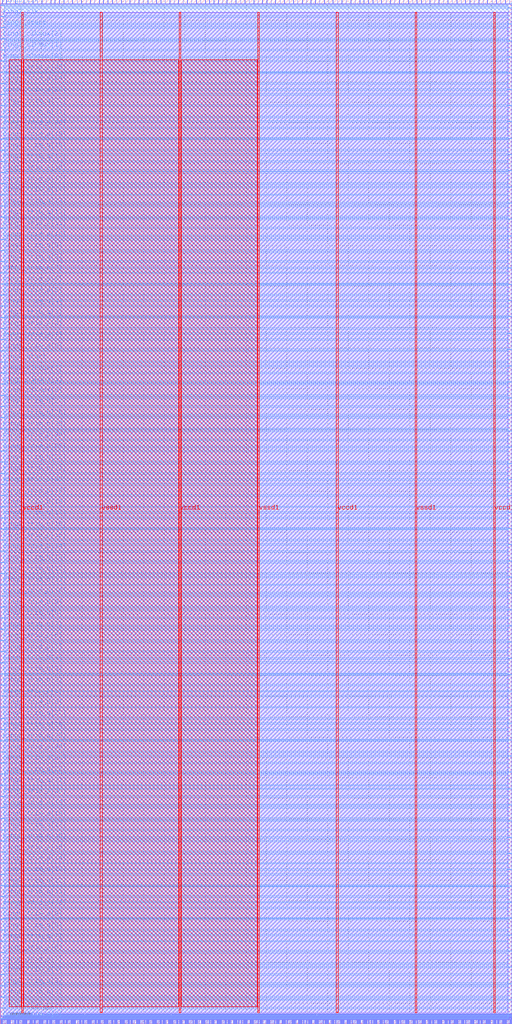
<source format=lef>
VERSION 5.7 ;
  NOWIREEXTENSIONATPIN ON ;
  DIVIDERCHAR "/" ;
  BUSBITCHARS "[]" ;
MACRO digitalcore_macro
  CLASS BLOCK ;
  FOREIGN digitalcore_macro ;
  ORIGIN 0.000 0.000 ;
  SIZE 500.000 BY 1000.000 ;
  PIN io_in[0]
    DIRECTION INPUT ;
    USE SIGNAL ;
    PORT
      LAYER met2 ;
        RECT 1.930 996.000 2.210 1000.000 ;
    END
  END io_in[0]
  PIN io_in[10]
    DIRECTION INPUT ;
    USE SIGNAL ;
    PORT
      LAYER met2 ;
        RECT 131.190 996.000 131.470 1000.000 ;
    END
  END io_in[10]
  PIN io_in[11]
    DIRECTION INPUT ;
    USE SIGNAL ;
    PORT
      LAYER met2 ;
        RECT 144.070 996.000 144.350 1000.000 ;
    END
  END io_in[11]
  PIN io_in[12]
    DIRECTION INPUT ;
    USE SIGNAL ;
    PORT
      LAYER met2 ;
        RECT 156.950 996.000 157.230 1000.000 ;
    END
  END io_in[12]
  PIN io_in[13]
    DIRECTION INPUT ;
    USE SIGNAL ;
    PORT
      LAYER met2 ;
        RECT 169.830 996.000 170.110 1000.000 ;
    END
  END io_in[13]
  PIN io_in[14]
    DIRECTION INPUT ;
    USE SIGNAL ;
    PORT
      LAYER met2 ;
        RECT 182.710 996.000 182.990 1000.000 ;
    END
  END io_in[14]
  PIN io_in[15]
    DIRECTION INPUT ;
    USE SIGNAL ;
    PORT
      LAYER met2 ;
        RECT 195.590 996.000 195.870 1000.000 ;
    END
  END io_in[15]
  PIN io_in[16]
    DIRECTION INPUT ;
    USE SIGNAL ;
    PORT
      LAYER met2 ;
        RECT 208.470 996.000 208.750 1000.000 ;
    END
  END io_in[16]
  PIN io_in[17]
    DIRECTION INPUT ;
    USE SIGNAL ;
    PORT
      LAYER met2 ;
        RECT 221.350 996.000 221.630 1000.000 ;
    END
  END io_in[17]
  PIN io_in[18]
    DIRECTION INPUT ;
    USE SIGNAL ;
    PORT
      LAYER met2 ;
        RECT 234.690 996.000 234.970 1000.000 ;
    END
  END io_in[18]
  PIN io_in[19]
    DIRECTION INPUT ;
    USE SIGNAL ;
    PORT
      LAYER met2 ;
        RECT 247.570 996.000 247.850 1000.000 ;
    END
  END io_in[19]
  PIN io_in[1]
    DIRECTION INPUT ;
    USE SIGNAL ;
    PORT
      LAYER met2 ;
        RECT 14.810 996.000 15.090 1000.000 ;
    END
  END io_in[1]
  PIN io_in[20]
    DIRECTION INPUT ;
    USE SIGNAL ;
    PORT
      LAYER met2 ;
        RECT 260.450 996.000 260.730 1000.000 ;
    END
  END io_in[20]
  PIN io_in[21]
    DIRECTION INPUT ;
    USE SIGNAL ;
    PORT
      LAYER met2 ;
        RECT 273.330 996.000 273.610 1000.000 ;
    END
  END io_in[21]
  PIN io_in[22]
    DIRECTION INPUT ;
    USE SIGNAL ;
    PORT
      LAYER met2 ;
        RECT 286.210 996.000 286.490 1000.000 ;
    END
  END io_in[22]
  PIN io_in[23]
    DIRECTION INPUT ;
    USE SIGNAL ;
    PORT
      LAYER met2 ;
        RECT 299.090 996.000 299.370 1000.000 ;
    END
  END io_in[23]
  PIN io_in[24]
    DIRECTION INPUT ;
    USE SIGNAL ;
    PORT
      LAYER met2 ;
        RECT 311.970 996.000 312.250 1000.000 ;
    END
  END io_in[24]
  PIN io_in[25]
    DIRECTION INPUT ;
    USE SIGNAL ;
    PORT
      LAYER met2 ;
        RECT 324.850 996.000 325.130 1000.000 ;
    END
  END io_in[25]
  PIN io_in[26]
    DIRECTION INPUT ;
    USE SIGNAL ;
    PORT
      LAYER met2 ;
        RECT 337.730 996.000 338.010 1000.000 ;
    END
  END io_in[26]
  PIN io_in[27]
    DIRECTION INPUT ;
    USE SIGNAL ;
    PORT
      LAYER met2 ;
        RECT 351.070 996.000 351.350 1000.000 ;
    END
  END io_in[27]
  PIN io_in[28]
    DIRECTION INPUT ;
    USE SIGNAL ;
    PORT
      LAYER met2 ;
        RECT 363.950 996.000 364.230 1000.000 ;
    END
  END io_in[28]
  PIN io_in[29]
    DIRECTION INPUT ;
    USE SIGNAL ;
    PORT
      LAYER met2 ;
        RECT 376.830 996.000 377.110 1000.000 ;
    END
  END io_in[29]
  PIN io_in[2]
    DIRECTION INPUT ;
    USE SIGNAL ;
    PORT
      LAYER met2 ;
        RECT 27.690 996.000 27.970 1000.000 ;
    END
  END io_in[2]
  PIN io_in[30]
    DIRECTION INPUT ;
    USE SIGNAL ;
    PORT
      LAYER met2 ;
        RECT 389.710 996.000 389.990 1000.000 ;
    END
  END io_in[30]
  PIN io_in[31]
    DIRECTION INPUT ;
    USE SIGNAL ;
    PORT
      LAYER met2 ;
        RECT 402.590 996.000 402.870 1000.000 ;
    END
  END io_in[31]
  PIN io_in[32]
    DIRECTION INPUT ;
    USE SIGNAL ;
    PORT
      LAYER met2 ;
        RECT 415.470 996.000 415.750 1000.000 ;
    END
  END io_in[32]
  PIN io_in[33]
    DIRECTION INPUT ;
    USE SIGNAL ;
    PORT
      LAYER met2 ;
        RECT 428.350 996.000 428.630 1000.000 ;
    END
  END io_in[33]
  PIN io_in[34]
    DIRECTION INPUT ;
    USE SIGNAL ;
    PORT
      LAYER met2 ;
        RECT 441.230 996.000 441.510 1000.000 ;
    END
  END io_in[34]
  PIN io_in[35]
    DIRECTION INPUT ;
    USE SIGNAL ;
    PORT
      LAYER met2 ;
        RECT 454.110 996.000 454.390 1000.000 ;
    END
  END io_in[35]
  PIN io_in[36]
    DIRECTION INPUT ;
    USE SIGNAL ;
    PORT
      LAYER met2 ;
        RECT 467.450 996.000 467.730 1000.000 ;
    END
  END io_in[36]
  PIN io_in[37]
    DIRECTION INPUT ;
    USE SIGNAL ;
    PORT
      LAYER met2 ;
        RECT 480.330 996.000 480.610 1000.000 ;
    END
  END io_in[37]
  PIN io_in[3]
    DIRECTION INPUT ;
    USE SIGNAL ;
    PORT
      LAYER met2 ;
        RECT 40.570 996.000 40.850 1000.000 ;
    END
  END io_in[3]
  PIN io_in[4]
    DIRECTION INPUT ;
    USE SIGNAL ;
    PORT
      LAYER met2 ;
        RECT 53.450 996.000 53.730 1000.000 ;
    END
  END io_in[4]
  PIN io_in[5]
    DIRECTION INPUT ;
    USE SIGNAL ;
    PORT
      LAYER met2 ;
        RECT 66.330 996.000 66.610 1000.000 ;
    END
  END io_in[5]
  PIN io_in[6]
    DIRECTION INPUT ;
    USE SIGNAL ;
    PORT
      LAYER met2 ;
        RECT 79.210 996.000 79.490 1000.000 ;
    END
  END io_in[6]
  PIN io_in[7]
    DIRECTION INPUT ;
    USE SIGNAL ;
    PORT
      LAYER met2 ;
        RECT 92.090 996.000 92.370 1000.000 ;
    END
  END io_in[7]
  PIN io_in[8]
    DIRECTION INPUT ;
    USE SIGNAL ;
    PORT
      LAYER met2 ;
        RECT 104.970 996.000 105.250 1000.000 ;
    END
  END io_in[8]
  PIN io_in[9]
    DIRECTION INPUT ;
    USE SIGNAL ;
    PORT
      LAYER met2 ;
        RECT 118.310 996.000 118.590 1000.000 ;
    END
  END io_in[9]
  PIN io_oeb[0]
    DIRECTION OUTPUT TRISTATE ;
    USE SIGNAL ;
    PORT
      LAYER met2 ;
        RECT 6.070 996.000 6.350 1000.000 ;
    END
  END io_oeb[0]
  PIN io_oeb[10]
    DIRECTION OUTPUT TRISTATE ;
    USE SIGNAL ;
    PORT
      LAYER met2 ;
        RECT 135.330 996.000 135.610 1000.000 ;
    END
  END io_oeb[10]
  PIN io_oeb[11]
    DIRECTION OUTPUT TRISTATE ;
    USE SIGNAL ;
    PORT
      LAYER met2 ;
        RECT 148.210 996.000 148.490 1000.000 ;
    END
  END io_oeb[11]
  PIN io_oeb[12]
    DIRECTION OUTPUT TRISTATE ;
    USE SIGNAL ;
    PORT
      LAYER met2 ;
        RECT 161.090 996.000 161.370 1000.000 ;
    END
  END io_oeb[12]
  PIN io_oeb[13]
    DIRECTION OUTPUT TRISTATE ;
    USE SIGNAL ;
    PORT
      LAYER met2 ;
        RECT 173.970 996.000 174.250 1000.000 ;
    END
  END io_oeb[13]
  PIN io_oeb[14]
    DIRECTION OUTPUT TRISTATE ;
    USE SIGNAL ;
    PORT
      LAYER met2 ;
        RECT 186.850 996.000 187.130 1000.000 ;
    END
  END io_oeb[14]
  PIN io_oeb[15]
    DIRECTION OUTPUT TRISTATE ;
    USE SIGNAL ;
    PORT
      LAYER met2 ;
        RECT 200.190 996.000 200.470 1000.000 ;
    END
  END io_oeb[15]
  PIN io_oeb[16]
    DIRECTION OUTPUT TRISTATE ;
    USE SIGNAL ;
    PORT
      LAYER met2 ;
        RECT 213.070 996.000 213.350 1000.000 ;
    END
  END io_oeb[16]
  PIN io_oeb[17]
    DIRECTION OUTPUT TRISTATE ;
    USE SIGNAL ;
    PORT
      LAYER met2 ;
        RECT 225.950 996.000 226.230 1000.000 ;
    END
  END io_oeb[17]
  PIN io_oeb[18]
    DIRECTION OUTPUT TRISTATE ;
    USE SIGNAL ;
    PORT
      LAYER met2 ;
        RECT 238.830 996.000 239.110 1000.000 ;
    END
  END io_oeb[18]
  PIN io_oeb[19]
    DIRECTION OUTPUT TRISTATE ;
    USE SIGNAL ;
    PORT
      LAYER met2 ;
        RECT 251.710 996.000 251.990 1000.000 ;
    END
  END io_oeb[19]
  PIN io_oeb[1]
    DIRECTION OUTPUT TRISTATE ;
    USE SIGNAL ;
    PORT
      LAYER met2 ;
        RECT 18.950 996.000 19.230 1000.000 ;
    END
  END io_oeb[1]
  PIN io_oeb[20]
    DIRECTION OUTPUT TRISTATE ;
    USE SIGNAL ;
    PORT
      LAYER met2 ;
        RECT 264.590 996.000 264.870 1000.000 ;
    END
  END io_oeb[20]
  PIN io_oeb[21]
    DIRECTION OUTPUT TRISTATE ;
    USE SIGNAL ;
    PORT
      LAYER met2 ;
        RECT 277.470 996.000 277.750 1000.000 ;
    END
  END io_oeb[21]
  PIN io_oeb[22]
    DIRECTION OUTPUT TRISTATE ;
    USE SIGNAL ;
    PORT
      LAYER met2 ;
        RECT 290.350 996.000 290.630 1000.000 ;
    END
  END io_oeb[22]
  PIN io_oeb[23]
    DIRECTION OUTPUT TRISTATE ;
    USE SIGNAL ;
    PORT
      LAYER met2 ;
        RECT 303.230 996.000 303.510 1000.000 ;
    END
  END io_oeb[23]
  PIN io_oeb[24]
    DIRECTION OUTPUT TRISTATE ;
    USE SIGNAL ;
    PORT
      LAYER met2 ;
        RECT 316.570 996.000 316.850 1000.000 ;
    END
  END io_oeb[24]
  PIN io_oeb[25]
    DIRECTION OUTPUT TRISTATE ;
    USE SIGNAL ;
    PORT
      LAYER met2 ;
        RECT 329.450 996.000 329.730 1000.000 ;
    END
  END io_oeb[25]
  PIN io_oeb[26]
    DIRECTION OUTPUT TRISTATE ;
    USE SIGNAL ;
    PORT
      LAYER met2 ;
        RECT 342.330 996.000 342.610 1000.000 ;
    END
  END io_oeb[26]
  PIN io_oeb[27]
    DIRECTION OUTPUT TRISTATE ;
    USE SIGNAL ;
    PORT
      LAYER met2 ;
        RECT 355.210 996.000 355.490 1000.000 ;
    END
  END io_oeb[27]
  PIN io_oeb[28]
    DIRECTION OUTPUT TRISTATE ;
    USE SIGNAL ;
    PORT
      LAYER met2 ;
        RECT 368.090 996.000 368.370 1000.000 ;
    END
  END io_oeb[28]
  PIN io_oeb[29]
    DIRECTION OUTPUT TRISTATE ;
    USE SIGNAL ;
    PORT
      LAYER met2 ;
        RECT 380.970 996.000 381.250 1000.000 ;
    END
  END io_oeb[29]
  PIN io_oeb[2]
    DIRECTION OUTPUT TRISTATE ;
    USE SIGNAL ;
    PORT
      LAYER met2 ;
        RECT 31.830 996.000 32.110 1000.000 ;
    END
  END io_oeb[2]
  PIN io_oeb[30]
    DIRECTION OUTPUT TRISTATE ;
    USE SIGNAL ;
    PORT
      LAYER met2 ;
        RECT 393.850 996.000 394.130 1000.000 ;
    END
  END io_oeb[30]
  PIN io_oeb[31]
    DIRECTION OUTPUT TRISTATE ;
    USE SIGNAL ;
    PORT
      LAYER met2 ;
        RECT 406.730 996.000 407.010 1000.000 ;
    END
  END io_oeb[31]
  PIN io_oeb[32]
    DIRECTION OUTPUT TRISTATE ;
    USE SIGNAL ;
    PORT
      LAYER met2 ;
        RECT 419.610 996.000 419.890 1000.000 ;
    END
  END io_oeb[32]
  PIN io_oeb[33]
    DIRECTION OUTPUT TRISTATE ;
    USE SIGNAL ;
    PORT
      LAYER met2 ;
        RECT 432.950 996.000 433.230 1000.000 ;
    END
  END io_oeb[33]
  PIN io_oeb[34]
    DIRECTION OUTPUT TRISTATE ;
    USE SIGNAL ;
    PORT
      LAYER met2 ;
        RECT 445.830 996.000 446.110 1000.000 ;
    END
  END io_oeb[34]
  PIN io_oeb[35]
    DIRECTION OUTPUT TRISTATE ;
    USE SIGNAL ;
    PORT
      LAYER met2 ;
        RECT 458.710 996.000 458.990 1000.000 ;
    END
  END io_oeb[35]
  PIN io_oeb[36]
    DIRECTION OUTPUT TRISTATE ;
    USE SIGNAL ;
    PORT
      LAYER met2 ;
        RECT 471.590 996.000 471.870 1000.000 ;
    END
  END io_oeb[36]
  PIN io_oeb[37]
    DIRECTION OUTPUT TRISTATE ;
    USE SIGNAL ;
    PORT
      LAYER met2 ;
        RECT 484.470 996.000 484.750 1000.000 ;
    END
  END io_oeb[37]
  PIN io_oeb[3]
    DIRECTION OUTPUT TRISTATE ;
    USE SIGNAL ;
    PORT
      LAYER met2 ;
        RECT 44.710 996.000 44.990 1000.000 ;
    END
  END io_oeb[3]
  PIN io_oeb[4]
    DIRECTION OUTPUT TRISTATE ;
    USE SIGNAL ;
    PORT
      LAYER met2 ;
        RECT 57.590 996.000 57.870 1000.000 ;
    END
  END io_oeb[4]
  PIN io_oeb[5]
    DIRECTION OUTPUT TRISTATE ;
    USE SIGNAL ;
    PORT
      LAYER met2 ;
        RECT 70.470 996.000 70.750 1000.000 ;
    END
  END io_oeb[5]
  PIN io_oeb[6]
    DIRECTION OUTPUT TRISTATE ;
    USE SIGNAL ;
    PORT
      LAYER met2 ;
        RECT 83.810 996.000 84.090 1000.000 ;
    END
  END io_oeb[6]
  PIN io_oeb[7]
    DIRECTION OUTPUT TRISTATE ;
    USE SIGNAL ;
    PORT
      LAYER met2 ;
        RECT 96.690 996.000 96.970 1000.000 ;
    END
  END io_oeb[7]
  PIN io_oeb[8]
    DIRECTION OUTPUT TRISTATE ;
    USE SIGNAL ;
    PORT
      LAYER met2 ;
        RECT 109.570 996.000 109.850 1000.000 ;
    END
  END io_oeb[8]
  PIN io_oeb[9]
    DIRECTION OUTPUT TRISTATE ;
    USE SIGNAL ;
    PORT
      LAYER met2 ;
        RECT 122.450 996.000 122.730 1000.000 ;
    END
  END io_oeb[9]
  PIN io_out[0]
    DIRECTION OUTPUT TRISTATE ;
    USE SIGNAL ;
    PORT
      LAYER met2 ;
        RECT 10.210 996.000 10.490 1000.000 ;
    END
  END io_out[0]
  PIN io_out[10]
    DIRECTION OUTPUT TRISTATE ;
    USE SIGNAL ;
    PORT
      LAYER met2 ;
        RECT 139.470 996.000 139.750 1000.000 ;
    END
  END io_out[10]
  PIN io_out[11]
    DIRECTION OUTPUT TRISTATE ;
    USE SIGNAL ;
    PORT
      LAYER met2 ;
        RECT 152.350 996.000 152.630 1000.000 ;
    END
  END io_out[11]
  PIN io_out[12]
    DIRECTION OUTPUT TRISTATE ;
    USE SIGNAL ;
    PORT
      LAYER met2 ;
        RECT 165.690 996.000 165.970 1000.000 ;
    END
  END io_out[12]
  PIN io_out[13]
    DIRECTION OUTPUT TRISTATE ;
    USE SIGNAL ;
    PORT
      LAYER met2 ;
        RECT 178.570 996.000 178.850 1000.000 ;
    END
  END io_out[13]
  PIN io_out[14]
    DIRECTION OUTPUT TRISTATE ;
    USE SIGNAL ;
    PORT
      LAYER met2 ;
        RECT 191.450 996.000 191.730 1000.000 ;
    END
  END io_out[14]
  PIN io_out[15]
    DIRECTION OUTPUT TRISTATE ;
    USE SIGNAL ;
    PORT
      LAYER met2 ;
        RECT 204.330 996.000 204.610 1000.000 ;
    END
  END io_out[15]
  PIN io_out[16]
    DIRECTION OUTPUT TRISTATE ;
    USE SIGNAL ;
    PORT
      LAYER met2 ;
        RECT 217.210 996.000 217.490 1000.000 ;
    END
  END io_out[16]
  PIN io_out[17]
    DIRECTION OUTPUT TRISTATE ;
    USE SIGNAL ;
    PORT
      LAYER met2 ;
        RECT 230.090 996.000 230.370 1000.000 ;
    END
  END io_out[17]
  PIN io_out[18]
    DIRECTION OUTPUT TRISTATE ;
    USE SIGNAL ;
    PORT
      LAYER met2 ;
        RECT 242.970 996.000 243.250 1000.000 ;
    END
  END io_out[18]
  PIN io_out[19]
    DIRECTION OUTPUT TRISTATE ;
    USE SIGNAL ;
    PORT
      LAYER met2 ;
        RECT 255.850 996.000 256.130 1000.000 ;
    END
  END io_out[19]
  PIN io_out[1]
    DIRECTION OUTPUT TRISTATE ;
    USE SIGNAL ;
    PORT
      LAYER met2 ;
        RECT 23.090 996.000 23.370 1000.000 ;
    END
  END io_out[1]
  PIN io_out[20]
    DIRECTION OUTPUT TRISTATE ;
    USE SIGNAL ;
    PORT
      LAYER met2 ;
        RECT 268.730 996.000 269.010 1000.000 ;
    END
  END io_out[20]
  PIN io_out[21]
    DIRECTION OUTPUT TRISTATE ;
    USE SIGNAL ;
    PORT
      LAYER met2 ;
        RECT 282.070 996.000 282.350 1000.000 ;
    END
  END io_out[21]
  PIN io_out[22]
    DIRECTION OUTPUT TRISTATE ;
    USE SIGNAL ;
    PORT
      LAYER met2 ;
        RECT 294.950 996.000 295.230 1000.000 ;
    END
  END io_out[22]
  PIN io_out[23]
    DIRECTION OUTPUT TRISTATE ;
    USE SIGNAL ;
    PORT
      LAYER met2 ;
        RECT 307.830 996.000 308.110 1000.000 ;
    END
  END io_out[23]
  PIN io_out[24]
    DIRECTION OUTPUT TRISTATE ;
    USE SIGNAL ;
    PORT
      LAYER met2 ;
        RECT 320.710 996.000 320.990 1000.000 ;
    END
  END io_out[24]
  PIN io_out[25]
    DIRECTION OUTPUT TRISTATE ;
    USE SIGNAL ;
    PORT
      LAYER met2 ;
        RECT 333.590 996.000 333.870 1000.000 ;
    END
  END io_out[25]
  PIN io_out[26]
    DIRECTION OUTPUT TRISTATE ;
    USE SIGNAL ;
    PORT
      LAYER met2 ;
        RECT 346.470 996.000 346.750 1000.000 ;
    END
  END io_out[26]
  PIN io_out[27]
    DIRECTION OUTPUT TRISTATE ;
    USE SIGNAL ;
    PORT
      LAYER met2 ;
        RECT 359.350 996.000 359.630 1000.000 ;
    END
  END io_out[27]
  PIN io_out[28]
    DIRECTION OUTPUT TRISTATE ;
    USE SIGNAL ;
    PORT
      LAYER met2 ;
        RECT 372.230 996.000 372.510 1000.000 ;
    END
  END io_out[28]
  PIN io_out[29]
    DIRECTION OUTPUT TRISTATE ;
    USE SIGNAL ;
    PORT
      LAYER met2 ;
        RECT 385.110 996.000 385.390 1000.000 ;
    END
  END io_out[29]
  PIN io_out[2]
    DIRECTION OUTPUT TRISTATE ;
    USE SIGNAL ;
    PORT
      LAYER met2 ;
        RECT 35.970 996.000 36.250 1000.000 ;
    END
  END io_out[2]
  PIN io_out[30]
    DIRECTION OUTPUT TRISTATE ;
    USE SIGNAL ;
    PORT
      LAYER met2 ;
        RECT 398.450 996.000 398.730 1000.000 ;
    END
  END io_out[30]
  PIN io_out[31]
    DIRECTION OUTPUT TRISTATE ;
    USE SIGNAL ;
    PORT
      LAYER met2 ;
        RECT 411.330 996.000 411.610 1000.000 ;
    END
  END io_out[31]
  PIN io_out[32]
    DIRECTION OUTPUT TRISTATE ;
    USE SIGNAL ;
    PORT
      LAYER met2 ;
        RECT 424.210 996.000 424.490 1000.000 ;
    END
  END io_out[32]
  PIN io_out[33]
    DIRECTION OUTPUT TRISTATE ;
    USE SIGNAL ;
    PORT
      LAYER met2 ;
        RECT 437.090 996.000 437.370 1000.000 ;
    END
  END io_out[33]
  PIN io_out[34]
    DIRECTION OUTPUT TRISTATE ;
    USE SIGNAL ;
    PORT
      LAYER met2 ;
        RECT 449.970 996.000 450.250 1000.000 ;
    END
  END io_out[34]
  PIN io_out[35]
    DIRECTION OUTPUT TRISTATE ;
    USE SIGNAL ;
    PORT
      LAYER met2 ;
        RECT 462.850 996.000 463.130 1000.000 ;
    END
  END io_out[35]
  PIN io_out[36]
    DIRECTION OUTPUT TRISTATE ;
    USE SIGNAL ;
    PORT
      LAYER met2 ;
        RECT 475.730 996.000 476.010 1000.000 ;
    END
  END io_out[36]
  PIN io_out[37]
    DIRECTION OUTPUT TRISTATE ;
    USE SIGNAL ;
    PORT
      LAYER met2 ;
        RECT 488.610 996.000 488.890 1000.000 ;
    END
  END io_out[37]
  PIN io_out[3]
    DIRECTION OUTPUT TRISTATE ;
    USE SIGNAL ;
    PORT
      LAYER met2 ;
        RECT 49.310 996.000 49.590 1000.000 ;
    END
  END io_out[3]
  PIN io_out[4]
    DIRECTION OUTPUT TRISTATE ;
    USE SIGNAL ;
    PORT
      LAYER met2 ;
        RECT 62.190 996.000 62.470 1000.000 ;
    END
  END io_out[4]
  PIN io_out[5]
    DIRECTION OUTPUT TRISTATE ;
    USE SIGNAL ;
    PORT
      LAYER met2 ;
        RECT 75.070 996.000 75.350 1000.000 ;
    END
  END io_out[5]
  PIN io_out[6]
    DIRECTION OUTPUT TRISTATE ;
    USE SIGNAL ;
    PORT
      LAYER met2 ;
        RECT 87.950 996.000 88.230 1000.000 ;
    END
  END io_out[6]
  PIN io_out[7]
    DIRECTION OUTPUT TRISTATE ;
    USE SIGNAL ;
    PORT
      LAYER met2 ;
        RECT 100.830 996.000 101.110 1000.000 ;
    END
  END io_out[7]
  PIN io_out[8]
    DIRECTION OUTPUT TRISTATE ;
    USE SIGNAL ;
    PORT
      LAYER met2 ;
        RECT 113.710 996.000 113.990 1000.000 ;
    END
  END io_out[8]
  PIN io_out[9]
    DIRECTION OUTPUT TRISTATE ;
    USE SIGNAL ;
    PORT
      LAYER met2 ;
        RECT 126.590 996.000 126.870 1000.000 ;
    END
  END io_out[9]
  PIN irq[0]
    DIRECTION OUTPUT TRISTATE ;
    USE SIGNAL ;
    PORT
      LAYER met2 ;
        RECT 494.130 0.000 494.410 4.000 ;
    END
  END irq[0]
  PIN irq[1]
    DIRECTION OUTPUT TRISTATE ;
    USE SIGNAL ;
    PORT
      LAYER met2 ;
        RECT 495.510 0.000 495.790 4.000 ;
    END
  END irq[1]
  PIN irq[2]
    DIRECTION OUTPUT TRISTATE ;
    USE SIGNAL ;
    PORT
      LAYER met2 ;
        RECT 496.430 0.000 496.710 4.000 ;
    END
  END irq[2]
  PIN la_data_in[0]
    DIRECTION INPUT ;
    USE SIGNAL ;
    PORT
      LAYER met2 ;
        RECT 107.270 0.000 107.550 4.000 ;
    END
  END la_data_in[0]
  PIN la_data_in[100]
    DIRECTION INPUT ;
    USE SIGNAL ;
    PORT
      LAYER met2 ;
        RECT 409.490 0.000 409.770 4.000 ;
    END
  END la_data_in[100]
  PIN la_data_in[101]
    DIRECTION INPUT ;
    USE SIGNAL ;
    PORT
      LAYER met2 ;
        RECT 412.710 0.000 412.990 4.000 ;
    END
  END la_data_in[101]
  PIN la_data_in[102]
    DIRECTION INPUT ;
    USE SIGNAL ;
    PORT
      LAYER met2 ;
        RECT 415.470 0.000 415.750 4.000 ;
    END
  END la_data_in[102]
  PIN la_data_in[103]
    DIRECTION INPUT ;
    USE SIGNAL ;
    PORT
      LAYER met2 ;
        RECT 418.690 0.000 418.970 4.000 ;
    END
  END la_data_in[103]
  PIN la_data_in[104]
    DIRECTION INPUT ;
    USE SIGNAL ;
    PORT
      LAYER met2 ;
        RECT 421.910 0.000 422.190 4.000 ;
    END
  END la_data_in[104]
  PIN la_data_in[105]
    DIRECTION INPUT ;
    USE SIGNAL ;
    PORT
      LAYER met2 ;
        RECT 424.670 0.000 424.950 4.000 ;
    END
  END la_data_in[105]
  PIN la_data_in[106]
    DIRECTION INPUT ;
    USE SIGNAL ;
    PORT
      LAYER met2 ;
        RECT 427.890 0.000 428.170 4.000 ;
    END
  END la_data_in[106]
  PIN la_data_in[107]
    DIRECTION INPUT ;
    USE SIGNAL ;
    PORT
      LAYER met2 ;
        RECT 430.650 0.000 430.930 4.000 ;
    END
  END la_data_in[107]
  PIN la_data_in[108]
    DIRECTION INPUT ;
    USE SIGNAL ;
    PORT
      LAYER met2 ;
        RECT 433.870 0.000 434.150 4.000 ;
    END
  END la_data_in[108]
  PIN la_data_in[109]
    DIRECTION INPUT ;
    USE SIGNAL ;
    PORT
      LAYER met2 ;
        RECT 436.630 0.000 436.910 4.000 ;
    END
  END la_data_in[109]
  PIN la_data_in[10]
    DIRECTION INPUT ;
    USE SIGNAL ;
    PORT
      LAYER met2 ;
        RECT 137.630 0.000 137.910 4.000 ;
    END
  END la_data_in[10]
  PIN la_data_in[110]
    DIRECTION INPUT ;
    USE SIGNAL ;
    PORT
      LAYER met2 ;
        RECT 439.850 0.000 440.130 4.000 ;
    END
  END la_data_in[110]
  PIN la_data_in[111]
    DIRECTION INPUT ;
    USE SIGNAL ;
    PORT
      LAYER met2 ;
        RECT 443.070 0.000 443.350 4.000 ;
    END
  END la_data_in[111]
  PIN la_data_in[112]
    DIRECTION INPUT ;
    USE SIGNAL ;
    PORT
      LAYER met2 ;
        RECT 445.830 0.000 446.110 4.000 ;
    END
  END la_data_in[112]
  PIN la_data_in[113]
    DIRECTION INPUT ;
    USE SIGNAL ;
    PORT
      LAYER met2 ;
        RECT 449.050 0.000 449.330 4.000 ;
    END
  END la_data_in[113]
  PIN la_data_in[114]
    DIRECTION INPUT ;
    USE SIGNAL ;
    PORT
      LAYER met2 ;
        RECT 451.810 0.000 452.090 4.000 ;
    END
  END la_data_in[114]
  PIN la_data_in[115]
    DIRECTION INPUT ;
    USE SIGNAL ;
    PORT
      LAYER met2 ;
        RECT 455.030 0.000 455.310 4.000 ;
    END
  END la_data_in[115]
  PIN la_data_in[116]
    DIRECTION INPUT ;
    USE SIGNAL ;
    PORT
      LAYER met2 ;
        RECT 457.790 0.000 458.070 4.000 ;
    END
  END la_data_in[116]
  PIN la_data_in[117]
    DIRECTION INPUT ;
    USE SIGNAL ;
    PORT
      LAYER met2 ;
        RECT 461.010 0.000 461.290 4.000 ;
    END
  END la_data_in[117]
  PIN la_data_in[118]
    DIRECTION INPUT ;
    USE SIGNAL ;
    PORT
      LAYER met2 ;
        RECT 464.230 0.000 464.510 4.000 ;
    END
  END la_data_in[118]
  PIN la_data_in[119]
    DIRECTION INPUT ;
    USE SIGNAL ;
    PORT
      LAYER met2 ;
        RECT 466.990 0.000 467.270 4.000 ;
    END
  END la_data_in[119]
  PIN la_data_in[11]
    DIRECTION INPUT ;
    USE SIGNAL ;
    PORT
      LAYER met2 ;
        RECT 140.390 0.000 140.670 4.000 ;
    END
  END la_data_in[11]
  PIN la_data_in[120]
    DIRECTION INPUT ;
    USE SIGNAL ;
    PORT
      LAYER met2 ;
        RECT 470.210 0.000 470.490 4.000 ;
    END
  END la_data_in[120]
  PIN la_data_in[121]
    DIRECTION INPUT ;
    USE SIGNAL ;
    PORT
      LAYER met2 ;
        RECT 472.970 0.000 473.250 4.000 ;
    END
  END la_data_in[121]
  PIN la_data_in[122]
    DIRECTION INPUT ;
    USE SIGNAL ;
    PORT
      LAYER met2 ;
        RECT 476.190 0.000 476.470 4.000 ;
    END
  END la_data_in[122]
  PIN la_data_in[123]
    DIRECTION INPUT ;
    USE SIGNAL ;
    PORT
      LAYER met2 ;
        RECT 478.950 0.000 479.230 4.000 ;
    END
  END la_data_in[123]
  PIN la_data_in[124]
    DIRECTION INPUT ;
    USE SIGNAL ;
    PORT
      LAYER met2 ;
        RECT 482.170 0.000 482.450 4.000 ;
    END
  END la_data_in[124]
  PIN la_data_in[125]
    DIRECTION INPUT ;
    USE SIGNAL ;
    PORT
      LAYER met2 ;
        RECT 485.390 0.000 485.670 4.000 ;
    END
  END la_data_in[125]
  PIN la_data_in[126]
    DIRECTION INPUT ;
    USE SIGNAL ;
    PORT
      LAYER met2 ;
        RECT 488.150 0.000 488.430 4.000 ;
    END
  END la_data_in[126]
  PIN la_data_in[127]
    DIRECTION INPUT ;
    USE SIGNAL ;
    PORT
      LAYER met2 ;
        RECT 491.370 0.000 491.650 4.000 ;
    END
  END la_data_in[127]
  PIN la_data_in[12]
    DIRECTION INPUT ;
    USE SIGNAL ;
    PORT
      LAYER met2 ;
        RECT 143.610 0.000 143.890 4.000 ;
    END
  END la_data_in[12]
  PIN la_data_in[13]
    DIRECTION INPUT ;
    USE SIGNAL ;
    PORT
      LAYER met2 ;
        RECT 146.370 0.000 146.650 4.000 ;
    END
  END la_data_in[13]
  PIN la_data_in[14]
    DIRECTION INPUT ;
    USE SIGNAL ;
    PORT
      LAYER met2 ;
        RECT 149.590 0.000 149.870 4.000 ;
    END
  END la_data_in[14]
  PIN la_data_in[15]
    DIRECTION INPUT ;
    USE SIGNAL ;
    PORT
      LAYER met2 ;
        RECT 152.350 0.000 152.630 4.000 ;
    END
  END la_data_in[15]
  PIN la_data_in[16]
    DIRECTION INPUT ;
    USE SIGNAL ;
    PORT
      LAYER met2 ;
        RECT 155.570 0.000 155.850 4.000 ;
    END
  END la_data_in[16]
  PIN la_data_in[17]
    DIRECTION INPUT ;
    USE SIGNAL ;
    PORT
      LAYER met2 ;
        RECT 158.790 0.000 159.070 4.000 ;
    END
  END la_data_in[17]
  PIN la_data_in[18]
    DIRECTION INPUT ;
    USE SIGNAL ;
    PORT
      LAYER met2 ;
        RECT 161.550 0.000 161.830 4.000 ;
    END
  END la_data_in[18]
  PIN la_data_in[19]
    DIRECTION INPUT ;
    USE SIGNAL ;
    PORT
      LAYER met2 ;
        RECT 164.770 0.000 165.050 4.000 ;
    END
  END la_data_in[19]
  PIN la_data_in[1]
    DIRECTION INPUT ;
    USE SIGNAL ;
    PORT
      LAYER met2 ;
        RECT 110.030 0.000 110.310 4.000 ;
    END
  END la_data_in[1]
  PIN la_data_in[20]
    DIRECTION INPUT ;
    USE SIGNAL ;
    PORT
      LAYER met2 ;
        RECT 167.530 0.000 167.810 4.000 ;
    END
  END la_data_in[20]
  PIN la_data_in[21]
    DIRECTION INPUT ;
    USE SIGNAL ;
    PORT
      LAYER met2 ;
        RECT 170.750 0.000 171.030 4.000 ;
    END
  END la_data_in[21]
  PIN la_data_in[22]
    DIRECTION INPUT ;
    USE SIGNAL ;
    PORT
      LAYER met2 ;
        RECT 173.510 0.000 173.790 4.000 ;
    END
  END la_data_in[22]
  PIN la_data_in[23]
    DIRECTION INPUT ;
    USE SIGNAL ;
    PORT
      LAYER met2 ;
        RECT 176.730 0.000 177.010 4.000 ;
    END
  END la_data_in[23]
  PIN la_data_in[24]
    DIRECTION INPUT ;
    USE SIGNAL ;
    PORT
      LAYER met2 ;
        RECT 179.950 0.000 180.230 4.000 ;
    END
  END la_data_in[24]
  PIN la_data_in[25]
    DIRECTION INPUT ;
    USE SIGNAL ;
    PORT
      LAYER met2 ;
        RECT 182.710 0.000 182.990 4.000 ;
    END
  END la_data_in[25]
  PIN la_data_in[26]
    DIRECTION INPUT ;
    USE SIGNAL ;
    PORT
      LAYER met2 ;
        RECT 185.930 0.000 186.210 4.000 ;
    END
  END la_data_in[26]
  PIN la_data_in[27]
    DIRECTION INPUT ;
    USE SIGNAL ;
    PORT
      LAYER met2 ;
        RECT 188.690 0.000 188.970 4.000 ;
    END
  END la_data_in[27]
  PIN la_data_in[28]
    DIRECTION INPUT ;
    USE SIGNAL ;
    PORT
      LAYER met2 ;
        RECT 191.910 0.000 192.190 4.000 ;
    END
  END la_data_in[28]
  PIN la_data_in[29]
    DIRECTION INPUT ;
    USE SIGNAL ;
    PORT
      LAYER met2 ;
        RECT 194.670 0.000 194.950 4.000 ;
    END
  END la_data_in[29]
  PIN la_data_in[2]
    DIRECTION INPUT ;
    USE SIGNAL ;
    PORT
      LAYER met2 ;
        RECT 113.250 0.000 113.530 4.000 ;
    END
  END la_data_in[2]
  PIN la_data_in[30]
    DIRECTION INPUT ;
    USE SIGNAL ;
    PORT
      LAYER met2 ;
        RECT 197.890 0.000 198.170 4.000 ;
    END
  END la_data_in[30]
  PIN la_data_in[31]
    DIRECTION INPUT ;
    USE SIGNAL ;
    PORT
      LAYER met2 ;
        RECT 201.110 0.000 201.390 4.000 ;
    END
  END la_data_in[31]
  PIN la_data_in[32]
    DIRECTION INPUT ;
    USE SIGNAL ;
    PORT
      LAYER met2 ;
        RECT 203.870 0.000 204.150 4.000 ;
    END
  END la_data_in[32]
  PIN la_data_in[33]
    DIRECTION INPUT ;
    USE SIGNAL ;
    PORT
      LAYER met2 ;
        RECT 207.090 0.000 207.370 4.000 ;
    END
  END la_data_in[33]
  PIN la_data_in[34]
    DIRECTION INPUT ;
    USE SIGNAL ;
    PORT
      LAYER met2 ;
        RECT 209.850 0.000 210.130 4.000 ;
    END
  END la_data_in[34]
  PIN la_data_in[35]
    DIRECTION INPUT ;
    USE SIGNAL ;
    PORT
      LAYER met2 ;
        RECT 213.070 0.000 213.350 4.000 ;
    END
  END la_data_in[35]
  PIN la_data_in[36]
    DIRECTION INPUT ;
    USE SIGNAL ;
    PORT
      LAYER met2 ;
        RECT 215.830 0.000 216.110 4.000 ;
    END
  END la_data_in[36]
  PIN la_data_in[37]
    DIRECTION INPUT ;
    USE SIGNAL ;
    PORT
      LAYER met2 ;
        RECT 219.050 0.000 219.330 4.000 ;
    END
  END la_data_in[37]
  PIN la_data_in[38]
    DIRECTION INPUT ;
    USE SIGNAL ;
    PORT
      LAYER met2 ;
        RECT 222.270 0.000 222.550 4.000 ;
    END
  END la_data_in[38]
  PIN la_data_in[39]
    DIRECTION INPUT ;
    USE SIGNAL ;
    PORT
      LAYER met2 ;
        RECT 225.030 0.000 225.310 4.000 ;
    END
  END la_data_in[39]
  PIN la_data_in[3]
    DIRECTION INPUT ;
    USE SIGNAL ;
    PORT
      LAYER met2 ;
        RECT 116.470 0.000 116.750 4.000 ;
    END
  END la_data_in[3]
  PIN la_data_in[40]
    DIRECTION INPUT ;
    USE SIGNAL ;
    PORT
      LAYER met2 ;
        RECT 228.250 0.000 228.530 4.000 ;
    END
  END la_data_in[40]
  PIN la_data_in[41]
    DIRECTION INPUT ;
    USE SIGNAL ;
    PORT
      LAYER met2 ;
        RECT 231.010 0.000 231.290 4.000 ;
    END
  END la_data_in[41]
  PIN la_data_in[42]
    DIRECTION INPUT ;
    USE SIGNAL ;
    PORT
      LAYER met2 ;
        RECT 234.230 0.000 234.510 4.000 ;
    END
  END la_data_in[42]
  PIN la_data_in[43]
    DIRECTION INPUT ;
    USE SIGNAL ;
    PORT
      LAYER met2 ;
        RECT 237.450 0.000 237.730 4.000 ;
    END
  END la_data_in[43]
  PIN la_data_in[44]
    DIRECTION INPUT ;
    USE SIGNAL ;
    PORT
      LAYER met2 ;
        RECT 240.210 0.000 240.490 4.000 ;
    END
  END la_data_in[44]
  PIN la_data_in[45]
    DIRECTION INPUT ;
    USE SIGNAL ;
    PORT
      LAYER met2 ;
        RECT 243.430 0.000 243.710 4.000 ;
    END
  END la_data_in[45]
  PIN la_data_in[46]
    DIRECTION INPUT ;
    USE SIGNAL ;
    PORT
      LAYER met2 ;
        RECT 246.190 0.000 246.470 4.000 ;
    END
  END la_data_in[46]
  PIN la_data_in[47]
    DIRECTION INPUT ;
    USE SIGNAL ;
    PORT
      LAYER met2 ;
        RECT 249.410 0.000 249.690 4.000 ;
    END
  END la_data_in[47]
  PIN la_data_in[48]
    DIRECTION INPUT ;
    USE SIGNAL ;
    PORT
      LAYER met2 ;
        RECT 252.170 0.000 252.450 4.000 ;
    END
  END la_data_in[48]
  PIN la_data_in[49]
    DIRECTION INPUT ;
    USE SIGNAL ;
    PORT
      LAYER met2 ;
        RECT 255.390 0.000 255.670 4.000 ;
    END
  END la_data_in[49]
  PIN la_data_in[4]
    DIRECTION INPUT ;
    USE SIGNAL ;
    PORT
      LAYER met2 ;
        RECT 119.230 0.000 119.510 4.000 ;
    END
  END la_data_in[4]
  PIN la_data_in[50]
    DIRECTION INPUT ;
    USE SIGNAL ;
    PORT
      LAYER met2 ;
        RECT 258.610 0.000 258.890 4.000 ;
    END
  END la_data_in[50]
  PIN la_data_in[51]
    DIRECTION INPUT ;
    USE SIGNAL ;
    PORT
      LAYER met2 ;
        RECT 261.370 0.000 261.650 4.000 ;
    END
  END la_data_in[51]
  PIN la_data_in[52]
    DIRECTION INPUT ;
    USE SIGNAL ;
    PORT
      LAYER met2 ;
        RECT 264.590 0.000 264.870 4.000 ;
    END
  END la_data_in[52]
  PIN la_data_in[53]
    DIRECTION INPUT ;
    USE SIGNAL ;
    PORT
      LAYER met2 ;
        RECT 267.350 0.000 267.630 4.000 ;
    END
  END la_data_in[53]
  PIN la_data_in[54]
    DIRECTION INPUT ;
    USE SIGNAL ;
    PORT
      LAYER met2 ;
        RECT 270.570 0.000 270.850 4.000 ;
    END
  END la_data_in[54]
  PIN la_data_in[55]
    DIRECTION INPUT ;
    USE SIGNAL ;
    PORT
      LAYER met2 ;
        RECT 273.330 0.000 273.610 4.000 ;
    END
  END la_data_in[55]
  PIN la_data_in[56]
    DIRECTION INPUT ;
    USE SIGNAL ;
    PORT
      LAYER met2 ;
        RECT 276.550 0.000 276.830 4.000 ;
    END
  END la_data_in[56]
  PIN la_data_in[57]
    DIRECTION INPUT ;
    USE SIGNAL ;
    PORT
      LAYER met2 ;
        RECT 279.770 0.000 280.050 4.000 ;
    END
  END la_data_in[57]
  PIN la_data_in[58]
    DIRECTION INPUT ;
    USE SIGNAL ;
    PORT
      LAYER met2 ;
        RECT 282.530 0.000 282.810 4.000 ;
    END
  END la_data_in[58]
  PIN la_data_in[59]
    DIRECTION INPUT ;
    USE SIGNAL ;
    PORT
      LAYER met2 ;
        RECT 285.750 0.000 286.030 4.000 ;
    END
  END la_data_in[59]
  PIN la_data_in[5]
    DIRECTION INPUT ;
    USE SIGNAL ;
    PORT
      LAYER met2 ;
        RECT 122.450 0.000 122.730 4.000 ;
    END
  END la_data_in[5]
  PIN la_data_in[60]
    DIRECTION INPUT ;
    USE SIGNAL ;
    PORT
      LAYER met2 ;
        RECT 288.510 0.000 288.790 4.000 ;
    END
  END la_data_in[60]
  PIN la_data_in[61]
    DIRECTION INPUT ;
    USE SIGNAL ;
    PORT
      LAYER met2 ;
        RECT 291.730 0.000 292.010 4.000 ;
    END
  END la_data_in[61]
  PIN la_data_in[62]
    DIRECTION INPUT ;
    USE SIGNAL ;
    PORT
      LAYER met2 ;
        RECT 294.490 0.000 294.770 4.000 ;
    END
  END la_data_in[62]
  PIN la_data_in[63]
    DIRECTION INPUT ;
    USE SIGNAL ;
    PORT
      LAYER met2 ;
        RECT 297.710 0.000 297.990 4.000 ;
    END
  END la_data_in[63]
  PIN la_data_in[64]
    DIRECTION INPUT ;
    USE SIGNAL ;
    PORT
      LAYER met2 ;
        RECT 300.930 0.000 301.210 4.000 ;
    END
  END la_data_in[64]
  PIN la_data_in[65]
    DIRECTION INPUT ;
    USE SIGNAL ;
    PORT
      LAYER met2 ;
        RECT 303.690 0.000 303.970 4.000 ;
    END
  END la_data_in[65]
  PIN la_data_in[66]
    DIRECTION INPUT ;
    USE SIGNAL ;
    PORT
      LAYER met2 ;
        RECT 306.910 0.000 307.190 4.000 ;
    END
  END la_data_in[66]
  PIN la_data_in[67]
    DIRECTION INPUT ;
    USE SIGNAL ;
    PORT
      LAYER met2 ;
        RECT 309.670 0.000 309.950 4.000 ;
    END
  END la_data_in[67]
  PIN la_data_in[68]
    DIRECTION INPUT ;
    USE SIGNAL ;
    PORT
      LAYER met2 ;
        RECT 312.890 0.000 313.170 4.000 ;
    END
  END la_data_in[68]
  PIN la_data_in[69]
    DIRECTION INPUT ;
    USE SIGNAL ;
    PORT
      LAYER met2 ;
        RECT 315.650 0.000 315.930 4.000 ;
    END
  END la_data_in[69]
  PIN la_data_in[6]
    DIRECTION INPUT ;
    USE SIGNAL ;
    PORT
      LAYER met2 ;
        RECT 125.210 0.000 125.490 4.000 ;
    END
  END la_data_in[6]
  PIN la_data_in[70]
    DIRECTION INPUT ;
    USE SIGNAL ;
    PORT
      LAYER met2 ;
        RECT 318.870 0.000 319.150 4.000 ;
    END
  END la_data_in[70]
  PIN la_data_in[71]
    DIRECTION INPUT ;
    USE SIGNAL ;
    PORT
      LAYER met2 ;
        RECT 322.090 0.000 322.370 4.000 ;
    END
  END la_data_in[71]
  PIN la_data_in[72]
    DIRECTION INPUT ;
    USE SIGNAL ;
    PORT
      LAYER met2 ;
        RECT 324.850 0.000 325.130 4.000 ;
    END
  END la_data_in[72]
  PIN la_data_in[73]
    DIRECTION INPUT ;
    USE SIGNAL ;
    PORT
      LAYER met2 ;
        RECT 328.070 0.000 328.350 4.000 ;
    END
  END la_data_in[73]
  PIN la_data_in[74]
    DIRECTION INPUT ;
    USE SIGNAL ;
    PORT
      LAYER met2 ;
        RECT 330.830 0.000 331.110 4.000 ;
    END
  END la_data_in[74]
  PIN la_data_in[75]
    DIRECTION INPUT ;
    USE SIGNAL ;
    PORT
      LAYER met2 ;
        RECT 334.050 0.000 334.330 4.000 ;
    END
  END la_data_in[75]
  PIN la_data_in[76]
    DIRECTION INPUT ;
    USE SIGNAL ;
    PORT
      LAYER met2 ;
        RECT 336.810 0.000 337.090 4.000 ;
    END
  END la_data_in[76]
  PIN la_data_in[77]
    DIRECTION INPUT ;
    USE SIGNAL ;
    PORT
      LAYER met2 ;
        RECT 340.030 0.000 340.310 4.000 ;
    END
  END la_data_in[77]
  PIN la_data_in[78]
    DIRECTION INPUT ;
    USE SIGNAL ;
    PORT
      LAYER met2 ;
        RECT 343.250 0.000 343.530 4.000 ;
    END
  END la_data_in[78]
  PIN la_data_in[79]
    DIRECTION INPUT ;
    USE SIGNAL ;
    PORT
      LAYER met2 ;
        RECT 346.010 0.000 346.290 4.000 ;
    END
  END la_data_in[79]
  PIN la_data_in[7]
    DIRECTION INPUT ;
    USE SIGNAL ;
    PORT
      LAYER met2 ;
        RECT 128.430 0.000 128.710 4.000 ;
    END
  END la_data_in[7]
  PIN la_data_in[80]
    DIRECTION INPUT ;
    USE SIGNAL ;
    PORT
      LAYER met2 ;
        RECT 349.230 0.000 349.510 4.000 ;
    END
  END la_data_in[80]
  PIN la_data_in[81]
    DIRECTION INPUT ;
    USE SIGNAL ;
    PORT
      LAYER met2 ;
        RECT 351.990 0.000 352.270 4.000 ;
    END
  END la_data_in[81]
  PIN la_data_in[82]
    DIRECTION INPUT ;
    USE SIGNAL ;
    PORT
      LAYER met2 ;
        RECT 355.210 0.000 355.490 4.000 ;
    END
  END la_data_in[82]
  PIN la_data_in[83]
    DIRECTION INPUT ;
    USE SIGNAL ;
    PORT
      LAYER met2 ;
        RECT 357.970 0.000 358.250 4.000 ;
    END
  END la_data_in[83]
  PIN la_data_in[84]
    DIRECTION INPUT ;
    USE SIGNAL ;
    PORT
      LAYER met2 ;
        RECT 361.190 0.000 361.470 4.000 ;
    END
  END la_data_in[84]
  PIN la_data_in[85]
    DIRECTION INPUT ;
    USE SIGNAL ;
    PORT
      LAYER met2 ;
        RECT 364.410 0.000 364.690 4.000 ;
    END
  END la_data_in[85]
  PIN la_data_in[86]
    DIRECTION INPUT ;
    USE SIGNAL ;
    PORT
      LAYER met2 ;
        RECT 367.170 0.000 367.450 4.000 ;
    END
  END la_data_in[86]
  PIN la_data_in[87]
    DIRECTION INPUT ;
    USE SIGNAL ;
    PORT
      LAYER met2 ;
        RECT 370.390 0.000 370.670 4.000 ;
    END
  END la_data_in[87]
  PIN la_data_in[88]
    DIRECTION INPUT ;
    USE SIGNAL ;
    PORT
      LAYER met2 ;
        RECT 373.150 0.000 373.430 4.000 ;
    END
  END la_data_in[88]
  PIN la_data_in[89]
    DIRECTION INPUT ;
    USE SIGNAL ;
    PORT
      LAYER met2 ;
        RECT 376.370 0.000 376.650 4.000 ;
    END
  END la_data_in[89]
  PIN la_data_in[8]
    DIRECTION INPUT ;
    USE SIGNAL ;
    PORT
      LAYER met2 ;
        RECT 131.190 0.000 131.470 4.000 ;
    END
  END la_data_in[8]
  PIN la_data_in[90]
    DIRECTION INPUT ;
    USE SIGNAL ;
    PORT
      LAYER met2 ;
        RECT 379.590 0.000 379.870 4.000 ;
    END
  END la_data_in[90]
  PIN la_data_in[91]
    DIRECTION INPUT ;
    USE SIGNAL ;
    PORT
      LAYER met2 ;
        RECT 382.350 0.000 382.630 4.000 ;
    END
  END la_data_in[91]
  PIN la_data_in[92]
    DIRECTION INPUT ;
    USE SIGNAL ;
    PORT
      LAYER met2 ;
        RECT 385.570 0.000 385.850 4.000 ;
    END
  END la_data_in[92]
  PIN la_data_in[93]
    DIRECTION INPUT ;
    USE SIGNAL ;
    PORT
      LAYER met2 ;
        RECT 388.330 0.000 388.610 4.000 ;
    END
  END la_data_in[93]
  PIN la_data_in[94]
    DIRECTION INPUT ;
    USE SIGNAL ;
    PORT
      LAYER met2 ;
        RECT 391.550 0.000 391.830 4.000 ;
    END
  END la_data_in[94]
  PIN la_data_in[95]
    DIRECTION INPUT ;
    USE SIGNAL ;
    PORT
      LAYER met2 ;
        RECT 394.310 0.000 394.590 4.000 ;
    END
  END la_data_in[95]
  PIN la_data_in[96]
    DIRECTION INPUT ;
    USE SIGNAL ;
    PORT
      LAYER met2 ;
        RECT 397.530 0.000 397.810 4.000 ;
    END
  END la_data_in[96]
  PIN la_data_in[97]
    DIRECTION INPUT ;
    USE SIGNAL ;
    PORT
      LAYER met2 ;
        RECT 400.750 0.000 401.030 4.000 ;
    END
  END la_data_in[97]
  PIN la_data_in[98]
    DIRECTION INPUT ;
    USE SIGNAL ;
    PORT
      LAYER met2 ;
        RECT 403.510 0.000 403.790 4.000 ;
    END
  END la_data_in[98]
  PIN la_data_in[99]
    DIRECTION INPUT ;
    USE SIGNAL ;
    PORT
      LAYER met2 ;
        RECT 406.730 0.000 407.010 4.000 ;
    END
  END la_data_in[99]
  PIN la_data_in[9]
    DIRECTION INPUT ;
    USE SIGNAL ;
    PORT
      LAYER met2 ;
        RECT 134.410 0.000 134.690 4.000 ;
    END
  END la_data_in[9]
  PIN la_data_out[0]
    DIRECTION OUTPUT TRISTATE ;
    USE SIGNAL ;
    PORT
      LAYER met2 ;
        RECT 108.190 0.000 108.470 4.000 ;
    END
  END la_data_out[0]
  PIN la_data_out[100]
    DIRECTION OUTPUT TRISTATE ;
    USE SIGNAL ;
    PORT
      LAYER met2 ;
        RECT 410.410 0.000 410.690 4.000 ;
    END
  END la_data_out[100]
  PIN la_data_out[101]
    DIRECTION OUTPUT TRISTATE ;
    USE SIGNAL ;
    PORT
      LAYER met2 ;
        RECT 413.630 0.000 413.910 4.000 ;
    END
  END la_data_out[101]
  PIN la_data_out[102]
    DIRECTION OUTPUT TRISTATE ;
    USE SIGNAL ;
    PORT
      LAYER met2 ;
        RECT 416.850 0.000 417.130 4.000 ;
    END
  END la_data_out[102]
  PIN la_data_out[103]
    DIRECTION OUTPUT TRISTATE ;
    USE SIGNAL ;
    PORT
      LAYER met2 ;
        RECT 419.610 0.000 419.890 4.000 ;
    END
  END la_data_out[103]
  PIN la_data_out[104]
    DIRECTION OUTPUT TRISTATE ;
    USE SIGNAL ;
    PORT
      LAYER met2 ;
        RECT 422.830 0.000 423.110 4.000 ;
    END
  END la_data_out[104]
  PIN la_data_out[105]
    DIRECTION OUTPUT TRISTATE ;
    USE SIGNAL ;
    PORT
      LAYER met2 ;
        RECT 425.590 0.000 425.870 4.000 ;
    END
  END la_data_out[105]
  PIN la_data_out[106]
    DIRECTION OUTPUT TRISTATE ;
    USE SIGNAL ;
    PORT
      LAYER met2 ;
        RECT 428.810 0.000 429.090 4.000 ;
    END
  END la_data_out[106]
  PIN la_data_out[107]
    DIRECTION OUTPUT TRISTATE ;
    USE SIGNAL ;
    PORT
      LAYER met2 ;
        RECT 431.570 0.000 431.850 4.000 ;
    END
  END la_data_out[107]
  PIN la_data_out[108]
    DIRECTION OUTPUT TRISTATE ;
    USE SIGNAL ;
    PORT
      LAYER met2 ;
        RECT 434.790 0.000 435.070 4.000 ;
    END
  END la_data_out[108]
  PIN la_data_out[109]
    DIRECTION OUTPUT TRISTATE ;
    USE SIGNAL ;
    PORT
      LAYER met2 ;
        RECT 438.010 0.000 438.290 4.000 ;
    END
  END la_data_out[109]
  PIN la_data_out[10]
    DIRECTION OUTPUT TRISTATE ;
    USE SIGNAL ;
    PORT
      LAYER met2 ;
        RECT 138.550 0.000 138.830 4.000 ;
    END
  END la_data_out[10]
  PIN la_data_out[110]
    DIRECTION OUTPUT TRISTATE ;
    USE SIGNAL ;
    PORT
      LAYER met2 ;
        RECT 440.770 0.000 441.050 4.000 ;
    END
  END la_data_out[110]
  PIN la_data_out[111]
    DIRECTION OUTPUT TRISTATE ;
    USE SIGNAL ;
    PORT
      LAYER met2 ;
        RECT 443.990 0.000 444.270 4.000 ;
    END
  END la_data_out[111]
  PIN la_data_out[112]
    DIRECTION OUTPUT TRISTATE ;
    USE SIGNAL ;
    PORT
      LAYER met2 ;
        RECT 446.750 0.000 447.030 4.000 ;
    END
  END la_data_out[112]
  PIN la_data_out[113]
    DIRECTION OUTPUT TRISTATE ;
    USE SIGNAL ;
    PORT
      LAYER met2 ;
        RECT 449.970 0.000 450.250 4.000 ;
    END
  END la_data_out[113]
  PIN la_data_out[114]
    DIRECTION OUTPUT TRISTATE ;
    USE SIGNAL ;
    PORT
      LAYER met2 ;
        RECT 452.730 0.000 453.010 4.000 ;
    END
  END la_data_out[114]
  PIN la_data_out[115]
    DIRECTION OUTPUT TRISTATE ;
    USE SIGNAL ;
    PORT
      LAYER met2 ;
        RECT 455.950 0.000 456.230 4.000 ;
    END
  END la_data_out[115]
  PIN la_data_out[116]
    DIRECTION OUTPUT TRISTATE ;
    USE SIGNAL ;
    PORT
      LAYER met2 ;
        RECT 459.170 0.000 459.450 4.000 ;
    END
  END la_data_out[116]
  PIN la_data_out[117]
    DIRECTION OUTPUT TRISTATE ;
    USE SIGNAL ;
    PORT
      LAYER met2 ;
        RECT 461.930 0.000 462.210 4.000 ;
    END
  END la_data_out[117]
  PIN la_data_out[118]
    DIRECTION OUTPUT TRISTATE ;
    USE SIGNAL ;
    PORT
      LAYER met2 ;
        RECT 465.150 0.000 465.430 4.000 ;
    END
  END la_data_out[118]
  PIN la_data_out[119]
    DIRECTION OUTPUT TRISTATE ;
    USE SIGNAL ;
    PORT
      LAYER met2 ;
        RECT 467.910 0.000 468.190 4.000 ;
    END
  END la_data_out[119]
  PIN la_data_out[11]
    DIRECTION OUTPUT TRISTATE ;
    USE SIGNAL ;
    PORT
      LAYER met2 ;
        RECT 141.310 0.000 141.590 4.000 ;
    END
  END la_data_out[11]
  PIN la_data_out[120]
    DIRECTION OUTPUT TRISTATE ;
    USE SIGNAL ;
    PORT
      LAYER met2 ;
        RECT 471.130 0.000 471.410 4.000 ;
    END
  END la_data_out[120]
  PIN la_data_out[121]
    DIRECTION OUTPUT TRISTATE ;
    USE SIGNAL ;
    PORT
      LAYER met2 ;
        RECT 474.350 0.000 474.630 4.000 ;
    END
  END la_data_out[121]
  PIN la_data_out[122]
    DIRECTION OUTPUT TRISTATE ;
    USE SIGNAL ;
    PORT
      LAYER met2 ;
        RECT 477.110 0.000 477.390 4.000 ;
    END
  END la_data_out[122]
  PIN la_data_out[123]
    DIRECTION OUTPUT TRISTATE ;
    USE SIGNAL ;
    PORT
      LAYER met2 ;
        RECT 480.330 0.000 480.610 4.000 ;
    END
  END la_data_out[123]
  PIN la_data_out[124]
    DIRECTION OUTPUT TRISTATE ;
    USE SIGNAL ;
    PORT
      LAYER met2 ;
        RECT 483.090 0.000 483.370 4.000 ;
    END
  END la_data_out[124]
  PIN la_data_out[125]
    DIRECTION OUTPUT TRISTATE ;
    USE SIGNAL ;
    PORT
      LAYER met2 ;
        RECT 486.310 0.000 486.590 4.000 ;
    END
  END la_data_out[125]
  PIN la_data_out[126]
    DIRECTION OUTPUT TRISTATE ;
    USE SIGNAL ;
    PORT
      LAYER met2 ;
        RECT 489.070 0.000 489.350 4.000 ;
    END
  END la_data_out[126]
  PIN la_data_out[127]
    DIRECTION OUTPUT TRISTATE ;
    USE SIGNAL ;
    PORT
      LAYER met2 ;
        RECT 492.290 0.000 492.570 4.000 ;
    END
  END la_data_out[127]
  PIN la_data_out[12]
    DIRECTION OUTPUT TRISTATE ;
    USE SIGNAL ;
    PORT
      LAYER met2 ;
        RECT 144.530 0.000 144.810 4.000 ;
    END
  END la_data_out[12]
  PIN la_data_out[13]
    DIRECTION OUTPUT TRISTATE ;
    USE SIGNAL ;
    PORT
      LAYER met2 ;
        RECT 147.290 0.000 147.570 4.000 ;
    END
  END la_data_out[13]
  PIN la_data_out[14]
    DIRECTION OUTPUT TRISTATE ;
    USE SIGNAL ;
    PORT
      LAYER met2 ;
        RECT 150.510 0.000 150.790 4.000 ;
    END
  END la_data_out[14]
  PIN la_data_out[15]
    DIRECTION OUTPUT TRISTATE ;
    USE SIGNAL ;
    PORT
      LAYER met2 ;
        RECT 153.730 0.000 154.010 4.000 ;
    END
  END la_data_out[15]
  PIN la_data_out[16]
    DIRECTION OUTPUT TRISTATE ;
    USE SIGNAL ;
    PORT
      LAYER met2 ;
        RECT 156.490 0.000 156.770 4.000 ;
    END
  END la_data_out[16]
  PIN la_data_out[17]
    DIRECTION OUTPUT TRISTATE ;
    USE SIGNAL ;
    PORT
      LAYER met2 ;
        RECT 159.710 0.000 159.990 4.000 ;
    END
  END la_data_out[17]
  PIN la_data_out[18]
    DIRECTION OUTPUT TRISTATE ;
    USE SIGNAL ;
    PORT
      LAYER met2 ;
        RECT 162.470 0.000 162.750 4.000 ;
    END
  END la_data_out[18]
  PIN la_data_out[19]
    DIRECTION OUTPUT TRISTATE ;
    USE SIGNAL ;
    PORT
      LAYER met2 ;
        RECT 165.690 0.000 165.970 4.000 ;
    END
  END la_data_out[19]
  PIN la_data_out[1]
    DIRECTION OUTPUT TRISTATE ;
    USE SIGNAL ;
    PORT
      LAYER met2 ;
        RECT 111.410 0.000 111.690 4.000 ;
    END
  END la_data_out[1]
  PIN la_data_out[20]
    DIRECTION OUTPUT TRISTATE ;
    USE SIGNAL ;
    PORT
      LAYER met2 ;
        RECT 168.450 0.000 168.730 4.000 ;
    END
  END la_data_out[20]
  PIN la_data_out[21]
    DIRECTION OUTPUT TRISTATE ;
    USE SIGNAL ;
    PORT
      LAYER met2 ;
        RECT 171.670 0.000 171.950 4.000 ;
    END
  END la_data_out[21]
  PIN la_data_out[22]
    DIRECTION OUTPUT TRISTATE ;
    USE SIGNAL ;
    PORT
      LAYER met2 ;
        RECT 174.890 0.000 175.170 4.000 ;
    END
  END la_data_out[22]
  PIN la_data_out[23]
    DIRECTION OUTPUT TRISTATE ;
    USE SIGNAL ;
    PORT
      LAYER met2 ;
        RECT 177.650 0.000 177.930 4.000 ;
    END
  END la_data_out[23]
  PIN la_data_out[24]
    DIRECTION OUTPUT TRISTATE ;
    USE SIGNAL ;
    PORT
      LAYER met2 ;
        RECT 180.870 0.000 181.150 4.000 ;
    END
  END la_data_out[24]
  PIN la_data_out[25]
    DIRECTION OUTPUT TRISTATE ;
    USE SIGNAL ;
    PORT
      LAYER met2 ;
        RECT 183.630 0.000 183.910 4.000 ;
    END
  END la_data_out[25]
  PIN la_data_out[26]
    DIRECTION OUTPUT TRISTATE ;
    USE SIGNAL ;
    PORT
      LAYER met2 ;
        RECT 186.850 0.000 187.130 4.000 ;
    END
  END la_data_out[26]
  PIN la_data_out[27]
    DIRECTION OUTPUT TRISTATE ;
    USE SIGNAL ;
    PORT
      LAYER met2 ;
        RECT 190.070 0.000 190.350 4.000 ;
    END
  END la_data_out[27]
  PIN la_data_out[28]
    DIRECTION OUTPUT TRISTATE ;
    USE SIGNAL ;
    PORT
      LAYER met2 ;
        RECT 192.830 0.000 193.110 4.000 ;
    END
  END la_data_out[28]
  PIN la_data_out[29]
    DIRECTION OUTPUT TRISTATE ;
    USE SIGNAL ;
    PORT
      LAYER met2 ;
        RECT 196.050 0.000 196.330 4.000 ;
    END
  END la_data_out[29]
  PIN la_data_out[2]
    DIRECTION OUTPUT TRISTATE ;
    USE SIGNAL ;
    PORT
      LAYER met2 ;
        RECT 114.170 0.000 114.450 4.000 ;
    END
  END la_data_out[2]
  PIN la_data_out[30]
    DIRECTION OUTPUT TRISTATE ;
    USE SIGNAL ;
    PORT
      LAYER met2 ;
        RECT 198.810 0.000 199.090 4.000 ;
    END
  END la_data_out[30]
  PIN la_data_out[31]
    DIRECTION OUTPUT TRISTATE ;
    USE SIGNAL ;
    PORT
      LAYER met2 ;
        RECT 202.030 0.000 202.310 4.000 ;
    END
  END la_data_out[31]
  PIN la_data_out[32]
    DIRECTION OUTPUT TRISTATE ;
    USE SIGNAL ;
    PORT
      LAYER met2 ;
        RECT 204.790 0.000 205.070 4.000 ;
    END
  END la_data_out[32]
  PIN la_data_out[33]
    DIRECTION OUTPUT TRISTATE ;
    USE SIGNAL ;
    PORT
      LAYER met2 ;
        RECT 208.010 0.000 208.290 4.000 ;
    END
  END la_data_out[33]
  PIN la_data_out[34]
    DIRECTION OUTPUT TRISTATE ;
    USE SIGNAL ;
    PORT
      LAYER met2 ;
        RECT 211.230 0.000 211.510 4.000 ;
    END
  END la_data_out[34]
  PIN la_data_out[35]
    DIRECTION OUTPUT TRISTATE ;
    USE SIGNAL ;
    PORT
      LAYER met2 ;
        RECT 213.990 0.000 214.270 4.000 ;
    END
  END la_data_out[35]
  PIN la_data_out[36]
    DIRECTION OUTPUT TRISTATE ;
    USE SIGNAL ;
    PORT
      LAYER met2 ;
        RECT 217.210 0.000 217.490 4.000 ;
    END
  END la_data_out[36]
  PIN la_data_out[37]
    DIRECTION OUTPUT TRISTATE ;
    USE SIGNAL ;
    PORT
      LAYER met2 ;
        RECT 219.970 0.000 220.250 4.000 ;
    END
  END la_data_out[37]
  PIN la_data_out[38]
    DIRECTION OUTPUT TRISTATE ;
    USE SIGNAL ;
    PORT
      LAYER met2 ;
        RECT 223.190 0.000 223.470 4.000 ;
    END
  END la_data_out[38]
  PIN la_data_out[39]
    DIRECTION OUTPUT TRISTATE ;
    USE SIGNAL ;
    PORT
      LAYER met2 ;
        RECT 225.950 0.000 226.230 4.000 ;
    END
  END la_data_out[39]
  PIN la_data_out[3]
    DIRECTION OUTPUT TRISTATE ;
    USE SIGNAL ;
    PORT
      LAYER met2 ;
        RECT 117.390 0.000 117.670 4.000 ;
    END
  END la_data_out[3]
  PIN la_data_out[40]
    DIRECTION OUTPUT TRISTATE ;
    USE SIGNAL ;
    PORT
      LAYER met2 ;
        RECT 229.170 0.000 229.450 4.000 ;
    END
  END la_data_out[40]
  PIN la_data_out[41]
    DIRECTION OUTPUT TRISTATE ;
    USE SIGNAL ;
    PORT
      LAYER met2 ;
        RECT 232.390 0.000 232.670 4.000 ;
    END
  END la_data_out[41]
  PIN la_data_out[42]
    DIRECTION OUTPUT TRISTATE ;
    USE SIGNAL ;
    PORT
      LAYER met2 ;
        RECT 235.150 0.000 235.430 4.000 ;
    END
  END la_data_out[42]
  PIN la_data_out[43]
    DIRECTION OUTPUT TRISTATE ;
    USE SIGNAL ;
    PORT
      LAYER met2 ;
        RECT 238.370 0.000 238.650 4.000 ;
    END
  END la_data_out[43]
  PIN la_data_out[44]
    DIRECTION OUTPUT TRISTATE ;
    USE SIGNAL ;
    PORT
      LAYER met2 ;
        RECT 241.130 0.000 241.410 4.000 ;
    END
  END la_data_out[44]
  PIN la_data_out[45]
    DIRECTION OUTPUT TRISTATE ;
    USE SIGNAL ;
    PORT
      LAYER met2 ;
        RECT 244.350 0.000 244.630 4.000 ;
    END
  END la_data_out[45]
  PIN la_data_out[46]
    DIRECTION OUTPUT TRISTATE ;
    USE SIGNAL ;
    PORT
      LAYER met2 ;
        RECT 247.110 0.000 247.390 4.000 ;
    END
  END la_data_out[46]
  PIN la_data_out[47]
    DIRECTION OUTPUT TRISTATE ;
    USE SIGNAL ;
    PORT
      LAYER met2 ;
        RECT 250.330 0.000 250.610 4.000 ;
    END
  END la_data_out[47]
  PIN la_data_out[48]
    DIRECTION OUTPUT TRISTATE ;
    USE SIGNAL ;
    PORT
      LAYER met2 ;
        RECT 253.550 0.000 253.830 4.000 ;
    END
  END la_data_out[48]
  PIN la_data_out[49]
    DIRECTION OUTPUT TRISTATE ;
    USE SIGNAL ;
    PORT
      LAYER met2 ;
        RECT 256.310 0.000 256.590 4.000 ;
    END
  END la_data_out[49]
  PIN la_data_out[4]
    DIRECTION OUTPUT TRISTATE ;
    USE SIGNAL ;
    PORT
      LAYER met2 ;
        RECT 120.150 0.000 120.430 4.000 ;
    END
  END la_data_out[4]
  PIN la_data_out[50]
    DIRECTION OUTPUT TRISTATE ;
    USE SIGNAL ;
    PORT
      LAYER met2 ;
        RECT 259.530 0.000 259.810 4.000 ;
    END
  END la_data_out[50]
  PIN la_data_out[51]
    DIRECTION OUTPUT TRISTATE ;
    USE SIGNAL ;
    PORT
      LAYER met2 ;
        RECT 262.290 0.000 262.570 4.000 ;
    END
  END la_data_out[51]
  PIN la_data_out[52]
    DIRECTION OUTPUT TRISTATE ;
    USE SIGNAL ;
    PORT
      LAYER met2 ;
        RECT 265.510 0.000 265.790 4.000 ;
    END
  END la_data_out[52]
  PIN la_data_out[53]
    DIRECTION OUTPUT TRISTATE ;
    USE SIGNAL ;
    PORT
      LAYER met2 ;
        RECT 268.270 0.000 268.550 4.000 ;
    END
  END la_data_out[53]
  PIN la_data_out[54]
    DIRECTION OUTPUT TRISTATE ;
    USE SIGNAL ;
    PORT
      LAYER met2 ;
        RECT 271.490 0.000 271.770 4.000 ;
    END
  END la_data_out[54]
  PIN la_data_out[55]
    DIRECTION OUTPUT TRISTATE ;
    USE SIGNAL ;
    PORT
      LAYER met2 ;
        RECT 274.710 0.000 274.990 4.000 ;
    END
  END la_data_out[55]
  PIN la_data_out[56]
    DIRECTION OUTPUT TRISTATE ;
    USE SIGNAL ;
    PORT
      LAYER met2 ;
        RECT 277.470 0.000 277.750 4.000 ;
    END
  END la_data_out[56]
  PIN la_data_out[57]
    DIRECTION OUTPUT TRISTATE ;
    USE SIGNAL ;
    PORT
      LAYER met2 ;
        RECT 280.690 0.000 280.970 4.000 ;
    END
  END la_data_out[57]
  PIN la_data_out[58]
    DIRECTION OUTPUT TRISTATE ;
    USE SIGNAL ;
    PORT
      LAYER met2 ;
        RECT 283.450 0.000 283.730 4.000 ;
    END
  END la_data_out[58]
  PIN la_data_out[59]
    DIRECTION OUTPUT TRISTATE ;
    USE SIGNAL ;
    PORT
      LAYER met2 ;
        RECT 286.670 0.000 286.950 4.000 ;
    END
  END la_data_out[59]
  PIN la_data_out[5]
    DIRECTION OUTPUT TRISTATE ;
    USE SIGNAL ;
    PORT
      LAYER met2 ;
        RECT 123.370 0.000 123.650 4.000 ;
    END
  END la_data_out[5]
  PIN la_data_out[60]
    DIRECTION OUTPUT TRISTATE ;
    USE SIGNAL ;
    PORT
      LAYER met2 ;
        RECT 289.430 0.000 289.710 4.000 ;
    END
  END la_data_out[60]
  PIN la_data_out[61]
    DIRECTION OUTPUT TRISTATE ;
    USE SIGNAL ;
    PORT
      LAYER met2 ;
        RECT 292.650 0.000 292.930 4.000 ;
    END
  END la_data_out[61]
  PIN la_data_out[62]
    DIRECTION OUTPUT TRISTATE ;
    USE SIGNAL ;
    PORT
      LAYER met2 ;
        RECT 295.870 0.000 296.150 4.000 ;
    END
  END la_data_out[62]
  PIN la_data_out[63]
    DIRECTION OUTPUT TRISTATE ;
    USE SIGNAL ;
    PORT
      LAYER met2 ;
        RECT 298.630 0.000 298.910 4.000 ;
    END
  END la_data_out[63]
  PIN la_data_out[64]
    DIRECTION OUTPUT TRISTATE ;
    USE SIGNAL ;
    PORT
      LAYER met2 ;
        RECT 301.850 0.000 302.130 4.000 ;
    END
  END la_data_out[64]
  PIN la_data_out[65]
    DIRECTION OUTPUT TRISTATE ;
    USE SIGNAL ;
    PORT
      LAYER met2 ;
        RECT 304.610 0.000 304.890 4.000 ;
    END
  END la_data_out[65]
  PIN la_data_out[66]
    DIRECTION OUTPUT TRISTATE ;
    USE SIGNAL ;
    PORT
      LAYER met2 ;
        RECT 307.830 0.000 308.110 4.000 ;
    END
  END la_data_out[66]
  PIN la_data_out[67]
    DIRECTION OUTPUT TRISTATE ;
    USE SIGNAL ;
    PORT
      LAYER met2 ;
        RECT 310.590 0.000 310.870 4.000 ;
    END
  END la_data_out[67]
  PIN la_data_out[68]
    DIRECTION OUTPUT TRISTATE ;
    USE SIGNAL ;
    PORT
      LAYER met2 ;
        RECT 313.810 0.000 314.090 4.000 ;
    END
  END la_data_out[68]
  PIN la_data_out[69]
    DIRECTION OUTPUT TRISTATE ;
    USE SIGNAL ;
    PORT
      LAYER met2 ;
        RECT 317.030 0.000 317.310 4.000 ;
    END
  END la_data_out[69]
  PIN la_data_out[6]
    DIRECTION OUTPUT TRISTATE ;
    USE SIGNAL ;
    PORT
      LAYER met2 ;
        RECT 126.130 0.000 126.410 4.000 ;
    END
  END la_data_out[6]
  PIN la_data_out[70]
    DIRECTION OUTPUT TRISTATE ;
    USE SIGNAL ;
    PORT
      LAYER met2 ;
        RECT 319.790 0.000 320.070 4.000 ;
    END
  END la_data_out[70]
  PIN la_data_out[71]
    DIRECTION OUTPUT TRISTATE ;
    USE SIGNAL ;
    PORT
      LAYER met2 ;
        RECT 323.010 0.000 323.290 4.000 ;
    END
  END la_data_out[71]
  PIN la_data_out[72]
    DIRECTION OUTPUT TRISTATE ;
    USE SIGNAL ;
    PORT
      LAYER met2 ;
        RECT 325.770 0.000 326.050 4.000 ;
    END
  END la_data_out[72]
  PIN la_data_out[73]
    DIRECTION OUTPUT TRISTATE ;
    USE SIGNAL ;
    PORT
      LAYER met2 ;
        RECT 328.990 0.000 329.270 4.000 ;
    END
  END la_data_out[73]
  PIN la_data_out[74]
    DIRECTION OUTPUT TRISTATE ;
    USE SIGNAL ;
    PORT
      LAYER met2 ;
        RECT 332.210 0.000 332.490 4.000 ;
    END
  END la_data_out[74]
  PIN la_data_out[75]
    DIRECTION OUTPUT TRISTATE ;
    USE SIGNAL ;
    PORT
      LAYER met2 ;
        RECT 334.970 0.000 335.250 4.000 ;
    END
  END la_data_out[75]
  PIN la_data_out[76]
    DIRECTION OUTPUT TRISTATE ;
    USE SIGNAL ;
    PORT
      LAYER met2 ;
        RECT 338.190 0.000 338.470 4.000 ;
    END
  END la_data_out[76]
  PIN la_data_out[77]
    DIRECTION OUTPUT TRISTATE ;
    USE SIGNAL ;
    PORT
      LAYER met2 ;
        RECT 340.950 0.000 341.230 4.000 ;
    END
  END la_data_out[77]
  PIN la_data_out[78]
    DIRECTION OUTPUT TRISTATE ;
    USE SIGNAL ;
    PORT
      LAYER met2 ;
        RECT 344.170 0.000 344.450 4.000 ;
    END
  END la_data_out[78]
  PIN la_data_out[79]
    DIRECTION OUTPUT TRISTATE ;
    USE SIGNAL ;
    PORT
      LAYER met2 ;
        RECT 346.930 0.000 347.210 4.000 ;
    END
  END la_data_out[79]
  PIN la_data_out[7]
    DIRECTION OUTPUT TRISTATE ;
    USE SIGNAL ;
    PORT
      LAYER met2 ;
        RECT 129.350 0.000 129.630 4.000 ;
    END
  END la_data_out[7]
  PIN la_data_out[80]
    DIRECTION OUTPUT TRISTATE ;
    USE SIGNAL ;
    PORT
      LAYER met2 ;
        RECT 350.150 0.000 350.430 4.000 ;
    END
  END la_data_out[80]
  PIN la_data_out[81]
    DIRECTION OUTPUT TRISTATE ;
    USE SIGNAL ;
    PORT
      LAYER met2 ;
        RECT 353.370 0.000 353.650 4.000 ;
    END
  END la_data_out[81]
  PIN la_data_out[82]
    DIRECTION OUTPUT TRISTATE ;
    USE SIGNAL ;
    PORT
      LAYER met2 ;
        RECT 356.130 0.000 356.410 4.000 ;
    END
  END la_data_out[82]
  PIN la_data_out[83]
    DIRECTION OUTPUT TRISTATE ;
    USE SIGNAL ;
    PORT
      LAYER met2 ;
        RECT 359.350 0.000 359.630 4.000 ;
    END
  END la_data_out[83]
  PIN la_data_out[84]
    DIRECTION OUTPUT TRISTATE ;
    USE SIGNAL ;
    PORT
      LAYER met2 ;
        RECT 362.110 0.000 362.390 4.000 ;
    END
  END la_data_out[84]
  PIN la_data_out[85]
    DIRECTION OUTPUT TRISTATE ;
    USE SIGNAL ;
    PORT
      LAYER met2 ;
        RECT 365.330 0.000 365.610 4.000 ;
    END
  END la_data_out[85]
  PIN la_data_out[86]
    DIRECTION OUTPUT TRISTATE ;
    USE SIGNAL ;
    PORT
      LAYER met2 ;
        RECT 368.090 0.000 368.370 4.000 ;
    END
  END la_data_out[86]
  PIN la_data_out[87]
    DIRECTION OUTPUT TRISTATE ;
    USE SIGNAL ;
    PORT
      LAYER met2 ;
        RECT 371.310 0.000 371.590 4.000 ;
    END
  END la_data_out[87]
  PIN la_data_out[88]
    DIRECTION OUTPUT TRISTATE ;
    USE SIGNAL ;
    PORT
      LAYER met2 ;
        RECT 374.530 0.000 374.810 4.000 ;
    END
  END la_data_out[88]
  PIN la_data_out[89]
    DIRECTION OUTPUT TRISTATE ;
    USE SIGNAL ;
    PORT
      LAYER met2 ;
        RECT 377.290 0.000 377.570 4.000 ;
    END
  END la_data_out[89]
  PIN la_data_out[8]
    DIRECTION OUTPUT TRISTATE ;
    USE SIGNAL ;
    PORT
      LAYER met2 ;
        RECT 132.570 0.000 132.850 4.000 ;
    END
  END la_data_out[8]
  PIN la_data_out[90]
    DIRECTION OUTPUT TRISTATE ;
    USE SIGNAL ;
    PORT
      LAYER met2 ;
        RECT 380.510 0.000 380.790 4.000 ;
    END
  END la_data_out[90]
  PIN la_data_out[91]
    DIRECTION OUTPUT TRISTATE ;
    USE SIGNAL ;
    PORT
      LAYER met2 ;
        RECT 383.270 0.000 383.550 4.000 ;
    END
  END la_data_out[91]
  PIN la_data_out[92]
    DIRECTION OUTPUT TRISTATE ;
    USE SIGNAL ;
    PORT
      LAYER met2 ;
        RECT 386.490 0.000 386.770 4.000 ;
    END
  END la_data_out[92]
  PIN la_data_out[93]
    DIRECTION OUTPUT TRISTATE ;
    USE SIGNAL ;
    PORT
      LAYER met2 ;
        RECT 389.250 0.000 389.530 4.000 ;
    END
  END la_data_out[93]
  PIN la_data_out[94]
    DIRECTION OUTPUT TRISTATE ;
    USE SIGNAL ;
    PORT
      LAYER met2 ;
        RECT 392.470 0.000 392.750 4.000 ;
    END
  END la_data_out[94]
  PIN la_data_out[95]
    DIRECTION OUTPUT TRISTATE ;
    USE SIGNAL ;
    PORT
      LAYER met2 ;
        RECT 395.690 0.000 395.970 4.000 ;
    END
  END la_data_out[95]
  PIN la_data_out[96]
    DIRECTION OUTPUT TRISTATE ;
    USE SIGNAL ;
    PORT
      LAYER met2 ;
        RECT 398.450 0.000 398.730 4.000 ;
    END
  END la_data_out[96]
  PIN la_data_out[97]
    DIRECTION OUTPUT TRISTATE ;
    USE SIGNAL ;
    PORT
      LAYER met2 ;
        RECT 401.670 0.000 401.950 4.000 ;
    END
  END la_data_out[97]
  PIN la_data_out[98]
    DIRECTION OUTPUT TRISTATE ;
    USE SIGNAL ;
    PORT
      LAYER met2 ;
        RECT 404.430 0.000 404.710 4.000 ;
    END
  END la_data_out[98]
  PIN la_data_out[99]
    DIRECTION OUTPUT TRISTATE ;
    USE SIGNAL ;
    PORT
      LAYER met2 ;
        RECT 407.650 0.000 407.930 4.000 ;
    END
  END la_data_out[99]
  PIN la_data_out[9]
    DIRECTION OUTPUT TRISTATE ;
    USE SIGNAL ;
    PORT
      LAYER met2 ;
        RECT 135.330 0.000 135.610 4.000 ;
    END
  END la_data_out[9]
  PIN la_oenb[0]
    DIRECTION INPUT ;
    USE SIGNAL ;
    PORT
      LAYER met2 ;
        RECT 109.110 0.000 109.390 4.000 ;
    END
  END la_oenb[0]
  PIN la_oenb[100]
    DIRECTION INPUT ;
    USE SIGNAL ;
    PORT
      LAYER met2 ;
        RECT 411.790 0.000 412.070 4.000 ;
    END
  END la_oenb[100]
  PIN la_oenb[101]
    DIRECTION INPUT ;
    USE SIGNAL ;
    PORT
      LAYER met2 ;
        RECT 414.550 0.000 414.830 4.000 ;
    END
  END la_oenb[101]
  PIN la_oenb[102]
    DIRECTION INPUT ;
    USE SIGNAL ;
    PORT
      LAYER met2 ;
        RECT 417.770 0.000 418.050 4.000 ;
    END
  END la_oenb[102]
  PIN la_oenb[103]
    DIRECTION INPUT ;
    USE SIGNAL ;
    PORT
      LAYER met2 ;
        RECT 420.530 0.000 420.810 4.000 ;
    END
  END la_oenb[103]
  PIN la_oenb[104]
    DIRECTION INPUT ;
    USE SIGNAL ;
    PORT
      LAYER met2 ;
        RECT 423.750 0.000 424.030 4.000 ;
    END
  END la_oenb[104]
  PIN la_oenb[105]
    DIRECTION INPUT ;
    USE SIGNAL ;
    PORT
      LAYER met2 ;
        RECT 426.970 0.000 427.250 4.000 ;
    END
  END la_oenb[105]
  PIN la_oenb[106]
    DIRECTION INPUT ;
    USE SIGNAL ;
    PORT
      LAYER met2 ;
        RECT 429.730 0.000 430.010 4.000 ;
    END
  END la_oenb[106]
  PIN la_oenb[107]
    DIRECTION INPUT ;
    USE SIGNAL ;
    PORT
      LAYER met2 ;
        RECT 432.950 0.000 433.230 4.000 ;
    END
  END la_oenb[107]
  PIN la_oenb[108]
    DIRECTION INPUT ;
    USE SIGNAL ;
    PORT
      LAYER met2 ;
        RECT 435.710 0.000 435.990 4.000 ;
    END
  END la_oenb[108]
  PIN la_oenb[109]
    DIRECTION INPUT ;
    USE SIGNAL ;
    PORT
      LAYER met2 ;
        RECT 438.930 0.000 439.210 4.000 ;
    END
  END la_oenb[109]
  PIN la_oenb[10]
    DIRECTION INPUT ;
    USE SIGNAL ;
    PORT
      LAYER met2 ;
        RECT 139.470 0.000 139.750 4.000 ;
    END
  END la_oenb[10]
  PIN la_oenb[110]
    DIRECTION INPUT ;
    USE SIGNAL ;
    PORT
      LAYER met2 ;
        RECT 441.690 0.000 441.970 4.000 ;
    END
  END la_oenb[110]
  PIN la_oenb[111]
    DIRECTION INPUT ;
    USE SIGNAL ;
    PORT
      LAYER met2 ;
        RECT 444.910 0.000 445.190 4.000 ;
    END
  END la_oenb[111]
  PIN la_oenb[112]
    DIRECTION INPUT ;
    USE SIGNAL ;
    PORT
      LAYER met2 ;
        RECT 448.130 0.000 448.410 4.000 ;
    END
  END la_oenb[112]
  PIN la_oenb[113]
    DIRECTION INPUT ;
    USE SIGNAL ;
    PORT
      LAYER met2 ;
        RECT 450.890 0.000 451.170 4.000 ;
    END
  END la_oenb[113]
  PIN la_oenb[114]
    DIRECTION INPUT ;
    USE SIGNAL ;
    PORT
      LAYER met2 ;
        RECT 454.110 0.000 454.390 4.000 ;
    END
  END la_oenb[114]
  PIN la_oenb[115]
    DIRECTION INPUT ;
    USE SIGNAL ;
    PORT
      LAYER met2 ;
        RECT 456.870 0.000 457.150 4.000 ;
    END
  END la_oenb[115]
  PIN la_oenb[116]
    DIRECTION INPUT ;
    USE SIGNAL ;
    PORT
      LAYER met2 ;
        RECT 460.090 0.000 460.370 4.000 ;
    END
  END la_oenb[116]
  PIN la_oenb[117]
    DIRECTION INPUT ;
    USE SIGNAL ;
    PORT
      LAYER met2 ;
        RECT 462.850 0.000 463.130 4.000 ;
    END
  END la_oenb[117]
  PIN la_oenb[118]
    DIRECTION INPUT ;
    USE SIGNAL ;
    PORT
      LAYER met2 ;
        RECT 466.070 0.000 466.350 4.000 ;
    END
  END la_oenb[118]
  PIN la_oenb[119]
    DIRECTION INPUT ;
    USE SIGNAL ;
    PORT
      LAYER met2 ;
        RECT 469.290 0.000 469.570 4.000 ;
    END
  END la_oenb[119]
  PIN la_oenb[11]
    DIRECTION INPUT ;
    USE SIGNAL ;
    PORT
      LAYER met2 ;
        RECT 142.690 0.000 142.970 4.000 ;
    END
  END la_oenb[11]
  PIN la_oenb[120]
    DIRECTION INPUT ;
    USE SIGNAL ;
    PORT
      LAYER met2 ;
        RECT 472.050 0.000 472.330 4.000 ;
    END
  END la_oenb[120]
  PIN la_oenb[121]
    DIRECTION INPUT ;
    USE SIGNAL ;
    PORT
      LAYER met2 ;
        RECT 475.270 0.000 475.550 4.000 ;
    END
  END la_oenb[121]
  PIN la_oenb[122]
    DIRECTION INPUT ;
    USE SIGNAL ;
    PORT
      LAYER met2 ;
        RECT 478.030 0.000 478.310 4.000 ;
    END
  END la_oenb[122]
  PIN la_oenb[123]
    DIRECTION INPUT ;
    USE SIGNAL ;
    PORT
      LAYER met2 ;
        RECT 481.250 0.000 481.530 4.000 ;
    END
  END la_oenb[123]
  PIN la_oenb[124]
    DIRECTION INPUT ;
    USE SIGNAL ;
    PORT
      LAYER met2 ;
        RECT 484.010 0.000 484.290 4.000 ;
    END
  END la_oenb[124]
  PIN la_oenb[125]
    DIRECTION INPUT ;
    USE SIGNAL ;
    PORT
      LAYER met2 ;
        RECT 487.230 0.000 487.510 4.000 ;
    END
  END la_oenb[125]
  PIN la_oenb[126]
    DIRECTION INPUT ;
    USE SIGNAL ;
    PORT
      LAYER met2 ;
        RECT 490.450 0.000 490.730 4.000 ;
    END
  END la_oenb[126]
  PIN la_oenb[127]
    DIRECTION INPUT ;
    USE SIGNAL ;
    PORT
      LAYER met2 ;
        RECT 493.210 0.000 493.490 4.000 ;
    END
  END la_oenb[127]
  PIN la_oenb[12]
    DIRECTION INPUT ;
    USE SIGNAL ;
    PORT
      LAYER met2 ;
        RECT 145.450 0.000 145.730 4.000 ;
    END
  END la_oenb[12]
  PIN la_oenb[13]
    DIRECTION INPUT ;
    USE SIGNAL ;
    PORT
      LAYER met2 ;
        RECT 148.670 0.000 148.950 4.000 ;
    END
  END la_oenb[13]
  PIN la_oenb[14]
    DIRECTION INPUT ;
    USE SIGNAL ;
    PORT
      LAYER met2 ;
        RECT 151.430 0.000 151.710 4.000 ;
    END
  END la_oenb[14]
  PIN la_oenb[15]
    DIRECTION INPUT ;
    USE SIGNAL ;
    PORT
      LAYER met2 ;
        RECT 154.650 0.000 154.930 4.000 ;
    END
  END la_oenb[15]
  PIN la_oenb[16]
    DIRECTION INPUT ;
    USE SIGNAL ;
    PORT
      LAYER met2 ;
        RECT 157.410 0.000 157.690 4.000 ;
    END
  END la_oenb[16]
  PIN la_oenb[17]
    DIRECTION INPUT ;
    USE SIGNAL ;
    PORT
      LAYER met2 ;
        RECT 160.630 0.000 160.910 4.000 ;
    END
  END la_oenb[17]
  PIN la_oenb[18]
    DIRECTION INPUT ;
    USE SIGNAL ;
    PORT
      LAYER met2 ;
        RECT 163.850 0.000 164.130 4.000 ;
    END
  END la_oenb[18]
  PIN la_oenb[19]
    DIRECTION INPUT ;
    USE SIGNAL ;
    PORT
      LAYER met2 ;
        RECT 166.610 0.000 166.890 4.000 ;
    END
  END la_oenb[19]
  PIN la_oenb[1]
    DIRECTION INPUT ;
    USE SIGNAL ;
    PORT
      LAYER met2 ;
        RECT 112.330 0.000 112.610 4.000 ;
    END
  END la_oenb[1]
  PIN la_oenb[20]
    DIRECTION INPUT ;
    USE SIGNAL ;
    PORT
      LAYER met2 ;
        RECT 169.830 0.000 170.110 4.000 ;
    END
  END la_oenb[20]
  PIN la_oenb[21]
    DIRECTION INPUT ;
    USE SIGNAL ;
    PORT
      LAYER met2 ;
        RECT 172.590 0.000 172.870 4.000 ;
    END
  END la_oenb[21]
  PIN la_oenb[22]
    DIRECTION INPUT ;
    USE SIGNAL ;
    PORT
      LAYER met2 ;
        RECT 175.810 0.000 176.090 4.000 ;
    END
  END la_oenb[22]
  PIN la_oenb[23]
    DIRECTION INPUT ;
    USE SIGNAL ;
    PORT
      LAYER met2 ;
        RECT 178.570 0.000 178.850 4.000 ;
    END
  END la_oenb[23]
  PIN la_oenb[24]
    DIRECTION INPUT ;
    USE SIGNAL ;
    PORT
      LAYER met2 ;
        RECT 181.790 0.000 182.070 4.000 ;
    END
  END la_oenb[24]
  PIN la_oenb[25]
    DIRECTION INPUT ;
    USE SIGNAL ;
    PORT
      LAYER met2 ;
        RECT 185.010 0.000 185.290 4.000 ;
    END
  END la_oenb[25]
  PIN la_oenb[26]
    DIRECTION INPUT ;
    USE SIGNAL ;
    PORT
      LAYER met2 ;
        RECT 187.770 0.000 188.050 4.000 ;
    END
  END la_oenb[26]
  PIN la_oenb[27]
    DIRECTION INPUT ;
    USE SIGNAL ;
    PORT
      LAYER met2 ;
        RECT 190.990 0.000 191.270 4.000 ;
    END
  END la_oenb[27]
  PIN la_oenb[28]
    DIRECTION INPUT ;
    USE SIGNAL ;
    PORT
      LAYER met2 ;
        RECT 193.750 0.000 194.030 4.000 ;
    END
  END la_oenb[28]
  PIN la_oenb[29]
    DIRECTION INPUT ;
    USE SIGNAL ;
    PORT
      LAYER met2 ;
        RECT 196.970 0.000 197.250 4.000 ;
    END
  END la_oenb[29]
  PIN la_oenb[2]
    DIRECTION INPUT ;
    USE SIGNAL ;
    PORT
      LAYER met2 ;
        RECT 115.090 0.000 115.370 4.000 ;
    END
  END la_oenb[2]
  PIN la_oenb[30]
    DIRECTION INPUT ;
    USE SIGNAL ;
    PORT
      LAYER met2 ;
        RECT 199.730 0.000 200.010 4.000 ;
    END
  END la_oenb[30]
  PIN la_oenb[31]
    DIRECTION INPUT ;
    USE SIGNAL ;
    PORT
      LAYER met2 ;
        RECT 202.950 0.000 203.230 4.000 ;
    END
  END la_oenb[31]
  PIN la_oenb[32]
    DIRECTION INPUT ;
    USE SIGNAL ;
    PORT
      LAYER met2 ;
        RECT 206.170 0.000 206.450 4.000 ;
    END
  END la_oenb[32]
  PIN la_oenb[33]
    DIRECTION INPUT ;
    USE SIGNAL ;
    PORT
      LAYER met2 ;
        RECT 208.930 0.000 209.210 4.000 ;
    END
  END la_oenb[33]
  PIN la_oenb[34]
    DIRECTION INPUT ;
    USE SIGNAL ;
    PORT
      LAYER met2 ;
        RECT 212.150 0.000 212.430 4.000 ;
    END
  END la_oenb[34]
  PIN la_oenb[35]
    DIRECTION INPUT ;
    USE SIGNAL ;
    PORT
      LAYER met2 ;
        RECT 214.910 0.000 215.190 4.000 ;
    END
  END la_oenb[35]
  PIN la_oenb[36]
    DIRECTION INPUT ;
    USE SIGNAL ;
    PORT
      LAYER met2 ;
        RECT 218.130 0.000 218.410 4.000 ;
    END
  END la_oenb[36]
  PIN la_oenb[37]
    DIRECTION INPUT ;
    USE SIGNAL ;
    PORT
      LAYER met2 ;
        RECT 220.890 0.000 221.170 4.000 ;
    END
  END la_oenb[37]
  PIN la_oenb[38]
    DIRECTION INPUT ;
    USE SIGNAL ;
    PORT
      LAYER met2 ;
        RECT 224.110 0.000 224.390 4.000 ;
    END
  END la_oenb[38]
  PIN la_oenb[39]
    DIRECTION INPUT ;
    USE SIGNAL ;
    PORT
      LAYER met2 ;
        RECT 227.330 0.000 227.610 4.000 ;
    END
  END la_oenb[39]
  PIN la_oenb[3]
    DIRECTION INPUT ;
    USE SIGNAL ;
    PORT
      LAYER met2 ;
        RECT 118.310 0.000 118.590 4.000 ;
    END
  END la_oenb[3]
  PIN la_oenb[40]
    DIRECTION INPUT ;
    USE SIGNAL ;
    PORT
      LAYER met2 ;
        RECT 230.090 0.000 230.370 4.000 ;
    END
  END la_oenb[40]
  PIN la_oenb[41]
    DIRECTION INPUT ;
    USE SIGNAL ;
    PORT
      LAYER met2 ;
        RECT 233.310 0.000 233.590 4.000 ;
    END
  END la_oenb[41]
  PIN la_oenb[42]
    DIRECTION INPUT ;
    USE SIGNAL ;
    PORT
      LAYER met2 ;
        RECT 236.070 0.000 236.350 4.000 ;
    END
  END la_oenb[42]
  PIN la_oenb[43]
    DIRECTION INPUT ;
    USE SIGNAL ;
    PORT
      LAYER met2 ;
        RECT 239.290 0.000 239.570 4.000 ;
    END
  END la_oenb[43]
  PIN la_oenb[44]
    DIRECTION INPUT ;
    USE SIGNAL ;
    PORT
      LAYER met2 ;
        RECT 242.050 0.000 242.330 4.000 ;
    END
  END la_oenb[44]
  PIN la_oenb[45]
    DIRECTION INPUT ;
    USE SIGNAL ;
    PORT
      LAYER met2 ;
        RECT 245.270 0.000 245.550 4.000 ;
    END
  END la_oenb[45]
  PIN la_oenb[46]
    DIRECTION INPUT ;
    USE SIGNAL ;
    PORT
      LAYER met2 ;
        RECT 248.490 0.000 248.770 4.000 ;
    END
  END la_oenb[46]
  PIN la_oenb[47]
    DIRECTION INPUT ;
    USE SIGNAL ;
    PORT
      LAYER met2 ;
        RECT 251.250 0.000 251.530 4.000 ;
    END
  END la_oenb[47]
  PIN la_oenb[48]
    DIRECTION INPUT ;
    USE SIGNAL ;
    PORT
      LAYER met2 ;
        RECT 254.470 0.000 254.750 4.000 ;
    END
  END la_oenb[48]
  PIN la_oenb[49]
    DIRECTION INPUT ;
    USE SIGNAL ;
    PORT
      LAYER met2 ;
        RECT 257.230 0.000 257.510 4.000 ;
    END
  END la_oenb[49]
  PIN la_oenb[4]
    DIRECTION INPUT ;
    USE SIGNAL ;
    PORT
      LAYER met2 ;
        RECT 121.070 0.000 121.350 4.000 ;
    END
  END la_oenb[4]
  PIN la_oenb[50]
    DIRECTION INPUT ;
    USE SIGNAL ;
    PORT
      LAYER met2 ;
        RECT 260.450 0.000 260.730 4.000 ;
    END
  END la_oenb[50]
  PIN la_oenb[51]
    DIRECTION INPUT ;
    USE SIGNAL ;
    PORT
      LAYER met2 ;
        RECT 263.210 0.000 263.490 4.000 ;
    END
  END la_oenb[51]
  PIN la_oenb[52]
    DIRECTION INPUT ;
    USE SIGNAL ;
    PORT
      LAYER met2 ;
        RECT 266.430 0.000 266.710 4.000 ;
    END
  END la_oenb[52]
  PIN la_oenb[53]
    DIRECTION INPUT ;
    USE SIGNAL ;
    PORT
      LAYER met2 ;
        RECT 269.650 0.000 269.930 4.000 ;
    END
  END la_oenb[53]
  PIN la_oenb[54]
    DIRECTION INPUT ;
    USE SIGNAL ;
    PORT
      LAYER met2 ;
        RECT 272.410 0.000 272.690 4.000 ;
    END
  END la_oenb[54]
  PIN la_oenb[55]
    DIRECTION INPUT ;
    USE SIGNAL ;
    PORT
      LAYER met2 ;
        RECT 275.630 0.000 275.910 4.000 ;
    END
  END la_oenb[55]
  PIN la_oenb[56]
    DIRECTION INPUT ;
    USE SIGNAL ;
    PORT
      LAYER met2 ;
        RECT 278.390 0.000 278.670 4.000 ;
    END
  END la_oenb[56]
  PIN la_oenb[57]
    DIRECTION INPUT ;
    USE SIGNAL ;
    PORT
      LAYER met2 ;
        RECT 281.610 0.000 281.890 4.000 ;
    END
  END la_oenb[57]
  PIN la_oenb[58]
    DIRECTION INPUT ;
    USE SIGNAL ;
    PORT
      LAYER met2 ;
        RECT 284.830 0.000 285.110 4.000 ;
    END
  END la_oenb[58]
  PIN la_oenb[59]
    DIRECTION INPUT ;
    USE SIGNAL ;
    PORT
      LAYER met2 ;
        RECT 287.590 0.000 287.870 4.000 ;
    END
  END la_oenb[59]
  PIN la_oenb[5]
    DIRECTION INPUT ;
    USE SIGNAL ;
    PORT
      LAYER met2 ;
        RECT 124.290 0.000 124.570 4.000 ;
    END
  END la_oenb[5]
  PIN la_oenb[60]
    DIRECTION INPUT ;
    USE SIGNAL ;
    PORT
      LAYER met2 ;
        RECT 290.810 0.000 291.090 4.000 ;
    END
  END la_oenb[60]
  PIN la_oenb[61]
    DIRECTION INPUT ;
    USE SIGNAL ;
    PORT
      LAYER met2 ;
        RECT 293.570 0.000 293.850 4.000 ;
    END
  END la_oenb[61]
  PIN la_oenb[62]
    DIRECTION INPUT ;
    USE SIGNAL ;
    PORT
      LAYER met2 ;
        RECT 296.790 0.000 297.070 4.000 ;
    END
  END la_oenb[62]
  PIN la_oenb[63]
    DIRECTION INPUT ;
    USE SIGNAL ;
    PORT
      LAYER met2 ;
        RECT 299.550 0.000 299.830 4.000 ;
    END
  END la_oenb[63]
  PIN la_oenb[64]
    DIRECTION INPUT ;
    USE SIGNAL ;
    PORT
      LAYER met2 ;
        RECT 302.770 0.000 303.050 4.000 ;
    END
  END la_oenb[64]
  PIN la_oenb[65]
    DIRECTION INPUT ;
    USE SIGNAL ;
    PORT
      LAYER met2 ;
        RECT 305.990 0.000 306.270 4.000 ;
    END
  END la_oenb[65]
  PIN la_oenb[66]
    DIRECTION INPUT ;
    USE SIGNAL ;
    PORT
      LAYER met2 ;
        RECT 308.750 0.000 309.030 4.000 ;
    END
  END la_oenb[66]
  PIN la_oenb[67]
    DIRECTION INPUT ;
    USE SIGNAL ;
    PORT
      LAYER met2 ;
        RECT 311.970 0.000 312.250 4.000 ;
    END
  END la_oenb[67]
  PIN la_oenb[68]
    DIRECTION INPUT ;
    USE SIGNAL ;
    PORT
      LAYER met2 ;
        RECT 314.730 0.000 315.010 4.000 ;
    END
  END la_oenb[68]
  PIN la_oenb[69]
    DIRECTION INPUT ;
    USE SIGNAL ;
    PORT
      LAYER met2 ;
        RECT 317.950 0.000 318.230 4.000 ;
    END
  END la_oenb[69]
  PIN la_oenb[6]
    DIRECTION INPUT ;
    USE SIGNAL ;
    PORT
      LAYER met2 ;
        RECT 127.510 0.000 127.790 4.000 ;
    END
  END la_oenb[6]
  PIN la_oenb[70]
    DIRECTION INPUT ;
    USE SIGNAL ;
    PORT
      LAYER met2 ;
        RECT 320.710 0.000 320.990 4.000 ;
    END
  END la_oenb[70]
  PIN la_oenb[71]
    DIRECTION INPUT ;
    USE SIGNAL ;
    PORT
      LAYER met2 ;
        RECT 323.930 0.000 324.210 4.000 ;
    END
  END la_oenb[71]
  PIN la_oenb[72]
    DIRECTION INPUT ;
    USE SIGNAL ;
    PORT
      LAYER met2 ;
        RECT 327.150 0.000 327.430 4.000 ;
    END
  END la_oenb[72]
  PIN la_oenb[73]
    DIRECTION INPUT ;
    USE SIGNAL ;
    PORT
      LAYER met2 ;
        RECT 329.910 0.000 330.190 4.000 ;
    END
  END la_oenb[73]
  PIN la_oenb[74]
    DIRECTION INPUT ;
    USE SIGNAL ;
    PORT
      LAYER met2 ;
        RECT 333.130 0.000 333.410 4.000 ;
    END
  END la_oenb[74]
  PIN la_oenb[75]
    DIRECTION INPUT ;
    USE SIGNAL ;
    PORT
      LAYER met2 ;
        RECT 335.890 0.000 336.170 4.000 ;
    END
  END la_oenb[75]
  PIN la_oenb[76]
    DIRECTION INPUT ;
    USE SIGNAL ;
    PORT
      LAYER met2 ;
        RECT 339.110 0.000 339.390 4.000 ;
    END
  END la_oenb[76]
  PIN la_oenb[77]
    DIRECTION INPUT ;
    USE SIGNAL ;
    PORT
      LAYER met2 ;
        RECT 341.870 0.000 342.150 4.000 ;
    END
  END la_oenb[77]
  PIN la_oenb[78]
    DIRECTION INPUT ;
    USE SIGNAL ;
    PORT
      LAYER met2 ;
        RECT 345.090 0.000 345.370 4.000 ;
    END
  END la_oenb[78]
  PIN la_oenb[79]
    DIRECTION INPUT ;
    USE SIGNAL ;
    PORT
      LAYER met2 ;
        RECT 348.310 0.000 348.590 4.000 ;
    END
  END la_oenb[79]
  PIN la_oenb[7]
    DIRECTION INPUT ;
    USE SIGNAL ;
    PORT
      LAYER met2 ;
        RECT 130.270 0.000 130.550 4.000 ;
    END
  END la_oenb[7]
  PIN la_oenb[80]
    DIRECTION INPUT ;
    USE SIGNAL ;
    PORT
      LAYER met2 ;
        RECT 351.070 0.000 351.350 4.000 ;
    END
  END la_oenb[80]
  PIN la_oenb[81]
    DIRECTION INPUT ;
    USE SIGNAL ;
    PORT
      LAYER met2 ;
        RECT 354.290 0.000 354.570 4.000 ;
    END
  END la_oenb[81]
  PIN la_oenb[82]
    DIRECTION INPUT ;
    USE SIGNAL ;
    PORT
      LAYER met2 ;
        RECT 357.050 0.000 357.330 4.000 ;
    END
  END la_oenb[82]
  PIN la_oenb[83]
    DIRECTION INPUT ;
    USE SIGNAL ;
    PORT
      LAYER met2 ;
        RECT 360.270 0.000 360.550 4.000 ;
    END
  END la_oenb[83]
  PIN la_oenb[84]
    DIRECTION INPUT ;
    USE SIGNAL ;
    PORT
      LAYER met2 ;
        RECT 363.030 0.000 363.310 4.000 ;
    END
  END la_oenb[84]
  PIN la_oenb[85]
    DIRECTION INPUT ;
    USE SIGNAL ;
    PORT
      LAYER met2 ;
        RECT 366.250 0.000 366.530 4.000 ;
    END
  END la_oenb[85]
  PIN la_oenb[86]
    DIRECTION INPUT ;
    USE SIGNAL ;
    PORT
      LAYER met2 ;
        RECT 369.470 0.000 369.750 4.000 ;
    END
  END la_oenb[86]
  PIN la_oenb[87]
    DIRECTION INPUT ;
    USE SIGNAL ;
    PORT
      LAYER met2 ;
        RECT 372.230 0.000 372.510 4.000 ;
    END
  END la_oenb[87]
  PIN la_oenb[88]
    DIRECTION INPUT ;
    USE SIGNAL ;
    PORT
      LAYER met2 ;
        RECT 375.450 0.000 375.730 4.000 ;
    END
  END la_oenb[88]
  PIN la_oenb[89]
    DIRECTION INPUT ;
    USE SIGNAL ;
    PORT
      LAYER met2 ;
        RECT 378.210 0.000 378.490 4.000 ;
    END
  END la_oenb[89]
  PIN la_oenb[8]
    DIRECTION INPUT ;
    USE SIGNAL ;
    PORT
      LAYER met2 ;
        RECT 133.490 0.000 133.770 4.000 ;
    END
  END la_oenb[8]
  PIN la_oenb[90]
    DIRECTION INPUT ;
    USE SIGNAL ;
    PORT
      LAYER met2 ;
        RECT 381.430 0.000 381.710 4.000 ;
    END
  END la_oenb[90]
  PIN la_oenb[91]
    DIRECTION INPUT ;
    USE SIGNAL ;
    PORT
      LAYER met2 ;
        RECT 384.190 0.000 384.470 4.000 ;
    END
  END la_oenb[91]
  PIN la_oenb[92]
    DIRECTION INPUT ;
    USE SIGNAL ;
    PORT
      LAYER met2 ;
        RECT 387.410 0.000 387.690 4.000 ;
    END
  END la_oenb[92]
  PIN la_oenb[93]
    DIRECTION INPUT ;
    USE SIGNAL ;
    PORT
      LAYER met2 ;
        RECT 390.630 0.000 390.910 4.000 ;
    END
  END la_oenb[93]
  PIN la_oenb[94]
    DIRECTION INPUT ;
    USE SIGNAL ;
    PORT
      LAYER met2 ;
        RECT 393.390 0.000 393.670 4.000 ;
    END
  END la_oenb[94]
  PIN la_oenb[95]
    DIRECTION INPUT ;
    USE SIGNAL ;
    PORT
      LAYER met2 ;
        RECT 396.610 0.000 396.890 4.000 ;
    END
  END la_oenb[95]
  PIN la_oenb[96]
    DIRECTION INPUT ;
    USE SIGNAL ;
    PORT
      LAYER met2 ;
        RECT 399.370 0.000 399.650 4.000 ;
    END
  END la_oenb[96]
  PIN la_oenb[97]
    DIRECTION INPUT ;
    USE SIGNAL ;
    PORT
      LAYER met2 ;
        RECT 402.590 0.000 402.870 4.000 ;
    END
  END la_oenb[97]
  PIN la_oenb[98]
    DIRECTION INPUT ;
    USE SIGNAL ;
    PORT
      LAYER met2 ;
        RECT 405.350 0.000 405.630 4.000 ;
    END
  END la_oenb[98]
  PIN la_oenb[99]
    DIRECTION INPUT ;
    USE SIGNAL ;
    PORT
      LAYER met2 ;
        RECT 408.570 0.000 408.850 4.000 ;
    END
  END la_oenb[99]
  PIN la_oenb[9]
    DIRECTION INPUT ;
    USE SIGNAL ;
    PORT
      LAYER met2 ;
        RECT 136.250 0.000 136.530 4.000 ;
    END
  END la_oenb[9]
  PIN ring0_clk
    DIRECTION INPUT ;
    USE SIGNAL ;
    PORT
      LAYER met2 ;
        RECT 493.210 996.000 493.490 1000.000 ;
    END
  END ring0_clk
  PIN ring0_clkmux[0]
    DIRECTION OUTPUT TRISTATE ;
    USE SIGNAL ;
    PORT
      LAYER met3 ;
        RECT 0.000 613.400 4.000 614.000 ;
    END
  END ring0_clkmux[0]
  PIN ring0_clkmux[1]
    DIRECTION OUTPUT TRISTATE ;
    USE SIGNAL ;
    PORT
      LAYER met3 ;
        RECT 0.000 624.280 4.000 624.880 ;
    END
  END ring0_clkmux[1]
  PIN ring0_clkmux[2]
    DIRECTION OUTPUT TRISTATE ;
    USE SIGNAL ;
    PORT
      LAYER met3 ;
        RECT 0.000 635.160 4.000 635.760 ;
    END
  END ring0_clkmux[2]
  PIN ring0_start
    DIRECTION OUTPUT TRISTATE ;
    USE SIGNAL ;
    PORT
      LAYER met3 ;
        RECT 0.000 646.040 4.000 646.640 ;
    END
  END ring0_start
  PIN ring0_trim_a[0]
    DIRECTION OUTPUT TRISTATE ;
    USE SIGNAL ;
    PORT
      LAYER met3 ;
        RECT 0.000 4.800 4.000 5.400 ;
    END
  END ring0_trim_a[0]
  PIN ring0_trim_a[10]
    DIRECTION OUTPUT TRISTATE ;
    USE SIGNAL ;
    PORT
      LAYER met3 ;
        RECT 0.000 112.920 4.000 113.520 ;
    END
  END ring0_trim_a[10]
  PIN ring0_trim_a[11]
    DIRECTION OUTPUT TRISTATE ;
    USE SIGNAL ;
    PORT
      LAYER met3 ;
        RECT 0.000 123.800 4.000 124.400 ;
    END
  END ring0_trim_a[11]
  PIN ring0_trim_a[12]
    DIRECTION OUTPUT TRISTATE ;
    USE SIGNAL ;
    PORT
      LAYER met3 ;
        RECT 0.000 134.680 4.000 135.280 ;
    END
  END ring0_trim_a[12]
  PIN ring0_trim_a[13]
    DIRECTION OUTPUT TRISTATE ;
    USE SIGNAL ;
    PORT
      LAYER met3 ;
        RECT 0.000 145.560 4.000 146.160 ;
    END
  END ring0_trim_a[13]
  PIN ring0_trim_a[14]
    DIRECTION OUTPUT TRISTATE ;
    USE SIGNAL ;
    PORT
      LAYER met3 ;
        RECT 0.000 156.440 4.000 157.040 ;
    END
  END ring0_trim_a[14]
  PIN ring0_trim_a[15]
    DIRECTION OUTPUT TRISTATE ;
    USE SIGNAL ;
    PORT
      LAYER met3 ;
        RECT 0.000 167.320 4.000 167.920 ;
    END
  END ring0_trim_a[15]
  PIN ring0_trim_a[16]
    DIRECTION OUTPUT TRISTATE ;
    USE SIGNAL ;
    PORT
      LAYER met3 ;
        RECT 0.000 178.200 4.000 178.800 ;
    END
  END ring0_trim_a[16]
  PIN ring0_trim_a[17]
    DIRECTION OUTPUT TRISTATE ;
    USE SIGNAL ;
    PORT
      LAYER met3 ;
        RECT 0.000 189.080 4.000 189.680 ;
    END
  END ring0_trim_a[17]
  PIN ring0_trim_a[18]
    DIRECTION OUTPUT TRISTATE ;
    USE SIGNAL ;
    PORT
      LAYER met3 ;
        RECT 0.000 199.960 4.000 200.560 ;
    END
  END ring0_trim_a[18]
  PIN ring0_trim_a[19]
    DIRECTION OUTPUT TRISTATE ;
    USE SIGNAL ;
    PORT
      LAYER met3 ;
        RECT 0.000 210.840 4.000 211.440 ;
    END
  END ring0_trim_a[19]
  PIN ring0_trim_a[1]
    DIRECTION OUTPUT TRISTATE ;
    USE SIGNAL ;
    PORT
      LAYER met3 ;
        RECT 0.000 15.000 4.000 15.600 ;
    END
  END ring0_trim_a[1]
  PIN ring0_trim_a[20]
    DIRECTION OUTPUT TRISTATE ;
    USE SIGNAL ;
    PORT
      LAYER met3 ;
        RECT 0.000 221.720 4.000 222.320 ;
    END
  END ring0_trim_a[20]
  PIN ring0_trim_a[21]
    DIRECTION OUTPUT TRISTATE ;
    USE SIGNAL ;
    PORT
      LAYER met3 ;
        RECT 0.000 232.600 4.000 233.200 ;
    END
  END ring0_trim_a[21]
  PIN ring0_trim_a[22]
    DIRECTION OUTPUT TRISTATE ;
    USE SIGNAL ;
    PORT
      LAYER met3 ;
        RECT 0.000 243.480 4.000 244.080 ;
    END
  END ring0_trim_a[22]
  PIN ring0_trim_a[23]
    DIRECTION OUTPUT TRISTATE ;
    USE SIGNAL ;
    PORT
      LAYER met3 ;
        RECT 0.000 254.360 4.000 254.960 ;
    END
  END ring0_trim_a[23]
  PIN ring0_trim_a[24]
    DIRECTION OUTPUT TRISTATE ;
    USE SIGNAL ;
    PORT
      LAYER met3 ;
        RECT 0.000 265.240 4.000 265.840 ;
    END
  END ring0_trim_a[24]
  PIN ring0_trim_a[25]
    DIRECTION OUTPUT TRISTATE ;
    USE SIGNAL ;
    PORT
      LAYER met3 ;
        RECT 0.000 276.120 4.000 276.720 ;
    END
  END ring0_trim_a[25]
  PIN ring0_trim_a[26]
    DIRECTION OUTPUT TRISTATE ;
    USE SIGNAL ;
    PORT
      LAYER met3 ;
        RECT 0.000 287.000 4.000 287.600 ;
    END
  END ring0_trim_a[26]
  PIN ring0_trim_a[27]
    DIRECTION OUTPUT TRISTATE ;
    USE SIGNAL ;
    PORT
      LAYER met3 ;
        RECT 0.000 297.880 4.000 298.480 ;
    END
  END ring0_trim_a[27]
  PIN ring0_trim_a[2]
    DIRECTION OUTPUT TRISTATE ;
    USE SIGNAL ;
    PORT
      LAYER met3 ;
        RECT 0.000 25.880 4.000 26.480 ;
    END
  END ring0_trim_a[2]
  PIN ring0_trim_a[3]
    DIRECTION OUTPUT TRISTATE ;
    USE SIGNAL ;
    PORT
      LAYER met3 ;
        RECT 0.000 36.760 4.000 37.360 ;
    END
  END ring0_trim_a[3]
  PIN ring0_trim_a[4]
    DIRECTION OUTPUT TRISTATE ;
    USE SIGNAL ;
    PORT
      LAYER met3 ;
        RECT 0.000 47.640 4.000 48.240 ;
    END
  END ring0_trim_a[4]
  PIN ring0_trim_a[5]
    DIRECTION OUTPUT TRISTATE ;
    USE SIGNAL ;
    PORT
      LAYER met3 ;
        RECT 0.000 58.520 4.000 59.120 ;
    END
  END ring0_trim_a[5]
  PIN ring0_trim_a[6]
    DIRECTION OUTPUT TRISTATE ;
    USE SIGNAL ;
    PORT
      LAYER met3 ;
        RECT 0.000 69.400 4.000 70.000 ;
    END
  END ring0_trim_a[6]
  PIN ring0_trim_a[7]
    DIRECTION OUTPUT TRISTATE ;
    USE SIGNAL ;
    PORT
      LAYER met3 ;
        RECT 0.000 80.280 4.000 80.880 ;
    END
  END ring0_trim_a[7]
  PIN ring0_trim_a[8]
    DIRECTION OUTPUT TRISTATE ;
    USE SIGNAL ;
    PORT
      LAYER met3 ;
        RECT 0.000 91.160 4.000 91.760 ;
    END
  END ring0_trim_a[8]
  PIN ring0_trim_a[9]
    DIRECTION OUTPUT TRISTATE ;
    USE SIGNAL ;
    PORT
      LAYER met3 ;
        RECT 0.000 102.040 4.000 102.640 ;
    END
  END ring0_trim_a[9]
  PIN ring0_trim_b[0]
    DIRECTION OUTPUT TRISTATE ;
    USE SIGNAL ;
    PORT
      LAYER met3 ;
        RECT 0.000 308.760 4.000 309.360 ;
    END
  END ring0_trim_b[0]
  PIN ring0_trim_b[10]
    DIRECTION OUTPUT TRISTATE ;
    USE SIGNAL ;
    PORT
      LAYER met3 ;
        RECT 0.000 417.560 4.000 418.160 ;
    END
  END ring0_trim_b[10]
  PIN ring0_trim_b[11]
    DIRECTION OUTPUT TRISTATE ;
    USE SIGNAL ;
    PORT
      LAYER met3 ;
        RECT 0.000 428.440 4.000 429.040 ;
    END
  END ring0_trim_b[11]
  PIN ring0_trim_b[12]
    DIRECTION OUTPUT TRISTATE ;
    USE SIGNAL ;
    PORT
      LAYER met3 ;
        RECT 0.000 439.320 4.000 439.920 ;
    END
  END ring0_trim_b[12]
  PIN ring0_trim_b[13]
    DIRECTION OUTPUT TRISTATE ;
    USE SIGNAL ;
    PORT
      LAYER met3 ;
        RECT 0.000 450.200 4.000 450.800 ;
    END
  END ring0_trim_b[13]
  PIN ring0_trim_b[14]
    DIRECTION OUTPUT TRISTATE ;
    USE SIGNAL ;
    PORT
      LAYER met3 ;
        RECT 0.000 461.080 4.000 461.680 ;
    END
  END ring0_trim_b[14]
  PIN ring0_trim_b[15]
    DIRECTION OUTPUT TRISTATE ;
    USE SIGNAL ;
    PORT
      LAYER met3 ;
        RECT 0.000 471.960 4.000 472.560 ;
    END
  END ring0_trim_b[15]
  PIN ring0_trim_b[16]
    DIRECTION OUTPUT TRISTATE ;
    USE SIGNAL ;
    PORT
      LAYER met3 ;
        RECT 0.000 482.840 4.000 483.440 ;
    END
  END ring0_trim_b[16]
  PIN ring0_trim_b[17]
    DIRECTION OUTPUT TRISTATE ;
    USE SIGNAL ;
    PORT
      LAYER met3 ;
        RECT 0.000 493.720 4.000 494.320 ;
    END
  END ring0_trim_b[17]
  PIN ring0_trim_b[18]
    DIRECTION OUTPUT TRISTATE ;
    USE SIGNAL ;
    PORT
      LAYER met3 ;
        RECT 0.000 504.600 4.000 505.200 ;
    END
  END ring0_trim_b[18]
  PIN ring0_trim_b[19]
    DIRECTION OUTPUT TRISTATE ;
    USE SIGNAL ;
    PORT
      LAYER met3 ;
        RECT 0.000 515.480 4.000 516.080 ;
    END
  END ring0_trim_b[19]
  PIN ring0_trim_b[1]
    DIRECTION OUTPUT TRISTATE ;
    USE SIGNAL ;
    PORT
      LAYER met3 ;
        RECT 0.000 319.640 4.000 320.240 ;
    END
  END ring0_trim_b[1]
  PIN ring0_trim_b[20]
    DIRECTION OUTPUT TRISTATE ;
    USE SIGNAL ;
    PORT
      LAYER met3 ;
        RECT 0.000 526.360 4.000 526.960 ;
    END
  END ring0_trim_b[20]
  PIN ring0_trim_b[21]
    DIRECTION OUTPUT TRISTATE ;
    USE SIGNAL ;
    PORT
      LAYER met3 ;
        RECT 0.000 537.240 4.000 537.840 ;
    END
  END ring0_trim_b[21]
  PIN ring0_trim_b[22]
    DIRECTION OUTPUT TRISTATE ;
    USE SIGNAL ;
    PORT
      LAYER met3 ;
        RECT 0.000 548.120 4.000 548.720 ;
    END
  END ring0_trim_b[22]
  PIN ring0_trim_b[23]
    DIRECTION OUTPUT TRISTATE ;
    USE SIGNAL ;
    PORT
      LAYER met3 ;
        RECT 0.000 559.000 4.000 559.600 ;
    END
  END ring0_trim_b[23]
  PIN ring0_trim_b[24]
    DIRECTION OUTPUT TRISTATE ;
    USE SIGNAL ;
    PORT
      LAYER met3 ;
        RECT 0.000 569.880 4.000 570.480 ;
    END
  END ring0_trim_b[24]
  PIN ring0_trim_b[25]
    DIRECTION OUTPUT TRISTATE ;
    USE SIGNAL ;
    PORT
      LAYER met3 ;
        RECT 0.000 580.760 4.000 581.360 ;
    END
  END ring0_trim_b[25]
  PIN ring0_trim_b[26]
    DIRECTION OUTPUT TRISTATE ;
    USE SIGNAL ;
    PORT
      LAYER met3 ;
        RECT 0.000 591.640 4.000 592.240 ;
    END
  END ring0_trim_b[26]
  PIN ring0_trim_b[27]
    DIRECTION OUTPUT TRISTATE ;
    USE SIGNAL ;
    PORT
      LAYER met3 ;
        RECT 0.000 602.520 4.000 603.120 ;
    END
  END ring0_trim_b[27]
  PIN ring0_trim_b[2]
    DIRECTION OUTPUT TRISTATE ;
    USE SIGNAL ;
    PORT
      LAYER met3 ;
        RECT 0.000 330.520 4.000 331.120 ;
    END
  END ring0_trim_b[2]
  PIN ring0_trim_b[3]
    DIRECTION OUTPUT TRISTATE ;
    USE SIGNAL ;
    PORT
      LAYER met3 ;
        RECT 0.000 341.400 4.000 342.000 ;
    END
  END ring0_trim_b[3]
  PIN ring0_trim_b[4]
    DIRECTION OUTPUT TRISTATE ;
    USE SIGNAL ;
    PORT
      LAYER met3 ;
        RECT 0.000 352.280 4.000 352.880 ;
    END
  END ring0_trim_b[4]
  PIN ring0_trim_b[5]
    DIRECTION OUTPUT TRISTATE ;
    USE SIGNAL ;
    PORT
      LAYER met3 ;
        RECT 0.000 363.160 4.000 363.760 ;
    END
  END ring0_trim_b[5]
  PIN ring0_trim_b[6]
    DIRECTION OUTPUT TRISTATE ;
    USE SIGNAL ;
    PORT
      LAYER met3 ;
        RECT 0.000 374.040 4.000 374.640 ;
    END
  END ring0_trim_b[6]
  PIN ring0_trim_b[7]
    DIRECTION OUTPUT TRISTATE ;
    USE SIGNAL ;
    PORT
      LAYER met3 ;
        RECT 0.000 384.920 4.000 385.520 ;
    END
  END ring0_trim_b[7]
  PIN ring0_trim_b[8]
    DIRECTION OUTPUT TRISTATE ;
    USE SIGNAL ;
    PORT
      LAYER met3 ;
        RECT 0.000 395.800 4.000 396.400 ;
    END
  END ring0_trim_b[8]
  PIN ring0_trim_b[9]
    DIRECTION OUTPUT TRISTATE ;
    USE SIGNAL ;
    PORT
      LAYER met3 ;
        RECT 0.000 406.680 4.000 407.280 ;
    END
  END ring0_trim_b[9]
  PIN ring1_clk
    DIRECTION INPUT ;
    USE SIGNAL ;
    PORT
      LAYER met2 ;
        RECT 497.350 0.000 497.630 4.000 ;
    END
  END ring1_clk
  PIN ring1_clkmux[0]
    DIRECTION OUTPUT TRISTATE ;
    USE SIGNAL ;
    PORT
      LAYER met3 ;
        RECT 0.000 939.800 4.000 940.400 ;
    END
  END ring1_clkmux[0]
  PIN ring1_clkmux[1]
    DIRECTION OUTPUT TRISTATE ;
    USE SIGNAL ;
    PORT
      LAYER met3 ;
        RECT 0.000 950.680 4.000 951.280 ;
    END
  END ring1_clkmux[1]
  PIN ring1_clkmux[2]
    DIRECTION OUTPUT TRISTATE ;
    USE SIGNAL ;
    PORT
      LAYER met3 ;
        RECT 0.000 961.560 4.000 962.160 ;
    END
  END ring1_clkmux[2]
  PIN ring1_start
    DIRECTION OUTPUT TRISTATE ;
    USE SIGNAL ;
    PORT
      LAYER met3 ;
        RECT 0.000 972.440 4.000 973.040 ;
    END
  END ring1_start
  PIN ring1_trim_a[0]
    DIRECTION OUTPUT TRISTATE ;
    USE SIGNAL ;
    PORT
      LAYER met3 ;
        RECT 0.000 656.920 4.000 657.520 ;
    END
  END ring1_trim_a[0]
  PIN ring1_trim_a[10]
    DIRECTION OUTPUT TRISTATE ;
    USE SIGNAL ;
    PORT
      LAYER met3 ;
        RECT 0.000 765.720 4.000 766.320 ;
    END
  END ring1_trim_a[10]
  PIN ring1_trim_a[11]
    DIRECTION OUTPUT TRISTATE ;
    USE SIGNAL ;
    PORT
      LAYER met3 ;
        RECT 0.000 776.600 4.000 777.200 ;
    END
  END ring1_trim_a[11]
  PIN ring1_trim_a[12]
    DIRECTION OUTPUT TRISTATE ;
    USE SIGNAL ;
    PORT
      LAYER met3 ;
        RECT 0.000 787.480 4.000 788.080 ;
    END
  END ring1_trim_a[12]
  PIN ring1_trim_a[13]
    DIRECTION OUTPUT TRISTATE ;
    USE SIGNAL ;
    PORT
      LAYER met3 ;
        RECT 0.000 798.360 4.000 798.960 ;
    END
  END ring1_trim_a[13]
  PIN ring1_trim_a[14]
    DIRECTION OUTPUT TRISTATE ;
    USE SIGNAL ;
    PORT
      LAYER met3 ;
        RECT 0.000 809.240 4.000 809.840 ;
    END
  END ring1_trim_a[14]
  PIN ring1_trim_a[15]
    DIRECTION OUTPUT TRISTATE ;
    USE SIGNAL ;
    PORT
      LAYER met3 ;
        RECT 0.000 820.120 4.000 820.720 ;
    END
  END ring1_trim_a[15]
  PIN ring1_trim_a[16]
    DIRECTION OUTPUT TRISTATE ;
    USE SIGNAL ;
    PORT
      LAYER met3 ;
        RECT 0.000 831.000 4.000 831.600 ;
    END
  END ring1_trim_a[16]
  PIN ring1_trim_a[17]
    DIRECTION OUTPUT TRISTATE ;
    USE SIGNAL ;
    PORT
      LAYER met3 ;
        RECT 0.000 841.880 4.000 842.480 ;
    END
  END ring1_trim_a[17]
  PIN ring1_trim_a[18]
    DIRECTION OUTPUT TRISTATE ;
    USE SIGNAL ;
    PORT
      LAYER met3 ;
        RECT 0.000 852.760 4.000 853.360 ;
    END
  END ring1_trim_a[18]
  PIN ring1_trim_a[19]
    DIRECTION OUTPUT TRISTATE ;
    USE SIGNAL ;
    PORT
      LAYER met3 ;
        RECT 0.000 863.640 4.000 864.240 ;
    END
  END ring1_trim_a[19]
  PIN ring1_trim_a[1]
    DIRECTION OUTPUT TRISTATE ;
    USE SIGNAL ;
    PORT
      LAYER met3 ;
        RECT 0.000 667.800 4.000 668.400 ;
    END
  END ring1_trim_a[1]
  PIN ring1_trim_a[20]
    DIRECTION OUTPUT TRISTATE ;
    USE SIGNAL ;
    PORT
      LAYER met3 ;
        RECT 0.000 874.520 4.000 875.120 ;
    END
  END ring1_trim_a[20]
  PIN ring1_trim_a[21]
    DIRECTION OUTPUT TRISTATE ;
    USE SIGNAL ;
    PORT
      LAYER met3 ;
        RECT 0.000 885.400 4.000 886.000 ;
    END
  END ring1_trim_a[21]
  PIN ring1_trim_a[22]
    DIRECTION OUTPUT TRISTATE ;
    USE SIGNAL ;
    PORT
      LAYER met3 ;
        RECT 0.000 896.280 4.000 896.880 ;
    END
  END ring1_trim_a[22]
  PIN ring1_trim_a[23]
    DIRECTION OUTPUT TRISTATE ;
    USE SIGNAL ;
    PORT
      LAYER met3 ;
        RECT 0.000 907.160 4.000 907.760 ;
    END
  END ring1_trim_a[23]
  PIN ring1_trim_a[24]
    DIRECTION OUTPUT TRISTATE ;
    USE SIGNAL ;
    PORT
      LAYER met3 ;
        RECT 0.000 918.040 4.000 918.640 ;
    END
  END ring1_trim_a[24]
  PIN ring1_trim_a[25]
    DIRECTION OUTPUT TRISTATE ;
    USE SIGNAL ;
    PORT
      LAYER met3 ;
        RECT 0.000 928.920 4.000 929.520 ;
    END
  END ring1_trim_a[25]
  PIN ring1_trim_a[2]
    DIRECTION OUTPUT TRISTATE ;
    USE SIGNAL ;
    PORT
      LAYER met3 ;
        RECT 0.000 678.680 4.000 679.280 ;
    END
  END ring1_trim_a[2]
  PIN ring1_trim_a[3]
    DIRECTION OUTPUT TRISTATE ;
    USE SIGNAL ;
    PORT
      LAYER met3 ;
        RECT 0.000 689.560 4.000 690.160 ;
    END
  END ring1_trim_a[3]
  PIN ring1_trim_a[4]
    DIRECTION OUTPUT TRISTATE ;
    USE SIGNAL ;
    PORT
      LAYER met3 ;
        RECT 0.000 700.440 4.000 701.040 ;
    END
  END ring1_trim_a[4]
  PIN ring1_trim_a[5]
    DIRECTION OUTPUT TRISTATE ;
    USE SIGNAL ;
    PORT
      LAYER met3 ;
        RECT 0.000 711.320 4.000 711.920 ;
    END
  END ring1_trim_a[5]
  PIN ring1_trim_a[6]
    DIRECTION OUTPUT TRISTATE ;
    USE SIGNAL ;
    PORT
      LAYER met3 ;
        RECT 0.000 722.200 4.000 722.800 ;
    END
  END ring1_trim_a[6]
  PIN ring1_trim_a[7]
    DIRECTION OUTPUT TRISTATE ;
    USE SIGNAL ;
    PORT
      LAYER met3 ;
        RECT 0.000 733.080 4.000 733.680 ;
    END
  END ring1_trim_a[7]
  PIN ring1_trim_a[8]
    DIRECTION OUTPUT TRISTATE ;
    USE SIGNAL ;
    PORT
      LAYER met3 ;
        RECT 0.000 743.960 4.000 744.560 ;
    END
  END ring1_trim_a[8]
  PIN ring1_trim_a[9]
    DIRECTION OUTPUT TRISTATE ;
    USE SIGNAL ;
    PORT
      LAYER met3 ;
        RECT 0.000 754.840 4.000 755.440 ;
    END
  END ring1_trim_a[9]
  PIN ring2_clk
    DIRECTION INPUT ;
    USE SIGNAL ;
    PORT
      LAYER met3 ;
        RECT 496.000 959.520 500.000 960.120 ;
    END
  END ring2_clk
  PIN ring2_clkmux[0]
    DIRECTION OUTPUT TRISTATE ;
    USE SIGNAL ;
    PORT
      LAYER met3 ;
        RECT 496.000 896.280 500.000 896.880 ;
    END
  END ring2_clkmux[0]
  PIN ring2_clkmux[1]
    DIRECTION OUTPUT TRISTATE ;
    USE SIGNAL ;
    PORT
      LAYER met3 ;
        RECT 496.000 911.920 500.000 912.520 ;
    END
  END ring2_clkmux[1]
  PIN ring2_clkmux[2]
    DIRECTION OUTPUT TRISTATE ;
    USE SIGNAL ;
    PORT
      LAYER met3 ;
        RECT 496.000 928.240 500.000 928.840 ;
    END
  END ring2_clkmux[2]
  PIN ring2_start
    DIRECTION OUTPUT TRISTATE ;
    USE SIGNAL ;
    PORT
      LAYER met3 ;
        RECT 496.000 943.880 500.000 944.480 ;
    END
  END ring2_start
  PIN ring2_trim_a[0]
    DIRECTION OUTPUT TRISTATE ;
    USE SIGNAL ;
    PORT
      LAYER met3 ;
        RECT 496.000 7.520 500.000 8.120 ;
    END
  END ring2_trim_a[0]
  PIN ring2_trim_a[10]
    DIRECTION OUTPUT TRISTATE ;
    USE SIGNAL ;
    PORT
      LAYER met3 ;
        RECT 496.000 165.960 500.000 166.560 ;
    END
  END ring2_trim_a[10]
  PIN ring2_trim_a[11]
    DIRECTION OUTPUT TRISTATE ;
    USE SIGNAL ;
    PORT
      LAYER met3 ;
        RECT 496.000 181.600 500.000 182.200 ;
    END
  END ring2_trim_a[11]
  PIN ring2_trim_a[12]
    DIRECTION OUTPUT TRISTATE ;
    USE SIGNAL ;
    PORT
      LAYER met3 ;
        RECT 496.000 197.920 500.000 198.520 ;
    END
  END ring2_trim_a[12]
  PIN ring2_trim_a[13]
    DIRECTION OUTPUT TRISTATE ;
    USE SIGNAL ;
    PORT
      LAYER met3 ;
        RECT 496.000 213.560 500.000 214.160 ;
    END
  END ring2_trim_a[13]
  PIN ring2_trim_a[14]
    DIRECTION OUTPUT TRISTATE ;
    USE SIGNAL ;
    PORT
      LAYER met3 ;
        RECT 496.000 229.200 500.000 229.800 ;
    END
  END ring2_trim_a[14]
  PIN ring2_trim_a[15]
    DIRECTION OUTPUT TRISTATE ;
    USE SIGNAL ;
    PORT
      LAYER met3 ;
        RECT 496.000 245.520 500.000 246.120 ;
    END
  END ring2_trim_a[15]
  PIN ring2_trim_a[16]
    DIRECTION OUTPUT TRISTATE ;
    USE SIGNAL ;
    PORT
      LAYER met3 ;
        RECT 496.000 261.160 500.000 261.760 ;
    END
  END ring2_trim_a[16]
  PIN ring2_trim_a[17]
    DIRECTION OUTPUT TRISTATE ;
    USE SIGNAL ;
    PORT
      LAYER met3 ;
        RECT 496.000 276.800 500.000 277.400 ;
    END
  END ring2_trim_a[17]
  PIN ring2_trim_a[18]
    DIRECTION OUTPUT TRISTATE ;
    USE SIGNAL ;
    PORT
      LAYER met3 ;
        RECT 496.000 293.120 500.000 293.720 ;
    END
  END ring2_trim_a[18]
  PIN ring2_trim_a[19]
    DIRECTION OUTPUT TRISTATE ;
    USE SIGNAL ;
    PORT
      LAYER met3 ;
        RECT 496.000 308.760 500.000 309.360 ;
    END
  END ring2_trim_a[19]
  PIN ring2_trim_a[1]
    DIRECTION OUTPUT TRISTATE ;
    USE SIGNAL ;
    PORT
      LAYER met3 ;
        RECT 496.000 23.160 500.000 23.760 ;
    END
  END ring2_trim_a[1]
  PIN ring2_trim_a[20]
    DIRECTION OUTPUT TRISTATE ;
    USE SIGNAL ;
    PORT
      LAYER met3 ;
        RECT 496.000 324.400 500.000 325.000 ;
    END
  END ring2_trim_a[20]
  PIN ring2_trim_a[21]
    DIRECTION OUTPUT TRISTATE ;
    USE SIGNAL ;
    PORT
      LAYER met3 ;
        RECT 496.000 340.720 500.000 341.320 ;
    END
  END ring2_trim_a[21]
  PIN ring2_trim_a[22]
    DIRECTION OUTPUT TRISTATE ;
    USE SIGNAL ;
    PORT
      LAYER met3 ;
        RECT 496.000 356.360 500.000 356.960 ;
    END
  END ring2_trim_a[22]
  PIN ring2_trim_a[23]
    DIRECTION OUTPUT TRISTATE ;
    USE SIGNAL ;
    PORT
      LAYER met3 ;
        RECT 496.000 372.680 500.000 373.280 ;
    END
  END ring2_trim_a[23]
  PIN ring2_trim_a[24]
    DIRECTION OUTPUT TRISTATE ;
    USE SIGNAL ;
    PORT
      LAYER met3 ;
        RECT 496.000 388.320 500.000 388.920 ;
    END
  END ring2_trim_a[24]
  PIN ring2_trim_a[25]
    DIRECTION OUTPUT TRISTATE ;
    USE SIGNAL ;
    PORT
      LAYER met3 ;
        RECT 496.000 403.960 500.000 404.560 ;
    END
  END ring2_trim_a[25]
  PIN ring2_trim_a[26]
    DIRECTION OUTPUT TRISTATE ;
    USE SIGNAL ;
    PORT
      LAYER met3 ;
        RECT 496.000 420.280 500.000 420.880 ;
    END
  END ring2_trim_a[26]
  PIN ring2_trim_a[27]
    DIRECTION OUTPUT TRISTATE ;
    USE SIGNAL ;
    PORT
      LAYER met3 ;
        RECT 496.000 435.920 500.000 436.520 ;
    END
  END ring2_trim_a[27]
  PIN ring2_trim_a[2]
    DIRECTION OUTPUT TRISTATE ;
    USE SIGNAL ;
    PORT
      LAYER met3 ;
        RECT 496.000 38.800 500.000 39.400 ;
    END
  END ring2_trim_a[2]
  PIN ring2_trim_a[3]
    DIRECTION OUTPUT TRISTATE ;
    USE SIGNAL ;
    PORT
      LAYER met3 ;
        RECT 496.000 55.120 500.000 55.720 ;
    END
  END ring2_trim_a[3]
  PIN ring2_trim_a[4]
    DIRECTION OUTPUT TRISTATE ;
    USE SIGNAL ;
    PORT
      LAYER met3 ;
        RECT 496.000 70.760 500.000 71.360 ;
    END
  END ring2_trim_a[4]
  PIN ring2_trim_a[5]
    DIRECTION OUTPUT TRISTATE ;
    USE SIGNAL ;
    PORT
      LAYER met3 ;
        RECT 496.000 86.400 500.000 87.000 ;
    END
  END ring2_trim_a[5]
  PIN ring2_trim_a[6]
    DIRECTION OUTPUT TRISTATE ;
    USE SIGNAL ;
    PORT
      LAYER met3 ;
        RECT 496.000 102.720 500.000 103.320 ;
    END
  END ring2_trim_a[6]
  PIN ring2_trim_a[7]
    DIRECTION OUTPUT TRISTATE ;
    USE SIGNAL ;
    PORT
      LAYER met3 ;
        RECT 496.000 118.360 500.000 118.960 ;
    END
  END ring2_trim_a[7]
  PIN ring2_trim_a[8]
    DIRECTION OUTPUT TRISTATE ;
    USE SIGNAL ;
    PORT
      LAYER met3 ;
        RECT 496.000 134.000 500.000 134.600 ;
    END
  END ring2_trim_a[8]
  PIN ring2_trim_a[9]
    DIRECTION OUTPUT TRISTATE ;
    USE SIGNAL ;
    PORT
      LAYER met3 ;
        RECT 496.000 150.320 500.000 150.920 ;
    END
  END ring2_trim_a[9]
  PIN ring2_trim_b[0]
    DIRECTION OUTPUT TRISTATE ;
    USE SIGNAL ;
    PORT
      LAYER met3 ;
        RECT 496.000 451.560 500.000 452.160 ;
    END
  END ring2_trim_b[0]
  PIN ring2_trim_b[10]
    DIRECTION OUTPUT TRISTATE ;
    USE SIGNAL ;
    PORT
      LAYER met3 ;
        RECT 496.000 610.680 500.000 611.280 ;
    END
  END ring2_trim_b[10]
  PIN ring2_trim_b[11]
    DIRECTION OUTPUT TRISTATE ;
    USE SIGNAL ;
    PORT
      LAYER met3 ;
        RECT 496.000 626.320 500.000 626.920 ;
    END
  END ring2_trim_b[11]
  PIN ring2_trim_b[12]
    DIRECTION OUTPUT TRISTATE ;
    USE SIGNAL ;
    PORT
      LAYER met3 ;
        RECT 496.000 641.960 500.000 642.560 ;
    END
  END ring2_trim_b[12]
  PIN ring2_trim_b[13]
    DIRECTION OUTPUT TRISTATE ;
    USE SIGNAL ;
    PORT
      LAYER met3 ;
        RECT 496.000 658.280 500.000 658.880 ;
    END
  END ring2_trim_b[13]
  PIN ring2_trim_b[14]
    DIRECTION OUTPUT TRISTATE ;
    USE SIGNAL ;
    PORT
      LAYER met3 ;
        RECT 496.000 673.920 500.000 674.520 ;
    END
  END ring2_trim_b[14]
  PIN ring2_trim_b[15]
    DIRECTION OUTPUT TRISTATE ;
    USE SIGNAL ;
    PORT
      LAYER met3 ;
        RECT 496.000 690.240 500.000 690.840 ;
    END
  END ring2_trim_b[15]
  PIN ring2_trim_b[16]
    DIRECTION OUTPUT TRISTATE ;
    USE SIGNAL ;
    PORT
      LAYER met3 ;
        RECT 496.000 705.880 500.000 706.480 ;
    END
  END ring2_trim_b[16]
  PIN ring2_trim_b[17]
    DIRECTION OUTPUT TRISTATE ;
    USE SIGNAL ;
    PORT
      LAYER met3 ;
        RECT 496.000 721.520 500.000 722.120 ;
    END
  END ring2_trim_b[17]
  PIN ring2_trim_b[18]
    DIRECTION OUTPUT TRISTATE ;
    USE SIGNAL ;
    PORT
      LAYER met3 ;
        RECT 496.000 737.840 500.000 738.440 ;
    END
  END ring2_trim_b[18]
  PIN ring2_trim_b[19]
    DIRECTION OUTPUT TRISTATE ;
    USE SIGNAL ;
    PORT
      LAYER met3 ;
        RECT 496.000 753.480 500.000 754.080 ;
    END
  END ring2_trim_b[19]
  PIN ring2_trim_b[1]
    DIRECTION OUTPUT TRISTATE ;
    USE SIGNAL ;
    PORT
      LAYER met3 ;
        RECT 496.000 467.880 500.000 468.480 ;
    END
  END ring2_trim_b[1]
  PIN ring2_trim_b[20]
    DIRECTION OUTPUT TRISTATE ;
    USE SIGNAL ;
    PORT
      LAYER met3 ;
        RECT 496.000 769.120 500.000 769.720 ;
    END
  END ring2_trim_b[20]
  PIN ring2_trim_b[21]
    DIRECTION OUTPUT TRISTATE ;
    USE SIGNAL ;
    PORT
      LAYER met3 ;
        RECT 496.000 785.440 500.000 786.040 ;
    END
  END ring2_trim_b[21]
  PIN ring2_trim_b[22]
    DIRECTION OUTPUT TRISTATE ;
    USE SIGNAL ;
    PORT
      LAYER met3 ;
        RECT 496.000 801.080 500.000 801.680 ;
    END
  END ring2_trim_b[22]
  PIN ring2_trim_b[23]
    DIRECTION OUTPUT TRISTATE ;
    USE SIGNAL ;
    PORT
      LAYER met3 ;
        RECT 496.000 816.720 500.000 817.320 ;
    END
  END ring2_trim_b[23]
  PIN ring2_trim_b[24]
    DIRECTION OUTPUT TRISTATE ;
    USE SIGNAL ;
    PORT
      LAYER met3 ;
        RECT 496.000 833.040 500.000 833.640 ;
    END
  END ring2_trim_b[24]
  PIN ring2_trim_b[25]
    DIRECTION OUTPUT TRISTATE ;
    USE SIGNAL ;
    PORT
      LAYER met3 ;
        RECT 496.000 848.680 500.000 849.280 ;
    END
  END ring2_trim_b[25]
  PIN ring2_trim_b[26]
    DIRECTION OUTPUT TRISTATE ;
    USE SIGNAL ;
    PORT
      LAYER met3 ;
        RECT 496.000 864.320 500.000 864.920 ;
    END
  END ring2_trim_b[26]
  PIN ring2_trim_b[27]
    DIRECTION OUTPUT TRISTATE ;
    USE SIGNAL ;
    PORT
      LAYER met3 ;
        RECT 496.000 880.640 500.000 881.240 ;
    END
  END ring2_trim_b[27]
  PIN ring2_trim_b[2]
    DIRECTION OUTPUT TRISTATE ;
    USE SIGNAL ;
    PORT
      LAYER met3 ;
        RECT 496.000 483.520 500.000 484.120 ;
    END
  END ring2_trim_b[2]
  PIN ring2_trim_b[3]
    DIRECTION OUTPUT TRISTATE ;
    USE SIGNAL ;
    PORT
      LAYER met3 ;
        RECT 496.000 499.160 500.000 499.760 ;
    END
  END ring2_trim_b[3]
  PIN ring2_trim_b[4]
    DIRECTION OUTPUT TRISTATE ;
    USE SIGNAL ;
    PORT
      LAYER met3 ;
        RECT 496.000 515.480 500.000 516.080 ;
    END
  END ring2_trim_b[4]
  PIN ring2_trim_b[5]
    DIRECTION OUTPUT TRISTATE ;
    USE SIGNAL ;
    PORT
      LAYER met3 ;
        RECT 496.000 531.120 500.000 531.720 ;
    END
  END ring2_trim_b[5]
  PIN ring2_trim_b[6]
    DIRECTION OUTPUT TRISTATE ;
    USE SIGNAL ;
    PORT
      LAYER met3 ;
        RECT 496.000 546.760 500.000 547.360 ;
    END
  END ring2_trim_b[6]
  PIN ring2_trim_b[7]
    DIRECTION OUTPUT TRISTATE ;
    USE SIGNAL ;
    PORT
      LAYER met3 ;
        RECT 496.000 563.080 500.000 563.680 ;
    END
  END ring2_trim_b[7]
  PIN ring2_trim_b[8]
    DIRECTION OUTPUT TRISTATE ;
    USE SIGNAL ;
    PORT
      LAYER met3 ;
        RECT 496.000 578.720 500.000 579.320 ;
    END
  END ring2_trim_b[8]
  PIN ring2_trim_b[9]
    DIRECTION OUTPUT TRISTATE ;
    USE SIGNAL ;
    PORT
      LAYER met3 ;
        RECT 496.000 594.360 500.000 594.960 ;
    END
  END ring2_trim_b[9]
  PIN ring3_clk
    DIRECTION INPUT ;
    USE SIGNAL ;
    PORT
      LAYER met3 ;
        RECT 0.000 983.320 4.000 983.920 ;
    END
  END ring3_clk
  PIN ring4_clk
    DIRECTION INPUT ;
    USE SIGNAL ;
    PORT
      LAYER met2 ;
        RECT 497.350 996.000 497.630 1000.000 ;
    END
  END ring4_clk
  PIN ring5_clk
    DIRECTION INPUT ;
    USE SIGNAL ;
    PORT
      LAYER met3 ;
        RECT 0.000 994.200 4.000 994.800 ;
    END
  END ring5_clk
  PIN ring6_clk
    DIRECTION INPUT ;
    USE SIGNAL ;
    PORT
      LAYER met3 ;
        RECT 496.000 975.840 500.000 976.440 ;
    END
  END ring6_clk
  PIN ring7_clk
    DIRECTION INPUT ;
    USE SIGNAL ;
    PORT
      LAYER met3 ;
        RECT 496.000 991.480 500.000 992.080 ;
    END
  END ring7_clk
  PIN ring8_clk
    DIRECTION INPUT ;
    USE SIGNAL ;
    PORT
      LAYER met2 ;
        RECT 498.270 0.000 498.550 4.000 ;
    END
  END ring8_clk
  PIN ring9_clk
    DIRECTION INPUT ;
    USE SIGNAL ;
    PORT
      LAYER met2 ;
        RECT 499.190 0.000 499.470 4.000 ;
    END
  END ring9_clk
  PIN vccd1
    DIRECTION INPUT ;
    USE POWER ;
    PORT
      LAYER met4 ;
        RECT 21.040 10.640 22.640 987.600 ;
    END
    PORT
      LAYER met4 ;
        RECT 174.640 10.640 176.240 987.600 ;
    END
    PORT
      LAYER met4 ;
        RECT 328.240 10.640 329.840 987.600 ;
    END
    PORT
      LAYER met4 ;
        RECT 481.840 10.640 483.440 987.600 ;
    END
  END vccd1
  PIN vssd1
    DIRECTION INPUT ;
    USE GROUND ;
    PORT
      LAYER met4 ;
        RECT 97.840 10.640 99.440 987.600 ;
    END
    PORT
      LAYER met4 ;
        RECT 251.440 10.640 253.040 987.600 ;
    END
    PORT
      LAYER met4 ;
        RECT 405.040 10.640 406.640 987.600 ;
    END
  END vssd1
  PIN wb_clk_i
    DIRECTION INPUT ;
    USE SIGNAL ;
    PORT
      LAYER met2 ;
        RECT 0.550 0.000 0.830 4.000 ;
    END
  END wb_clk_i
  PIN wb_rst_i
    DIRECTION INPUT ;
    USE SIGNAL ;
    PORT
      LAYER met2 ;
        RECT 1.470 0.000 1.750 4.000 ;
    END
  END wb_rst_i
  PIN wbs_ack_o
    DIRECTION OUTPUT TRISTATE ;
    USE SIGNAL ;
    PORT
      LAYER met2 ;
        RECT 2.390 0.000 2.670 4.000 ;
    END
  END wbs_ack_o
  PIN wbs_adr_i[0]
    DIRECTION INPUT ;
    USE SIGNAL ;
    PORT
      LAYER met2 ;
        RECT 6.530 0.000 6.810 4.000 ;
    END
  END wbs_adr_i[0]
  PIN wbs_adr_i[10]
    DIRECTION INPUT ;
    USE SIGNAL ;
    PORT
      LAYER met2 ;
        RECT 40.570 0.000 40.850 4.000 ;
    END
  END wbs_adr_i[10]
  PIN wbs_adr_i[11]
    DIRECTION INPUT ;
    USE SIGNAL ;
    PORT
      LAYER met2 ;
        RECT 43.790 0.000 44.070 4.000 ;
    END
  END wbs_adr_i[11]
  PIN wbs_adr_i[12]
    DIRECTION INPUT ;
    USE SIGNAL ;
    PORT
      LAYER met2 ;
        RECT 46.550 0.000 46.830 4.000 ;
    END
  END wbs_adr_i[12]
  PIN wbs_adr_i[13]
    DIRECTION INPUT ;
    USE SIGNAL ;
    PORT
      LAYER met2 ;
        RECT 49.770 0.000 50.050 4.000 ;
    END
  END wbs_adr_i[13]
  PIN wbs_adr_i[14]
    DIRECTION INPUT ;
    USE SIGNAL ;
    PORT
      LAYER met2 ;
        RECT 52.530 0.000 52.810 4.000 ;
    END
  END wbs_adr_i[14]
  PIN wbs_adr_i[15]
    DIRECTION INPUT ;
    USE SIGNAL ;
    PORT
      LAYER met2 ;
        RECT 55.750 0.000 56.030 4.000 ;
    END
  END wbs_adr_i[15]
  PIN wbs_adr_i[16]
    DIRECTION INPUT ;
    USE SIGNAL ;
    PORT
      LAYER met2 ;
        RECT 58.970 0.000 59.250 4.000 ;
    END
  END wbs_adr_i[16]
  PIN wbs_adr_i[17]
    DIRECTION INPUT ;
    USE SIGNAL ;
    PORT
      LAYER met2 ;
        RECT 61.730 0.000 62.010 4.000 ;
    END
  END wbs_adr_i[17]
  PIN wbs_adr_i[18]
    DIRECTION INPUT ;
    USE SIGNAL ;
    PORT
      LAYER met2 ;
        RECT 64.950 0.000 65.230 4.000 ;
    END
  END wbs_adr_i[18]
  PIN wbs_adr_i[19]
    DIRECTION INPUT ;
    USE SIGNAL ;
    PORT
      LAYER met2 ;
        RECT 67.710 0.000 67.990 4.000 ;
    END
  END wbs_adr_i[19]
  PIN wbs_adr_i[1]
    DIRECTION INPUT ;
    USE SIGNAL ;
    PORT
      LAYER met2 ;
        RECT 10.210 0.000 10.490 4.000 ;
    END
  END wbs_adr_i[1]
  PIN wbs_adr_i[20]
    DIRECTION INPUT ;
    USE SIGNAL ;
    PORT
      LAYER met2 ;
        RECT 70.930 0.000 71.210 4.000 ;
    END
  END wbs_adr_i[20]
  PIN wbs_adr_i[21]
    DIRECTION INPUT ;
    USE SIGNAL ;
    PORT
      LAYER met2 ;
        RECT 73.690 0.000 73.970 4.000 ;
    END
  END wbs_adr_i[21]
  PIN wbs_adr_i[22]
    DIRECTION INPUT ;
    USE SIGNAL ;
    PORT
      LAYER met2 ;
        RECT 76.910 0.000 77.190 4.000 ;
    END
  END wbs_adr_i[22]
  PIN wbs_adr_i[23]
    DIRECTION INPUT ;
    USE SIGNAL ;
    PORT
      LAYER met2 ;
        RECT 80.130 0.000 80.410 4.000 ;
    END
  END wbs_adr_i[23]
  PIN wbs_adr_i[24]
    DIRECTION INPUT ;
    USE SIGNAL ;
    PORT
      LAYER met2 ;
        RECT 82.890 0.000 83.170 4.000 ;
    END
  END wbs_adr_i[24]
  PIN wbs_adr_i[25]
    DIRECTION INPUT ;
    USE SIGNAL ;
    PORT
      LAYER met2 ;
        RECT 86.110 0.000 86.390 4.000 ;
    END
  END wbs_adr_i[25]
  PIN wbs_adr_i[26]
    DIRECTION INPUT ;
    USE SIGNAL ;
    PORT
      LAYER met2 ;
        RECT 88.870 0.000 89.150 4.000 ;
    END
  END wbs_adr_i[26]
  PIN wbs_adr_i[27]
    DIRECTION INPUT ;
    USE SIGNAL ;
    PORT
      LAYER met2 ;
        RECT 92.090 0.000 92.370 4.000 ;
    END
  END wbs_adr_i[27]
  PIN wbs_adr_i[28]
    DIRECTION INPUT ;
    USE SIGNAL ;
    PORT
      LAYER met2 ;
        RECT 95.310 0.000 95.590 4.000 ;
    END
  END wbs_adr_i[28]
  PIN wbs_adr_i[29]
    DIRECTION INPUT ;
    USE SIGNAL ;
    PORT
      LAYER met2 ;
        RECT 98.070 0.000 98.350 4.000 ;
    END
  END wbs_adr_i[29]
  PIN wbs_adr_i[2]
    DIRECTION INPUT ;
    USE SIGNAL ;
    PORT
      LAYER met2 ;
        RECT 14.350 0.000 14.630 4.000 ;
    END
  END wbs_adr_i[2]
  PIN wbs_adr_i[30]
    DIRECTION INPUT ;
    USE SIGNAL ;
    PORT
      LAYER met2 ;
        RECT 101.290 0.000 101.570 4.000 ;
    END
  END wbs_adr_i[30]
  PIN wbs_adr_i[31]
    DIRECTION INPUT ;
    USE SIGNAL ;
    PORT
      LAYER met2 ;
        RECT 104.050 0.000 104.330 4.000 ;
    END
  END wbs_adr_i[31]
  PIN wbs_adr_i[3]
    DIRECTION INPUT ;
    USE SIGNAL ;
    PORT
      LAYER met2 ;
        RECT 18.490 0.000 18.770 4.000 ;
    END
  END wbs_adr_i[3]
  PIN wbs_adr_i[4]
    DIRECTION INPUT ;
    USE SIGNAL ;
    PORT
      LAYER met2 ;
        RECT 22.630 0.000 22.910 4.000 ;
    END
  END wbs_adr_i[4]
  PIN wbs_adr_i[5]
    DIRECTION INPUT ;
    USE SIGNAL ;
    PORT
      LAYER met2 ;
        RECT 25.390 0.000 25.670 4.000 ;
    END
  END wbs_adr_i[5]
  PIN wbs_adr_i[6]
    DIRECTION INPUT ;
    USE SIGNAL ;
    PORT
      LAYER met2 ;
        RECT 28.610 0.000 28.890 4.000 ;
    END
  END wbs_adr_i[6]
  PIN wbs_adr_i[7]
    DIRECTION INPUT ;
    USE SIGNAL ;
    PORT
      LAYER met2 ;
        RECT 31.370 0.000 31.650 4.000 ;
    END
  END wbs_adr_i[7]
  PIN wbs_adr_i[8]
    DIRECTION INPUT ;
    USE SIGNAL ;
    PORT
      LAYER met2 ;
        RECT 34.590 0.000 34.870 4.000 ;
    END
  END wbs_adr_i[8]
  PIN wbs_adr_i[9]
    DIRECTION INPUT ;
    USE SIGNAL ;
    PORT
      LAYER met2 ;
        RECT 37.810 0.000 38.090 4.000 ;
    END
  END wbs_adr_i[9]
  PIN wbs_cyc_i
    DIRECTION INPUT ;
    USE SIGNAL ;
    PORT
      LAYER met2 ;
        RECT 3.310 0.000 3.590 4.000 ;
    END
  END wbs_cyc_i
  PIN wbs_dat_i[0]
    DIRECTION INPUT ;
    USE SIGNAL ;
    PORT
      LAYER met2 ;
        RECT 7.450 0.000 7.730 4.000 ;
    END
  END wbs_dat_i[0]
  PIN wbs_dat_i[10]
    DIRECTION INPUT ;
    USE SIGNAL ;
    PORT
      LAYER met2 ;
        RECT 41.490 0.000 41.770 4.000 ;
    END
  END wbs_dat_i[10]
  PIN wbs_dat_i[11]
    DIRECTION INPUT ;
    USE SIGNAL ;
    PORT
      LAYER met2 ;
        RECT 44.710 0.000 44.990 4.000 ;
    END
  END wbs_dat_i[11]
  PIN wbs_dat_i[12]
    DIRECTION INPUT ;
    USE SIGNAL ;
    PORT
      LAYER met2 ;
        RECT 47.930 0.000 48.210 4.000 ;
    END
  END wbs_dat_i[12]
  PIN wbs_dat_i[13]
    DIRECTION INPUT ;
    USE SIGNAL ;
    PORT
      LAYER met2 ;
        RECT 50.690 0.000 50.970 4.000 ;
    END
  END wbs_dat_i[13]
  PIN wbs_dat_i[14]
    DIRECTION INPUT ;
    USE SIGNAL ;
    PORT
      LAYER met2 ;
        RECT 53.910 0.000 54.190 4.000 ;
    END
  END wbs_dat_i[14]
  PIN wbs_dat_i[15]
    DIRECTION INPUT ;
    USE SIGNAL ;
    PORT
      LAYER met2 ;
        RECT 56.670 0.000 56.950 4.000 ;
    END
  END wbs_dat_i[15]
  PIN wbs_dat_i[16]
    DIRECTION INPUT ;
    USE SIGNAL ;
    PORT
      LAYER met2 ;
        RECT 59.890 0.000 60.170 4.000 ;
    END
  END wbs_dat_i[16]
  PIN wbs_dat_i[17]
    DIRECTION INPUT ;
    USE SIGNAL ;
    PORT
      LAYER met2 ;
        RECT 62.650 0.000 62.930 4.000 ;
    END
  END wbs_dat_i[17]
  PIN wbs_dat_i[18]
    DIRECTION INPUT ;
    USE SIGNAL ;
    PORT
      LAYER met2 ;
        RECT 65.870 0.000 66.150 4.000 ;
    END
  END wbs_dat_i[18]
  PIN wbs_dat_i[19]
    DIRECTION INPUT ;
    USE SIGNAL ;
    PORT
      LAYER met2 ;
        RECT 69.090 0.000 69.370 4.000 ;
    END
  END wbs_dat_i[19]
  PIN wbs_dat_i[1]
    DIRECTION INPUT ;
    USE SIGNAL ;
    PORT
      LAYER met2 ;
        RECT 11.590 0.000 11.870 4.000 ;
    END
  END wbs_dat_i[1]
  PIN wbs_dat_i[20]
    DIRECTION INPUT ;
    USE SIGNAL ;
    PORT
      LAYER met2 ;
        RECT 71.850 0.000 72.130 4.000 ;
    END
  END wbs_dat_i[20]
  PIN wbs_dat_i[21]
    DIRECTION INPUT ;
    USE SIGNAL ;
    PORT
      LAYER met2 ;
        RECT 75.070 0.000 75.350 4.000 ;
    END
  END wbs_dat_i[21]
  PIN wbs_dat_i[22]
    DIRECTION INPUT ;
    USE SIGNAL ;
    PORT
      LAYER met2 ;
        RECT 77.830 0.000 78.110 4.000 ;
    END
  END wbs_dat_i[22]
  PIN wbs_dat_i[23]
    DIRECTION INPUT ;
    USE SIGNAL ;
    PORT
      LAYER met2 ;
        RECT 81.050 0.000 81.330 4.000 ;
    END
  END wbs_dat_i[23]
  PIN wbs_dat_i[24]
    DIRECTION INPUT ;
    USE SIGNAL ;
    PORT
      LAYER met2 ;
        RECT 83.810 0.000 84.090 4.000 ;
    END
  END wbs_dat_i[24]
  PIN wbs_dat_i[25]
    DIRECTION INPUT ;
    USE SIGNAL ;
    PORT
      LAYER met2 ;
        RECT 87.030 0.000 87.310 4.000 ;
    END
  END wbs_dat_i[25]
  PIN wbs_dat_i[26]
    DIRECTION INPUT ;
    USE SIGNAL ;
    PORT
      LAYER met2 ;
        RECT 90.250 0.000 90.530 4.000 ;
    END
  END wbs_dat_i[26]
  PIN wbs_dat_i[27]
    DIRECTION INPUT ;
    USE SIGNAL ;
    PORT
      LAYER met2 ;
        RECT 93.010 0.000 93.290 4.000 ;
    END
  END wbs_dat_i[27]
  PIN wbs_dat_i[28]
    DIRECTION INPUT ;
    USE SIGNAL ;
    PORT
      LAYER met2 ;
        RECT 96.230 0.000 96.510 4.000 ;
    END
  END wbs_dat_i[28]
  PIN wbs_dat_i[29]
    DIRECTION INPUT ;
    USE SIGNAL ;
    PORT
      LAYER met2 ;
        RECT 98.990 0.000 99.270 4.000 ;
    END
  END wbs_dat_i[29]
  PIN wbs_dat_i[2]
    DIRECTION INPUT ;
    USE SIGNAL ;
    PORT
      LAYER met2 ;
        RECT 15.270 0.000 15.550 4.000 ;
    END
  END wbs_dat_i[2]
  PIN wbs_dat_i[30]
    DIRECTION INPUT ;
    USE SIGNAL ;
    PORT
      LAYER met2 ;
        RECT 102.210 0.000 102.490 4.000 ;
    END
  END wbs_dat_i[30]
  PIN wbs_dat_i[31]
    DIRECTION INPUT ;
    USE SIGNAL ;
    PORT
      LAYER met2 ;
        RECT 104.970 0.000 105.250 4.000 ;
    END
  END wbs_dat_i[31]
  PIN wbs_dat_i[3]
    DIRECTION INPUT ;
    USE SIGNAL ;
    PORT
      LAYER met2 ;
        RECT 19.410 0.000 19.690 4.000 ;
    END
  END wbs_dat_i[3]
  PIN wbs_dat_i[4]
    DIRECTION INPUT ;
    USE SIGNAL ;
    PORT
      LAYER met2 ;
        RECT 23.550 0.000 23.830 4.000 ;
    END
  END wbs_dat_i[4]
  PIN wbs_dat_i[5]
    DIRECTION INPUT ;
    USE SIGNAL ;
    PORT
      LAYER met2 ;
        RECT 26.310 0.000 26.590 4.000 ;
    END
  END wbs_dat_i[5]
  PIN wbs_dat_i[6]
    DIRECTION INPUT ;
    USE SIGNAL ;
    PORT
      LAYER met2 ;
        RECT 29.530 0.000 29.810 4.000 ;
    END
  END wbs_dat_i[6]
  PIN wbs_dat_i[7]
    DIRECTION INPUT ;
    USE SIGNAL ;
    PORT
      LAYER met2 ;
        RECT 32.750 0.000 33.030 4.000 ;
    END
  END wbs_dat_i[7]
  PIN wbs_dat_i[8]
    DIRECTION INPUT ;
    USE SIGNAL ;
    PORT
      LAYER met2 ;
        RECT 35.510 0.000 35.790 4.000 ;
    END
  END wbs_dat_i[8]
  PIN wbs_dat_i[9]
    DIRECTION INPUT ;
    USE SIGNAL ;
    PORT
      LAYER met2 ;
        RECT 38.730 0.000 39.010 4.000 ;
    END
  END wbs_dat_i[9]
  PIN wbs_dat_o[0]
    DIRECTION OUTPUT TRISTATE ;
    USE SIGNAL ;
    PORT
      LAYER met2 ;
        RECT 8.370 0.000 8.650 4.000 ;
    END
  END wbs_dat_o[0]
  PIN wbs_dat_o[10]
    DIRECTION OUTPUT TRISTATE ;
    USE SIGNAL ;
    PORT
      LAYER met2 ;
        RECT 42.870 0.000 43.150 4.000 ;
    END
  END wbs_dat_o[10]
  PIN wbs_dat_o[11]
    DIRECTION OUTPUT TRISTATE ;
    USE SIGNAL ;
    PORT
      LAYER met2 ;
        RECT 45.630 0.000 45.910 4.000 ;
    END
  END wbs_dat_o[11]
  PIN wbs_dat_o[12]
    DIRECTION OUTPUT TRISTATE ;
    USE SIGNAL ;
    PORT
      LAYER met2 ;
        RECT 48.850 0.000 49.130 4.000 ;
    END
  END wbs_dat_o[12]
  PIN wbs_dat_o[13]
    DIRECTION OUTPUT TRISTATE ;
    USE SIGNAL ;
    PORT
      LAYER met2 ;
        RECT 51.610 0.000 51.890 4.000 ;
    END
  END wbs_dat_o[13]
  PIN wbs_dat_o[14]
    DIRECTION OUTPUT TRISTATE ;
    USE SIGNAL ;
    PORT
      LAYER met2 ;
        RECT 54.830 0.000 55.110 4.000 ;
    END
  END wbs_dat_o[14]
  PIN wbs_dat_o[15]
    DIRECTION OUTPUT TRISTATE ;
    USE SIGNAL ;
    PORT
      LAYER met2 ;
        RECT 57.590 0.000 57.870 4.000 ;
    END
  END wbs_dat_o[15]
  PIN wbs_dat_o[16]
    DIRECTION OUTPUT TRISTATE ;
    USE SIGNAL ;
    PORT
      LAYER met2 ;
        RECT 60.810 0.000 61.090 4.000 ;
    END
  END wbs_dat_o[16]
  PIN wbs_dat_o[17]
    DIRECTION OUTPUT TRISTATE ;
    USE SIGNAL ;
    PORT
      LAYER met2 ;
        RECT 64.030 0.000 64.310 4.000 ;
    END
  END wbs_dat_o[17]
  PIN wbs_dat_o[18]
    DIRECTION OUTPUT TRISTATE ;
    USE SIGNAL ;
    PORT
      LAYER met2 ;
        RECT 66.790 0.000 67.070 4.000 ;
    END
  END wbs_dat_o[18]
  PIN wbs_dat_o[19]
    DIRECTION OUTPUT TRISTATE ;
    USE SIGNAL ;
    PORT
      LAYER met2 ;
        RECT 70.010 0.000 70.290 4.000 ;
    END
  END wbs_dat_o[19]
  PIN wbs_dat_o[1]
    DIRECTION OUTPUT TRISTATE ;
    USE SIGNAL ;
    PORT
      LAYER met2 ;
        RECT 12.510 0.000 12.790 4.000 ;
    END
  END wbs_dat_o[1]
  PIN wbs_dat_o[20]
    DIRECTION OUTPUT TRISTATE ;
    USE SIGNAL ;
    PORT
      LAYER met2 ;
        RECT 72.770 0.000 73.050 4.000 ;
    END
  END wbs_dat_o[20]
  PIN wbs_dat_o[21]
    DIRECTION OUTPUT TRISTATE ;
    USE SIGNAL ;
    PORT
      LAYER met2 ;
        RECT 75.990 0.000 76.270 4.000 ;
    END
  END wbs_dat_o[21]
  PIN wbs_dat_o[22]
    DIRECTION OUTPUT TRISTATE ;
    USE SIGNAL ;
    PORT
      LAYER met2 ;
        RECT 78.750 0.000 79.030 4.000 ;
    END
  END wbs_dat_o[22]
  PIN wbs_dat_o[23]
    DIRECTION OUTPUT TRISTATE ;
    USE SIGNAL ;
    PORT
      LAYER met2 ;
        RECT 81.970 0.000 82.250 4.000 ;
    END
  END wbs_dat_o[23]
  PIN wbs_dat_o[24]
    DIRECTION OUTPUT TRISTATE ;
    USE SIGNAL ;
    PORT
      LAYER met2 ;
        RECT 85.190 0.000 85.470 4.000 ;
    END
  END wbs_dat_o[24]
  PIN wbs_dat_o[25]
    DIRECTION OUTPUT TRISTATE ;
    USE SIGNAL ;
    PORT
      LAYER met2 ;
        RECT 87.950 0.000 88.230 4.000 ;
    END
  END wbs_dat_o[25]
  PIN wbs_dat_o[26]
    DIRECTION OUTPUT TRISTATE ;
    USE SIGNAL ;
    PORT
      LAYER met2 ;
        RECT 91.170 0.000 91.450 4.000 ;
    END
  END wbs_dat_o[26]
  PIN wbs_dat_o[27]
    DIRECTION OUTPUT TRISTATE ;
    USE SIGNAL ;
    PORT
      LAYER met2 ;
        RECT 93.930 0.000 94.210 4.000 ;
    END
  END wbs_dat_o[27]
  PIN wbs_dat_o[28]
    DIRECTION OUTPUT TRISTATE ;
    USE SIGNAL ;
    PORT
      LAYER met2 ;
        RECT 97.150 0.000 97.430 4.000 ;
    END
  END wbs_dat_o[28]
  PIN wbs_dat_o[29]
    DIRECTION OUTPUT TRISTATE ;
    USE SIGNAL ;
    PORT
      LAYER met2 ;
        RECT 99.910 0.000 100.190 4.000 ;
    END
  END wbs_dat_o[29]
  PIN wbs_dat_o[2]
    DIRECTION OUTPUT TRISTATE ;
    USE SIGNAL ;
    PORT
      LAYER met2 ;
        RECT 16.650 0.000 16.930 4.000 ;
    END
  END wbs_dat_o[2]
  PIN wbs_dat_o[30]
    DIRECTION OUTPUT TRISTATE ;
    USE SIGNAL ;
    PORT
      LAYER met2 ;
        RECT 103.130 0.000 103.410 4.000 ;
    END
  END wbs_dat_o[30]
  PIN wbs_dat_o[31]
    DIRECTION OUTPUT TRISTATE ;
    USE SIGNAL ;
    PORT
      LAYER met2 ;
        RECT 106.350 0.000 106.630 4.000 ;
    END
  END wbs_dat_o[31]
  PIN wbs_dat_o[3]
    DIRECTION OUTPUT TRISTATE ;
    USE SIGNAL ;
    PORT
      LAYER met2 ;
        RECT 20.330 0.000 20.610 4.000 ;
    END
  END wbs_dat_o[3]
  PIN wbs_dat_o[4]
    DIRECTION OUTPUT TRISTATE ;
    USE SIGNAL ;
    PORT
      LAYER met2 ;
        RECT 24.470 0.000 24.750 4.000 ;
    END
  END wbs_dat_o[4]
  PIN wbs_dat_o[5]
    DIRECTION OUTPUT TRISTATE ;
    USE SIGNAL ;
    PORT
      LAYER met2 ;
        RECT 27.690 0.000 27.970 4.000 ;
    END
  END wbs_dat_o[5]
  PIN wbs_dat_o[6]
    DIRECTION OUTPUT TRISTATE ;
    USE SIGNAL ;
    PORT
      LAYER met2 ;
        RECT 30.450 0.000 30.730 4.000 ;
    END
  END wbs_dat_o[6]
  PIN wbs_dat_o[7]
    DIRECTION OUTPUT TRISTATE ;
    USE SIGNAL ;
    PORT
      LAYER met2 ;
        RECT 33.670 0.000 33.950 4.000 ;
    END
  END wbs_dat_o[7]
  PIN wbs_dat_o[8]
    DIRECTION OUTPUT TRISTATE ;
    USE SIGNAL ;
    PORT
      LAYER met2 ;
        RECT 36.430 0.000 36.710 4.000 ;
    END
  END wbs_dat_o[8]
  PIN wbs_dat_o[9]
    DIRECTION OUTPUT TRISTATE ;
    USE SIGNAL ;
    PORT
      LAYER met2 ;
        RECT 39.650 0.000 39.930 4.000 ;
    END
  END wbs_dat_o[9]
  PIN wbs_sel_i[0]
    DIRECTION INPUT ;
    USE SIGNAL ;
    PORT
      LAYER met2 ;
        RECT 9.290 0.000 9.570 4.000 ;
    END
  END wbs_sel_i[0]
  PIN wbs_sel_i[1]
    DIRECTION INPUT ;
    USE SIGNAL ;
    PORT
      LAYER met2 ;
        RECT 13.430 0.000 13.710 4.000 ;
    END
  END wbs_sel_i[1]
  PIN wbs_sel_i[2]
    DIRECTION INPUT ;
    USE SIGNAL ;
    PORT
      LAYER met2 ;
        RECT 17.570 0.000 17.850 4.000 ;
    END
  END wbs_sel_i[2]
  PIN wbs_sel_i[3]
    DIRECTION INPUT ;
    USE SIGNAL ;
    PORT
      LAYER met2 ;
        RECT 21.710 0.000 21.990 4.000 ;
    END
  END wbs_sel_i[3]
  PIN wbs_stb_i
    DIRECTION INPUT ;
    USE SIGNAL ;
    PORT
      LAYER met2 ;
        RECT 4.230 0.000 4.510 4.000 ;
    END
  END wbs_stb_i
  PIN wbs_we_i
    DIRECTION INPUT ;
    USE SIGNAL ;
    PORT
      LAYER met2 ;
        RECT 5.150 0.000 5.430 4.000 ;
    END
  END wbs_we_i
  OBS
      LAYER li1 ;
        RECT 5.520 10.795 495.735 987.445 ;
      LAYER met1 ;
        RECT 0.530 6.840 499.490 987.600 ;
      LAYER met2 ;
        RECT 0.560 995.720 1.650 996.000 ;
        RECT 2.490 995.720 5.790 996.000 ;
        RECT 6.630 995.720 9.930 996.000 ;
        RECT 10.770 995.720 14.530 996.000 ;
        RECT 15.370 995.720 18.670 996.000 ;
        RECT 19.510 995.720 22.810 996.000 ;
        RECT 23.650 995.720 27.410 996.000 ;
        RECT 28.250 995.720 31.550 996.000 ;
        RECT 32.390 995.720 35.690 996.000 ;
        RECT 36.530 995.720 40.290 996.000 ;
        RECT 41.130 995.720 44.430 996.000 ;
        RECT 45.270 995.720 49.030 996.000 ;
        RECT 49.870 995.720 53.170 996.000 ;
        RECT 54.010 995.720 57.310 996.000 ;
        RECT 58.150 995.720 61.910 996.000 ;
        RECT 62.750 995.720 66.050 996.000 ;
        RECT 66.890 995.720 70.190 996.000 ;
        RECT 71.030 995.720 74.790 996.000 ;
        RECT 75.630 995.720 78.930 996.000 ;
        RECT 79.770 995.720 83.530 996.000 ;
        RECT 84.370 995.720 87.670 996.000 ;
        RECT 88.510 995.720 91.810 996.000 ;
        RECT 92.650 995.720 96.410 996.000 ;
        RECT 97.250 995.720 100.550 996.000 ;
        RECT 101.390 995.720 104.690 996.000 ;
        RECT 105.530 995.720 109.290 996.000 ;
        RECT 110.130 995.720 113.430 996.000 ;
        RECT 114.270 995.720 118.030 996.000 ;
        RECT 118.870 995.720 122.170 996.000 ;
        RECT 123.010 995.720 126.310 996.000 ;
        RECT 127.150 995.720 130.910 996.000 ;
        RECT 131.750 995.720 135.050 996.000 ;
        RECT 135.890 995.720 139.190 996.000 ;
        RECT 140.030 995.720 143.790 996.000 ;
        RECT 144.630 995.720 147.930 996.000 ;
        RECT 148.770 995.720 152.070 996.000 ;
        RECT 152.910 995.720 156.670 996.000 ;
        RECT 157.510 995.720 160.810 996.000 ;
        RECT 161.650 995.720 165.410 996.000 ;
        RECT 166.250 995.720 169.550 996.000 ;
        RECT 170.390 995.720 173.690 996.000 ;
        RECT 174.530 995.720 178.290 996.000 ;
        RECT 179.130 995.720 182.430 996.000 ;
        RECT 183.270 995.720 186.570 996.000 ;
        RECT 187.410 995.720 191.170 996.000 ;
        RECT 192.010 995.720 195.310 996.000 ;
        RECT 196.150 995.720 199.910 996.000 ;
        RECT 200.750 995.720 204.050 996.000 ;
        RECT 204.890 995.720 208.190 996.000 ;
        RECT 209.030 995.720 212.790 996.000 ;
        RECT 213.630 995.720 216.930 996.000 ;
        RECT 217.770 995.720 221.070 996.000 ;
        RECT 221.910 995.720 225.670 996.000 ;
        RECT 226.510 995.720 229.810 996.000 ;
        RECT 230.650 995.720 234.410 996.000 ;
        RECT 235.250 995.720 238.550 996.000 ;
        RECT 239.390 995.720 242.690 996.000 ;
        RECT 243.530 995.720 247.290 996.000 ;
        RECT 248.130 995.720 251.430 996.000 ;
        RECT 252.270 995.720 255.570 996.000 ;
        RECT 256.410 995.720 260.170 996.000 ;
        RECT 261.010 995.720 264.310 996.000 ;
        RECT 265.150 995.720 268.450 996.000 ;
        RECT 269.290 995.720 273.050 996.000 ;
        RECT 273.890 995.720 277.190 996.000 ;
        RECT 278.030 995.720 281.790 996.000 ;
        RECT 282.630 995.720 285.930 996.000 ;
        RECT 286.770 995.720 290.070 996.000 ;
        RECT 290.910 995.720 294.670 996.000 ;
        RECT 295.510 995.720 298.810 996.000 ;
        RECT 299.650 995.720 302.950 996.000 ;
        RECT 303.790 995.720 307.550 996.000 ;
        RECT 308.390 995.720 311.690 996.000 ;
        RECT 312.530 995.720 316.290 996.000 ;
        RECT 317.130 995.720 320.430 996.000 ;
        RECT 321.270 995.720 324.570 996.000 ;
        RECT 325.410 995.720 329.170 996.000 ;
        RECT 330.010 995.720 333.310 996.000 ;
        RECT 334.150 995.720 337.450 996.000 ;
        RECT 338.290 995.720 342.050 996.000 ;
        RECT 342.890 995.720 346.190 996.000 ;
        RECT 347.030 995.720 350.790 996.000 ;
        RECT 351.630 995.720 354.930 996.000 ;
        RECT 355.770 995.720 359.070 996.000 ;
        RECT 359.910 995.720 363.670 996.000 ;
        RECT 364.510 995.720 367.810 996.000 ;
        RECT 368.650 995.720 371.950 996.000 ;
        RECT 372.790 995.720 376.550 996.000 ;
        RECT 377.390 995.720 380.690 996.000 ;
        RECT 381.530 995.720 384.830 996.000 ;
        RECT 385.670 995.720 389.430 996.000 ;
        RECT 390.270 995.720 393.570 996.000 ;
        RECT 394.410 995.720 398.170 996.000 ;
        RECT 399.010 995.720 402.310 996.000 ;
        RECT 403.150 995.720 406.450 996.000 ;
        RECT 407.290 995.720 411.050 996.000 ;
        RECT 411.890 995.720 415.190 996.000 ;
        RECT 416.030 995.720 419.330 996.000 ;
        RECT 420.170 995.720 423.930 996.000 ;
        RECT 424.770 995.720 428.070 996.000 ;
        RECT 428.910 995.720 432.670 996.000 ;
        RECT 433.510 995.720 436.810 996.000 ;
        RECT 437.650 995.720 440.950 996.000 ;
        RECT 441.790 995.720 445.550 996.000 ;
        RECT 446.390 995.720 449.690 996.000 ;
        RECT 450.530 995.720 453.830 996.000 ;
        RECT 454.670 995.720 458.430 996.000 ;
        RECT 459.270 995.720 462.570 996.000 ;
        RECT 463.410 995.720 467.170 996.000 ;
        RECT 468.010 995.720 471.310 996.000 ;
        RECT 472.150 995.720 475.450 996.000 ;
        RECT 476.290 995.720 480.050 996.000 ;
        RECT 480.890 995.720 484.190 996.000 ;
        RECT 485.030 995.720 488.330 996.000 ;
        RECT 489.170 995.720 492.930 996.000 ;
        RECT 493.770 995.720 497.070 996.000 ;
        RECT 497.910 995.720 499.460 996.000 ;
        RECT 0.560 4.280 499.460 995.720 ;
        RECT 1.110 4.000 1.190 4.280 ;
        RECT 2.030 4.000 2.110 4.280 ;
        RECT 2.950 4.000 3.030 4.280 ;
        RECT 3.870 4.000 3.950 4.280 ;
        RECT 4.790 4.000 4.870 4.280 ;
        RECT 5.710 4.000 6.250 4.280 ;
        RECT 7.090 4.000 7.170 4.280 ;
        RECT 8.010 4.000 8.090 4.280 ;
        RECT 8.930 4.000 9.010 4.280 ;
        RECT 9.850 4.000 9.930 4.280 ;
        RECT 10.770 4.000 11.310 4.280 ;
        RECT 12.150 4.000 12.230 4.280 ;
        RECT 13.070 4.000 13.150 4.280 ;
        RECT 13.990 4.000 14.070 4.280 ;
        RECT 14.910 4.000 14.990 4.280 ;
        RECT 15.830 4.000 16.370 4.280 ;
        RECT 17.210 4.000 17.290 4.280 ;
        RECT 18.130 4.000 18.210 4.280 ;
        RECT 19.050 4.000 19.130 4.280 ;
        RECT 19.970 4.000 20.050 4.280 ;
        RECT 20.890 4.000 21.430 4.280 ;
        RECT 22.270 4.000 22.350 4.280 ;
        RECT 23.190 4.000 23.270 4.280 ;
        RECT 24.110 4.000 24.190 4.280 ;
        RECT 25.030 4.000 25.110 4.280 ;
        RECT 25.950 4.000 26.030 4.280 ;
        RECT 26.870 4.000 27.410 4.280 ;
        RECT 28.250 4.000 28.330 4.280 ;
        RECT 29.170 4.000 29.250 4.280 ;
        RECT 30.090 4.000 30.170 4.280 ;
        RECT 31.010 4.000 31.090 4.280 ;
        RECT 31.930 4.000 32.470 4.280 ;
        RECT 33.310 4.000 33.390 4.280 ;
        RECT 34.230 4.000 34.310 4.280 ;
        RECT 35.150 4.000 35.230 4.280 ;
        RECT 36.070 4.000 36.150 4.280 ;
        RECT 36.990 4.000 37.530 4.280 ;
        RECT 38.370 4.000 38.450 4.280 ;
        RECT 39.290 4.000 39.370 4.280 ;
        RECT 40.210 4.000 40.290 4.280 ;
        RECT 41.130 4.000 41.210 4.280 ;
        RECT 42.050 4.000 42.590 4.280 ;
        RECT 43.430 4.000 43.510 4.280 ;
        RECT 44.350 4.000 44.430 4.280 ;
        RECT 45.270 4.000 45.350 4.280 ;
        RECT 46.190 4.000 46.270 4.280 ;
        RECT 47.110 4.000 47.650 4.280 ;
        RECT 48.490 4.000 48.570 4.280 ;
        RECT 49.410 4.000 49.490 4.280 ;
        RECT 50.330 4.000 50.410 4.280 ;
        RECT 51.250 4.000 51.330 4.280 ;
        RECT 52.170 4.000 52.250 4.280 ;
        RECT 53.090 4.000 53.630 4.280 ;
        RECT 54.470 4.000 54.550 4.280 ;
        RECT 55.390 4.000 55.470 4.280 ;
        RECT 56.310 4.000 56.390 4.280 ;
        RECT 57.230 4.000 57.310 4.280 ;
        RECT 58.150 4.000 58.690 4.280 ;
        RECT 59.530 4.000 59.610 4.280 ;
        RECT 60.450 4.000 60.530 4.280 ;
        RECT 61.370 4.000 61.450 4.280 ;
        RECT 62.290 4.000 62.370 4.280 ;
        RECT 63.210 4.000 63.750 4.280 ;
        RECT 64.590 4.000 64.670 4.280 ;
        RECT 65.510 4.000 65.590 4.280 ;
        RECT 66.430 4.000 66.510 4.280 ;
        RECT 67.350 4.000 67.430 4.280 ;
        RECT 68.270 4.000 68.810 4.280 ;
        RECT 69.650 4.000 69.730 4.280 ;
        RECT 70.570 4.000 70.650 4.280 ;
        RECT 71.490 4.000 71.570 4.280 ;
        RECT 72.410 4.000 72.490 4.280 ;
        RECT 73.330 4.000 73.410 4.280 ;
        RECT 74.250 4.000 74.790 4.280 ;
        RECT 75.630 4.000 75.710 4.280 ;
        RECT 76.550 4.000 76.630 4.280 ;
        RECT 77.470 4.000 77.550 4.280 ;
        RECT 78.390 4.000 78.470 4.280 ;
        RECT 79.310 4.000 79.850 4.280 ;
        RECT 80.690 4.000 80.770 4.280 ;
        RECT 81.610 4.000 81.690 4.280 ;
        RECT 82.530 4.000 82.610 4.280 ;
        RECT 83.450 4.000 83.530 4.280 ;
        RECT 84.370 4.000 84.910 4.280 ;
        RECT 85.750 4.000 85.830 4.280 ;
        RECT 86.670 4.000 86.750 4.280 ;
        RECT 87.590 4.000 87.670 4.280 ;
        RECT 88.510 4.000 88.590 4.280 ;
        RECT 89.430 4.000 89.970 4.280 ;
        RECT 90.810 4.000 90.890 4.280 ;
        RECT 91.730 4.000 91.810 4.280 ;
        RECT 92.650 4.000 92.730 4.280 ;
        RECT 93.570 4.000 93.650 4.280 ;
        RECT 94.490 4.000 95.030 4.280 ;
        RECT 95.870 4.000 95.950 4.280 ;
        RECT 96.790 4.000 96.870 4.280 ;
        RECT 97.710 4.000 97.790 4.280 ;
        RECT 98.630 4.000 98.710 4.280 ;
        RECT 99.550 4.000 99.630 4.280 ;
        RECT 100.470 4.000 101.010 4.280 ;
        RECT 101.850 4.000 101.930 4.280 ;
        RECT 102.770 4.000 102.850 4.280 ;
        RECT 103.690 4.000 103.770 4.280 ;
        RECT 104.610 4.000 104.690 4.280 ;
        RECT 105.530 4.000 106.070 4.280 ;
        RECT 106.910 4.000 106.990 4.280 ;
        RECT 107.830 4.000 107.910 4.280 ;
        RECT 108.750 4.000 108.830 4.280 ;
        RECT 109.670 4.000 109.750 4.280 ;
        RECT 110.590 4.000 111.130 4.280 ;
        RECT 111.970 4.000 112.050 4.280 ;
        RECT 112.890 4.000 112.970 4.280 ;
        RECT 113.810 4.000 113.890 4.280 ;
        RECT 114.730 4.000 114.810 4.280 ;
        RECT 115.650 4.000 116.190 4.280 ;
        RECT 117.030 4.000 117.110 4.280 ;
        RECT 117.950 4.000 118.030 4.280 ;
        RECT 118.870 4.000 118.950 4.280 ;
        RECT 119.790 4.000 119.870 4.280 ;
        RECT 120.710 4.000 120.790 4.280 ;
        RECT 121.630 4.000 122.170 4.280 ;
        RECT 123.010 4.000 123.090 4.280 ;
        RECT 123.930 4.000 124.010 4.280 ;
        RECT 124.850 4.000 124.930 4.280 ;
        RECT 125.770 4.000 125.850 4.280 ;
        RECT 126.690 4.000 127.230 4.280 ;
        RECT 128.070 4.000 128.150 4.280 ;
        RECT 128.990 4.000 129.070 4.280 ;
        RECT 129.910 4.000 129.990 4.280 ;
        RECT 130.830 4.000 130.910 4.280 ;
        RECT 131.750 4.000 132.290 4.280 ;
        RECT 133.130 4.000 133.210 4.280 ;
        RECT 134.050 4.000 134.130 4.280 ;
        RECT 134.970 4.000 135.050 4.280 ;
        RECT 135.890 4.000 135.970 4.280 ;
        RECT 136.810 4.000 137.350 4.280 ;
        RECT 138.190 4.000 138.270 4.280 ;
        RECT 139.110 4.000 139.190 4.280 ;
        RECT 140.030 4.000 140.110 4.280 ;
        RECT 140.950 4.000 141.030 4.280 ;
        RECT 141.870 4.000 142.410 4.280 ;
        RECT 143.250 4.000 143.330 4.280 ;
        RECT 144.170 4.000 144.250 4.280 ;
        RECT 145.090 4.000 145.170 4.280 ;
        RECT 146.010 4.000 146.090 4.280 ;
        RECT 146.930 4.000 147.010 4.280 ;
        RECT 147.850 4.000 148.390 4.280 ;
        RECT 149.230 4.000 149.310 4.280 ;
        RECT 150.150 4.000 150.230 4.280 ;
        RECT 151.070 4.000 151.150 4.280 ;
        RECT 151.990 4.000 152.070 4.280 ;
        RECT 152.910 4.000 153.450 4.280 ;
        RECT 154.290 4.000 154.370 4.280 ;
        RECT 155.210 4.000 155.290 4.280 ;
        RECT 156.130 4.000 156.210 4.280 ;
        RECT 157.050 4.000 157.130 4.280 ;
        RECT 157.970 4.000 158.510 4.280 ;
        RECT 159.350 4.000 159.430 4.280 ;
        RECT 160.270 4.000 160.350 4.280 ;
        RECT 161.190 4.000 161.270 4.280 ;
        RECT 162.110 4.000 162.190 4.280 ;
        RECT 163.030 4.000 163.570 4.280 ;
        RECT 164.410 4.000 164.490 4.280 ;
        RECT 165.330 4.000 165.410 4.280 ;
        RECT 166.250 4.000 166.330 4.280 ;
        RECT 167.170 4.000 167.250 4.280 ;
        RECT 168.090 4.000 168.170 4.280 ;
        RECT 169.010 4.000 169.550 4.280 ;
        RECT 170.390 4.000 170.470 4.280 ;
        RECT 171.310 4.000 171.390 4.280 ;
        RECT 172.230 4.000 172.310 4.280 ;
        RECT 173.150 4.000 173.230 4.280 ;
        RECT 174.070 4.000 174.610 4.280 ;
        RECT 175.450 4.000 175.530 4.280 ;
        RECT 176.370 4.000 176.450 4.280 ;
        RECT 177.290 4.000 177.370 4.280 ;
        RECT 178.210 4.000 178.290 4.280 ;
        RECT 179.130 4.000 179.670 4.280 ;
        RECT 180.510 4.000 180.590 4.280 ;
        RECT 181.430 4.000 181.510 4.280 ;
        RECT 182.350 4.000 182.430 4.280 ;
        RECT 183.270 4.000 183.350 4.280 ;
        RECT 184.190 4.000 184.730 4.280 ;
        RECT 185.570 4.000 185.650 4.280 ;
        RECT 186.490 4.000 186.570 4.280 ;
        RECT 187.410 4.000 187.490 4.280 ;
        RECT 188.330 4.000 188.410 4.280 ;
        RECT 189.250 4.000 189.790 4.280 ;
        RECT 190.630 4.000 190.710 4.280 ;
        RECT 191.550 4.000 191.630 4.280 ;
        RECT 192.470 4.000 192.550 4.280 ;
        RECT 193.390 4.000 193.470 4.280 ;
        RECT 194.310 4.000 194.390 4.280 ;
        RECT 195.230 4.000 195.770 4.280 ;
        RECT 196.610 4.000 196.690 4.280 ;
        RECT 197.530 4.000 197.610 4.280 ;
        RECT 198.450 4.000 198.530 4.280 ;
        RECT 199.370 4.000 199.450 4.280 ;
        RECT 200.290 4.000 200.830 4.280 ;
        RECT 201.670 4.000 201.750 4.280 ;
        RECT 202.590 4.000 202.670 4.280 ;
        RECT 203.510 4.000 203.590 4.280 ;
        RECT 204.430 4.000 204.510 4.280 ;
        RECT 205.350 4.000 205.890 4.280 ;
        RECT 206.730 4.000 206.810 4.280 ;
        RECT 207.650 4.000 207.730 4.280 ;
        RECT 208.570 4.000 208.650 4.280 ;
        RECT 209.490 4.000 209.570 4.280 ;
        RECT 210.410 4.000 210.950 4.280 ;
        RECT 211.790 4.000 211.870 4.280 ;
        RECT 212.710 4.000 212.790 4.280 ;
        RECT 213.630 4.000 213.710 4.280 ;
        RECT 214.550 4.000 214.630 4.280 ;
        RECT 215.470 4.000 215.550 4.280 ;
        RECT 216.390 4.000 216.930 4.280 ;
        RECT 217.770 4.000 217.850 4.280 ;
        RECT 218.690 4.000 218.770 4.280 ;
        RECT 219.610 4.000 219.690 4.280 ;
        RECT 220.530 4.000 220.610 4.280 ;
        RECT 221.450 4.000 221.990 4.280 ;
        RECT 222.830 4.000 222.910 4.280 ;
        RECT 223.750 4.000 223.830 4.280 ;
        RECT 224.670 4.000 224.750 4.280 ;
        RECT 225.590 4.000 225.670 4.280 ;
        RECT 226.510 4.000 227.050 4.280 ;
        RECT 227.890 4.000 227.970 4.280 ;
        RECT 228.810 4.000 228.890 4.280 ;
        RECT 229.730 4.000 229.810 4.280 ;
        RECT 230.650 4.000 230.730 4.280 ;
        RECT 231.570 4.000 232.110 4.280 ;
        RECT 232.950 4.000 233.030 4.280 ;
        RECT 233.870 4.000 233.950 4.280 ;
        RECT 234.790 4.000 234.870 4.280 ;
        RECT 235.710 4.000 235.790 4.280 ;
        RECT 236.630 4.000 237.170 4.280 ;
        RECT 238.010 4.000 238.090 4.280 ;
        RECT 238.930 4.000 239.010 4.280 ;
        RECT 239.850 4.000 239.930 4.280 ;
        RECT 240.770 4.000 240.850 4.280 ;
        RECT 241.690 4.000 241.770 4.280 ;
        RECT 242.610 4.000 243.150 4.280 ;
        RECT 243.990 4.000 244.070 4.280 ;
        RECT 244.910 4.000 244.990 4.280 ;
        RECT 245.830 4.000 245.910 4.280 ;
        RECT 246.750 4.000 246.830 4.280 ;
        RECT 247.670 4.000 248.210 4.280 ;
        RECT 249.050 4.000 249.130 4.280 ;
        RECT 249.970 4.000 250.050 4.280 ;
        RECT 250.890 4.000 250.970 4.280 ;
        RECT 251.810 4.000 251.890 4.280 ;
        RECT 252.730 4.000 253.270 4.280 ;
        RECT 254.110 4.000 254.190 4.280 ;
        RECT 255.030 4.000 255.110 4.280 ;
        RECT 255.950 4.000 256.030 4.280 ;
        RECT 256.870 4.000 256.950 4.280 ;
        RECT 257.790 4.000 258.330 4.280 ;
        RECT 259.170 4.000 259.250 4.280 ;
        RECT 260.090 4.000 260.170 4.280 ;
        RECT 261.010 4.000 261.090 4.280 ;
        RECT 261.930 4.000 262.010 4.280 ;
        RECT 262.850 4.000 262.930 4.280 ;
        RECT 263.770 4.000 264.310 4.280 ;
        RECT 265.150 4.000 265.230 4.280 ;
        RECT 266.070 4.000 266.150 4.280 ;
        RECT 266.990 4.000 267.070 4.280 ;
        RECT 267.910 4.000 267.990 4.280 ;
        RECT 268.830 4.000 269.370 4.280 ;
        RECT 270.210 4.000 270.290 4.280 ;
        RECT 271.130 4.000 271.210 4.280 ;
        RECT 272.050 4.000 272.130 4.280 ;
        RECT 272.970 4.000 273.050 4.280 ;
        RECT 273.890 4.000 274.430 4.280 ;
        RECT 275.270 4.000 275.350 4.280 ;
        RECT 276.190 4.000 276.270 4.280 ;
        RECT 277.110 4.000 277.190 4.280 ;
        RECT 278.030 4.000 278.110 4.280 ;
        RECT 278.950 4.000 279.490 4.280 ;
        RECT 280.330 4.000 280.410 4.280 ;
        RECT 281.250 4.000 281.330 4.280 ;
        RECT 282.170 4.000 282.250 4.280 ;
        RECT 283.090 4.000 283.170 4.280 ;
        RECT 284.010 4.000 284.550 4.280 ;
        RECT 285.390 4.000 285.470 4.280 ;
        RECT 286.310 4.000 286.390 4.280 ;
        RECT 287.230 4.000 287.310 4.280 ;
        RECT 288.150 4.000 288.230 4.280 ;
        RECT 289.070 4.000 289.150 4.280 ;
        RECT 289.990 4.000 290.530 4.280 ;
        RECT 291.370 4.000 291.450 4.280 ;
        RECT 292.290 4.000 292.370 4.280 ;
        RECT 293.210 4.000 293.290 4.280 ;
        RECT 294.130 4.000 294.210 4.280 ;
        RECT 295.050 4.000 295.590 4.280 ;
        RECT 296.430 4.000 296.510 4.280 ;
        RECT 297.350 4.000 297.430 4.280 ;
        RECT 298.270 4.000 298.350 4.280 ;
        RECT 299.190 4.000 299.270 4.280 ;
        RECT 300.110 4.000 300.650 4.280 ;
        RECT 301.490 4.000 301.570 4.280 ;
        RECT 302.410 4.000 302.490 4.280 ;
        RECT 303.330 4.000 303.410 4.280 ;
        RECT 304.250 4.000 304.330 4.280 ;
        RECT 305.170 4.000 305.710 4.280 ;
        RECT 306.550 4.000 306.630 4.280 ;
        RECT 307.470 4.000 307.550 4.280 ;
        RECT 308.390 4.000 308.470 4.280 ;
        RECT 309.310 4.000 309.390 4.280 ;
        RECT 310.230 4.000 310.310 4.280 ;
        RECT 311.150 4.000 311.690 4.280 ;
        RECT 312.530 4.000 312.610 4.280 ;
        RECT 313.450 4.000 313.530 4.280 ;
        RECT 314.370 4.000 314.450 4.280 ;
        RECT 315.290 4.000 315.370 4.280 ;
        RECT 316.210 4.000 316.750 4.280 ;
        RECT 317.590 4.000 317.670 4.280 ;
        RECT 318.510 4.000 318.590 4.280 ;
        RECT 319.430 4.000 319.510 4.280 ;
        RECT 320.350 4.000 320.430 4.280 ;
        RECT 321.270 4.000 321.810 4.280 ;
        RECT 322.650 4.000 322.730 4.280 ;
        RECT 323.570 4.000 323.650 4.280 ;
        RECT 324.490 4.000 324.570 4.280 ;
        RECT 325.410 4.000 325.490 4.280 ;
        RECT 326.330 4.000 326.870 4.280 ;
        RECT 327.710 4.000 327.790 4.280 ;
        RECT 328.630 4.000 328.710 4.280 ;
        RECT 329.550 4.000 329.630 4.280 ;
        RECT 330.470 4.000 330.550 4.280 ;
        RECT 331.390 4.000 331.930 4.280 ;
        RECT 332.770 4.000 332.850 4.280 ;
        RECT 333.690 4.000 333.770 4.280 ;
        RECT 334.610 4.000 334.690 4.280 ;
        RECT 335.530 4.000 335.610 4.280 ;
        RECT 336.450 4.000 336.530 4.280 ;
        RECT 337.370 4.000 337.910 4.280 ;
        RECT 338.750 4.000 338.830 4.280 ;
        RECT 339.670 4.000 339.750 4.280 ;
        RECT 340.590 4.000 340.670 4.280 ;
        RECT 341.510 4.000 341.590 4.280 ;
        RECT 342.430 4.000 342.970 4.280 ;
        RECT 343.810 4.000 343.890 4.280 ;
        RECT 344.730 4.000 344.810 4.280 ;
        RECT 345.650 4.000 345.730 4.280 ;
        RECT 346.570 4.000 346.650 4.280 ;
        RECT 347.490 4.000 348.030 4.280 ;
        RECT 348.870 4.000 348.950 4.280 ;
        RECT 349.790 4.000 349.870 4.280 ;
        RECT 350.710 4.000 350.790 4.280 ;
        RECT 351.630 4.000 351.710 4.280 ;
        RECT 352.550 4.000 353.090 4.280 ;
        RECT 353.930 4.000 354.010 4.280 ;
        RECT 354.850 4.000 354.930 4.280 ;
        RECT 355.770 4.000 355.850 4.280 ;
        RECT 356.690 4.000 356.770 4.280 ;
        RECT 357.610 4.000 357.690 4.280 ;
        RECT 358.530 4.000 359.070 4.280 ;
        RECT 359.910 4.000 359.990 4.280 ;
        RECT 360.830 4.000 360.910 4.280 ;
        RECT 361.750 4.000 361.830 4.280 ;
        RECT 362.670 4.000 362.750 4.280 ;
        RECT 363.590 4.000 364.130 4.280 ;
        RECT 364.970 4.000 365.050 4.280 ;
        RECT 365.890 4.000 365.970 4.280 ;
        RECT 366.810 4.000 366.890 4.280 ;
        RECT 367.730 4.000 367.810 4.280 ;
        RECT 368.650 4.000 369.190 4.280 ;
        RECT 370.030 4.000 370.110 4.280 ;
        RECT 370.950 4.000 371.030 4.280 ;
        RECT 371.870 4.000 371.950 4.280 ;
        RECT 372.790 4.000 372.870 4.280 ;
        RECT 373.710 4.000 374.250 4.280 ;
        RECT 375.090 4.000 375.170 4.280 ;
        RECT 376.010 4.000 376.090 4.280 ;
        RECT 376.930 4.000 377.010 4.280 ;
        RECT 377.850 4.000 377.930 4.280 ;
        RECT 378.770 4.000 379.310 4.280 ;
        RECT 380.150 4.000 380.230 4.280 ;
        RECT 381.070 4.000 381.150 4.280 ;
        RECT 381.990 4.000 382.070 4.280 ;
        RECT 382.910 4.000 382.990 4.280 ;
        RECT 383.830 4.000 383.910 4.280 ;
        RECT 384.750 4.000 385.290 4.280 ;
        RECT 386.130 4.000 386.210 4.280 ;
        RECT 387.050 4.000 387.130 4.280 ;
        RECT 387.970 4.000 388.050 4.280 ;
        RECT 388.890 4.000 388.970 4.280 ;
        RECT 389.810 4.000 390.350 4.280 ;
        RECT 391.190 4.000 391.270 4.280 ;
        RECT 392.110 4.000 392.190 4.280 ;
        RECT 393.030 4.000 393.110 4.280 ;
        RECT 393.950 4.000 394.030 4.280 ;
        RECT 394.870 4.000 395.410 4.280 ;
        RECT 396.250 4.000 396.330 4.280 ;
        RECT 397.170 4.000 397.250 4.280 ;
        RECT 398.090 4.000 398.170 4.280 ;
        RECT 399.010 4.000 399.090 4.280 ;
        RECT 399.930 4.000 400.470 4.280 ;
        RECT 401.310 4.000 401.390 4.280 ;
        RECT 402.230 4.000 402.310 4.280 ;
        RECT 403.150 4.000 403.230 4.280 ;
        RECT 404.070 4.000 404.150 4.280 ;
        RECT 404.990 4.000 405.070 4.280 ;
        RECT 405.910 4.000 406.450 4.280 ;
        RECT 407.290 4.000 407.370 4.280 ;
        RECT 408.210 4.000 408.290 4.280 ;
        RECT 409.130 4.000 409.210 4.280 ;
        RECT 410.050 4.000 410.130 4.280 ;
        RECT 410.970 4.000 411.510 4.280 ;
        RECT 412.350 4.000 412.430 4.280 ;
        RECT 413.270 4.000 413.350 4.280 ;
        RECT 414.190 4.000 414.270 4.280 ;
        RECT 415.110 4.000 415.190 4.280 ;
        RECT 416.030 4.000 416.570 4.280 ;
        RECT 417.410 4.000 417.490 4.280 ;
        RECT 418.330 4.000 418.410 4.280 ;
        RECT 419.250 4.000 419.330 4.280 ;
        RECT 420.170 4.000 420.250 4.280 ;
        RECT 421.090 4.000 421.630 4.280 ;
        RECT 422.470 4.000 422.550 4.280 ;
        RECT 423.390 4.000 423.470 4.280 ;
        RECT 424.310 4.000 424.390 4.280 ;
        RECT 425.230 4.000 425.310 4.280 ;
        RECT 426.150 4.000 426.690 4.280 ;
        RECT 427.530 4.000 427.610 4.280 ;
        RECT 428.450 4.000 428.530 4.280 ;
        RECT 429.370 4.000 429.450 4.280 ;
        RECT 430.290 4.000 430.370 4.280 ;
        RECT 431.210 4.000 431.290 4.280 ;
        RECT 432.130 4.000 432.670 4.280 ;
        RECT 433.510 4.000 433.590 4.280 ;
        RECT 434.430 4.000 434.510 4.280 ;
        RECT 435.350 4.000 435.430 4.280 ;
        RECT 436.270 4.000 436.350 4.280 ;
        RECT 437.190 4.000 437.730 4.280 ;
        RECT 438.570 4.000 438.650 4.280 ;
        RECT 439.490 4.000 439.570 4.280 ;
        RECT 440.410 4.000 440.490 4.280 ;
        RECT 441.330 4.000 441.410 4.280 ;
        RECT 442.250 4.000 442.790 4.280 ;
        RECT 443.630 4.000 443.710 4.280 ;
        RECT 444.550 4.000 444.630 4.280 ;
        RECT 445.470 4.000 445.550 4.280 ;
        RECT 446.390 4.000 446.470 4.280 ;
        RECT 447.310 4.000 447.850 4.280 ;
        RECT 448.690 4.000 448.770 4.280 ;
        RECT 449.610 4.000 449.690 4.280 ;
        RECT 450.530 4.000 450.610 4.280 ;
        RECT 451.450 4.000 451.530 4.280 ;
        RECT 452.370 4.000 452.450 4.280 ;
        RECT 453.290 4.000 453.830 4.280 ;
        RECT 454.670 4.000 454.750 4.280 ;
        RECT 455.590 4.000 455.670 4.280 ;
        RECT 456.510 4.000 456.590 4.280 ;
        RECT 457.430 4.000 457.510 4.280 ;
        RECT 458.350 4.000 458.890 4.280 ;
        RECT 459.730 4.000 459.810 4.280 ;
        RECT 460.650 4.000 460.730 4.280 ;
        RECT 461.570 4.000 461.650 4.280 ;
        RECT 462.490 4.000 462.570 4.280 ;
        RECT 463.410 4.000 463.950 4.280 ;
        RECT 464.790 4.000 464.870 4.280 ;
        RECT 465.710 4.000 465.790 4.280 ;
        RECT 466.630 4.000 466.710 4.280 ;
        RECT 467.550 4.000 467.630 4.280 ;
        RECT 468.470 4.000 469.010 4.280 ;
        RECT 469.850 4.000 469.930 4.280 ;
        RECT 470.770 4.000 470.850 4.280 ;
        RECT 471.690 4.000 471.770 4.280 ;
        RECT 472.610 4.000 472.690 4.280 ;
        RECT 473.530 4.000 474.070 4.280 ;
        RECT 474.910 4.000 474.990 4.280 ;
        RECT 475.830 4.000 475.910 4.280 ;
        RECT 476.750 4.000 476.830 4.280 ;
        RECT 477.670 4.000 477.750 4.280 ;
        RECT 478.590 4.000 478.670 4.280 ;
        RECT 479.510 4.000 480.050 4.280 ;
        RECT 480.890 4.000 480.970 4.280 ;
        RECT 481.810 4.000 481.890 4.280 ;
        RECT 482.730 4.000 482.810 4.280 ;
        RECT 483.650 4.000 483.730 4.280 ;
        RECT 484.570 4.000 485.110 4.280 ;
        RECT 485.950 4.000 486.030 4.280 ;
        RECT 486.870 4.000 486.950 4.280 ;
        RECT 487.790 4.000 487.870 4.280 ;
        RECT 488.710 4.000 488.790 4.280 ;
        RECT 489.630 4.000 490.170 4.280 ;
        RECT 491.010 4.000 491.090 4.280 ;
        RECT 491.930 4.000 492.010 4.280 ;
        RECT 492.850 4.000 492.930 4.280 ;
        RECT 493.770 4.000 493.850 4.280 ;
        RECT 494.690 4.000 495.230 4.280 ;
        RECT 496.070 4.000 496.150 4.280 ;
        RECT 496.990 4.000 497.070 4.280 ;
        RECT 497.910 4.000 497.990 4.280 ;
        RECT 498.830 4.000 498.910 4.280 ;
      LAYER met3 ;
        RECT 4.400 993.800 496.000 994.665 ;
        RECT 4.000 992.480 496.000 993.800 ;
        RECT 4.000 991.080 495.600 992.480 ;
        RECT 4.000 984.320 496.000 991.080 ;
        RECT 4.400 982.920 496.000 984.320 ;
        RECT 4.000 976.840 496.000 982.920 ;
        RECT 4.000 975.440 495.600 976.840 ;
        RECT 4.000 973.440 496.000 975.440 ;
        RECT 4.400 972.040 496.000 973.440 ;
        RECT 4.000 962.560 496.000 972.040 ;
        RECT 4.400 961.160 496.000 962.560 ;
        RECT 4.000 960.520 496.000 961.160 ;
        RECT 4.000 959.120 495.600 960.520 ;
        RECT 4.000 951.680 496.000 959.120 ;
        RECT 4.400 950.280 496.000 951.680 ;
        RECT 4.000 944.880 496.000 950.280 ;
        RECT 4.000 943.480 495.600 944.880 ;
        RECT 4.000 940.800 496.000 943.480 ;
        RECT 4.400 939.400 496.000 940.800 ;
        RECT 4.000 929.920 496.000 939.400 ;
        RECT 4.400 929.240 496.000 929.920 ;
        RECT 4.400 928.520 495.600 929.240 ;
        RECT 4.000 927.840 495.600 928.520 ;
        RECT 4.000 919.040 496.000 927.840 ;
        RECT 4.400 917.640 496.000 919.040 ;
        RECT 4.000 912.920 496.000 917.640 ;
        RECT 4.000 911.520 495.600 912.920 ;
        RECT 4.000 908.160 496.000 911.520 ;
        RECT 4.400 906.760 496.000 908.160 ;
        RECT 4.000 897.280 496.000 906.760 ;
        RECT 4.400 895.880 495.600 897.280 ;
        RECT 4.000 886.400 496.000 895.880 ;
        RECT 4.400 885.000 496.000 886.400 ;
        RECT 4.000 881.640 496.000 885.000 ;
        RECT 4.000 880.240 495.600 881.640 ;
        RECT 4.000 875.520 496.000 880.240 ;
        RECT 4.400 874.120 496.000 875.520 ;
        RECT 4.000 865.320 496.000 874.120 ;
        RECT 4.000 864.640 495.600 865.320 ;
        RECT 4.400 863.920 495.600 864.640 ;
        RECT 4.400 863.240 496.000 863.920 ;
        RECT 4.000 853.760 496.000 863.240 ;
        RECT 4.400 852.360 496.000 853.760 ;
        RECT 4.000 849.680 496.000 852.360 ;
        RECT 4.000 848.280 495.600 849.680 ;
        RECT 4.000 842.880 496.000 848.280 ;
        RECT 4.400 841.480 496.000 842.880 ;
        RECT 4.000 834.040 496.000 841.480 ;
        RECT 4.000 832.640 495.600 834.040 ;
        RECT 4.000 832.000 496.000 832.640 ;
        RECT 4.400 830.600 496.000 832.000 ;
        RECT 4.000 821.120 496.000 830.600 ;
        RECT 4.400 819.720 496.000 821.120 ;
        RECT 4.000 817.720 496.000 819.720 ;
        RECT 4.000 816.320 495.600 817.720 ;
        RECT 4.000 810.240 496.000 816.320 ;
        RECT 4.400 808.840 496.000 810.240 ;
        RECT 4.000 802.080 496.000 808.840 ;
        RECT 4.000 800.680 495.600 802.080 ;
        RECT 4.000 799.360 496.000 800.680 ;
        RECT 4.400 797.960 496.000 799.360 ;
        RECT 4.000 788.480 496.000 797.960 ;
        RECT 4.400 787.080 496.000 788.480 ;
        RECT 4.000 786.440 496.000 787.080 ;
        RECT 4.000 785.040 495.600 786.440 ;
        RECT 4.000 777.600 496.000 785.040 ;
        RECT 4.400 776.200 496.000 777.600 ;
        RECT 4.000 770.120 496.000 776.200 ;
        RECT 4.000 768.720 495.600 770.120 ;
        RECT 4.000 766.720 496.000 768.720 ;
        RECT 4.400 765.320 496.000 766.720 ;
        RECT 4.000 755.840 496.000 765.320 ;
        RECT 4.400 754.480 496.000 755.840 ;
        RECT 4.400 754.440 495.600 754.480 ;
        RECT 4.000 753.080 495.600 754.440 ;
        RECT 4.000 744.960 496.000 753.080 ;
        RECT 4.400 743.560 496.000 744.960 ;
        RECT 4.000 738.840 496.000 743.560 ;
        RECT 4.000 737.440 495.600 738.840 ;
        RECT 4.000 734.080 496.000 737.440 ;
        RECT 4.400 732.680 496.000 734.080 ;
        RECT 4.000 723.200 496.000 732.680 ;
        RECT 4.400 722.520 496.000 723.200 ;
        RECT 4.400 721.800 495.600 722.520 ;
        RECT 4.000 721.120 495.600 721.800 ;
        RECT 4.000 712.320 496.000 721.120 ;
        RECT 4.400 710.920 496.000 712.320 ;
        RECT 4.000 706.880 496.000 710.920 ;
        RECT 4.000 705.480 495.600 706.880 ;
        RECT 4.000 701.440 496.000 705.480 ;
        RECT 4.400 700.040 496.000 701.440 ;
        RECT 4.000 691.240 496.000 700.040 ;
        RECT 4.000 690.560 495.600 691.240 ;
        RECT 4.400 689.840 495.600 690.560 ;
        RECT 4.400 689.160 496.000 689.840 ;
        RECT 4.000 679.680 496.000 689.160 ;
        RECT 4.400 678.280 496.000 679.680 ;
        RECT 4.000 674.920 496.000 678.280 ;
        RECT 4.000 673.520 495.600 674.920 ;
        RECT 4.000 668.800 496.000 673.520 ;
        RECT 4.400 667.400 496.000 668.800 ;
        RECT 4.000 659.280 496.000 667.400 ;
        RECT 4.000 657.920 495.600 659.280 ;
        RECT 4.400 657.880 495.600 657.920 ;
        RECT 4.400 656.520 496.000 657.880 ;
        RECT 4.000 647.040 496.000 656.520 ;
        RECT 4.400 645.640 496.000 647.040 ;
        RECT 4.000 642.960 496.000 645.640 ;
        RECT 4.000 641.560 495.600 642.960 ;
        RECT 4.000 636.160 496.000 641.560 ;
        RECT 4.400 634.760 496.000 636.160 ;
        RECT 4.000 627.320 496.000 634.760 ;
        RECT 4.000 625.920 495.600 627.320 ;
        RECT 4.000 625.280 496.000 625.920 ;
        RECT 4.400 623.880 496.000 625.280 ;
        RECT 4.000 614.400 496.000 623.880 ;
        RECT 4.400 613.000 496.000 614.400 ;
        RECT 4.000 611.680 496.000 613.000 ;
        RECT 4.000 610.280 495.600 611.680 ;
        RECT 4.000 603.520 496.000 610.280 ;
        RECT 4.400 602.120 496.000 603.520 ;
        RECT 4.000 595.360 496.000 602.120 ;
        RECT 4.000 593.960 495.600 595.360 ;
        RECT 4.000 592.640 496.000 593.960 ;
        RECT 4.400 591.240 496.000 592.640 ;
        RECT 4.000 581.760 496.000 591.240 ;
        RECT 4.400 580.360 496.000 581.760 ;
        RECT 4.000 579.720 496.000 580.360 ;
        RECT 4.000 578.320 495.600 579.720 ;
        RECT 4.000 570.880 496.000 578.320 ;
        RECT 4.400 569.480 496.000 570.880 ;
        RECT 4.000 564.080 496.000 569.480 ;
        RECT 4.000 562.680 495.600 564.080 ;
        RECT 4.000 560.000 496.000 562.680 ;
        RECT 4.400 558.600 496.000 560.000 ;
        RECT 4.000 549.120 496.000 558.600 ;
        RECT 4.400 547.760 496.000 549.120 ;
        RECT 4.400 547.720 495.600 547.760 ;
        RECT 4.000 546.360 495.600 547.720 ;
        RECT 4.000 538.240 496.000 546.360 ;
        RECT 4.400 536.840 496.000 538.240 ;
        RECT 4.000 532.120 496.000 536.840 ;
        RECT 4.000 530.720 495.600 532.120 ;
        RECT 4.000 527.360 496.000 530.720 ;
        RECT 4.400 525.960 496.000 527.360 ;
        RECT 4.000 516.480 496.000 525.960 ;
        RECT 4.400 515.080 495.600 516.480 ;
        RECT 4.000 505.600 496.000 515.080 ;
        RECT 4.400 504.200 496.000 505.600 ;
        RECT 4.000 500.160 496.000 504.200 ;
        RECT 4.000 498.760 495.600 500.160 ;
        RECT 4.000 494.720 496.000 498.760 ;
        RECT 4.400 493.320 496.000 494.720 ;
        RECT 4.000 484.520 496.000 493.320 ;
        RECT 4.000 483.840 495.600 484.520 ;
        RECT 4.400 483.120 495.600 483.840 ;
        RECT 4.400 482.440 496.000 483.120 ;
        RECT 4.000 472.960 496.000 482.440 ;
        RECT 4.400 471.560 496.000 472.960 ;
        RECT 4.000 468.880 496.000 471.560 ;
        RECT 4.000 467.480 495.600 468.880 ;
        RECT 4.000 462.080 496.000 467.480 ;
        RECT 4.400 460.680 496.000 462.080 ;
        RECT 4.000 452.560 496.000 460.680 ;
        RECT 4.000 451.200 495.600 452.560 ;
        RECT 4.400 451.160 495.600 451.200 ;
        RECT 4.400 449.800 496.000 451.160 ;
        RECT 4.000 440.320 496.000 449.800 ;
        RECT 4.400 438.920 496.000 440.320 ;
        RECT 4.000 436.920 496.000 438.920 ;
        RECT 4.000 435.520 495.600 436.920 ;
        RECT 4.000 429.440 496.000 435.520 ;
        RECT 4.400 428.040 496.000 429.440 ;
        RECT 4.000 421.280 496.000 428.040 ;
        RECT 4.000 419.880 495.600 421.280 ;
        RECT 4.000 418.560 496.000 419.880 ;
        RECT 4.400 417.160 496.000 418.560 ;
        RECT 4.000 407.680 496.000 417.160 ;
        RECT 4.400 406.280 496.000 407.680 ;
        RECT 4.000 404.960 496.000 406.280 ;
        RECT 4.000 403.560 495.600 404.960 ;
        RECT 4.000 396.800 496.000 403.560 ;
        RECT 4.400 395.400 496.000 396.800 ;
        RECT 4.000 389.320 496.000 395.400 ;
        RECT 4.000 387.920 495.600 389.320 ;
        RECT 4.000 385.920 496.000 387.920 ;
        RECT 4.400 384.520 496.000 385.920 ;
        RECT 4.000 375.040 496.000 384.520 ;
        RECT 4.400 373.680 496.000 375.040 ;
        RECT 4.400 373.640 495.600 373.680 ;
        RECT 4.000 372.280 495.600 373.640 ;
        RECT 4.000 364.160 496.000 372.280 ;
        RECT 4.400 362.760 496.000 364.160 ;
        RECT 4.000 357.360 496.000 362.760 ;
        RECT 4.000 355.960 495.600 357.360 ;
        RECT 4.000 353.280 496.000 355.960 ;
        RECT 4.400 351.880 496.000 353.280 ;
        RECT 4.000 342.400 496.000 351.880 ;
        RECT 4.400 341.720 496.000 342.400 ;
        RECT 4.400 341.000 495.600 341.720 ;
        RECT 4.000 340.320 495.600 341.000 ;
        RECT 4.000 331.520 496.000 340.320 ;
        RECT 4.400 330.120 496.000 331.520 ;
        RECT 4.000 325.400 496.000 330.120 ;
        RECT 4.000 324.000 495.600 325.400 ;
        RECT 4.000 320.640 496.000 324.000 ;
        RECT 4.400 319.240 496.000 320.640 ;
        RECT 4.000 309.760 496.000 319.240 ;
        RECT 4.400 308.360 495.600 309.760 ;
        RECT 4.000 298.880 496.000 308.360 ;
        RECT 4.400 297.480 496.000 298.880 ;
        RECT 4.000 294.120 496.000 297.480 ;
        RECT 4.000 292.720 495.600 294.120 ;
        RECT 4.000 288.000 496.000 292.720 ;
        RECT 4.400 286.600 496.000 288.000 ;
        RECT 4.000 277.800 496.000 286.600 ;
        RECT 4.000 277.120 495.600 277.800 ;
        RECT 4.400 276.400 495.600 277.120 ;
        RECT 4.400 275.720 496.000 276.400 ;
        RECT 4.000 266.240 496.000 275.720 ;
        RECT 4.400 264.840 496.000 266.240 ;
        RECT 4.000 262.160 496.000 264.840 ;
        RECT 4.000 260.760 495.600 262.160 ;
        RECT 4.000 255.360 496.000 260.760 ;
        RECT 4.400 253.960 496.000 255.360 ;
        RECT 4.000 246.520 496.000 253.960 ;
        RECT 4.000 245.120 495.600 246.520 ;
        RECT 4.000 244.480 496.000 245.120 ;
        RECT 4.400 243.080 496.000 244.480 ;
        RECT 4.000 233.600 496.000 243.080 ;
        RECT 4.400 232.200 496.000 233.600 ;
        RECT 4.000 230.200 496.000 232.200 ;
        RECT 4.000 228.800 495.600 230.200 ;
        RECT 4.000 222.720 496.000 228.800 ;
        RECT 4.400 221.320 496.000 222.720 ;
        RECT 4.000 214.560 496.000 221.320 ;
        RECT 4.000 213.160 495.600 214.560 ;
        RECT 4.000 211.840 496.000 213.160 ;
        RECT 4.400 210.440 496.000 211.840 ;
        RECT 4.000 200.960 496.000 210.440 ;
        RECT 4.400 199.560 496.000 200.960 ;
        RECT 4.000 198.920 496.000 199.560 ;
        RECT 4.000 197.520 495.600 198.920 ;
        RECT 4.000 190.080 496.000 197.520 ;
        RECT 4.400 188.680 496.000 190.080 ;
        RECT 4.000 182.600 496.000 188.680 ;
        RECT 4.000 181.200 495.600 182.600 ;
        RECT 4.000 179.200 496.000 181.200 ;
        RECT 4.400 177.800 496.000 179.200 ;
        RECT 4.000 168.320 496.000 177.800 ;
        RECT 4.400 166.960 496.000 168.320 ;
        RECT 4.400 166.920 495.600 166.960 ;
        RECT 4.000 165.560 495.600 166.920 ;
        RECT 4.000 157.440 496.000 165.560 ;
        RECT 4.400 156.040 496.000 157.440 ;
        RECT 4.000 151.320 496.000 156.040 ;
        RECT 4.000 149.920 495.600 151.320 ;
        RECT 4.000 146.560 496.000 149.920 ;
        RECT 4.400 145.160 496.000 146.560 ;
        RECT 4.000 135.680 496.000 145.160 ;
        RECT 4.400 135.000 496.000 135.680 ;
        RECT 4.400 134.280 495.600 135.000 ;
        RECT 4.000 133.600 495.600 134.280 ;
        RECT 4.000 124.800 496.000 133.600 ;
        RECT 4.400 123.400 496.000 124.800 ;
        RECT 4.000 119.360 496.000 123.400 ;
        RECT 4.000 117.960 495.600 119.360 ;
        RECT 4.000 113.920 496.000 117.960 ;
        RECT 4.400 112.520 496.000 113.920 ;
        RECT 4.000 103.720 496.000 112.520 ;
        RECT 4.000 103.040 495.600 103.720 ;
        RECT 4.400 102.320 495.600 103.040 ;
        RECT 4.400 101.640 496.000 102.320 ;
        RECT 4.000 92.160 496.000 101.640 ;
        RECT 4.400 90.760 496.000 92.160 ;
        RECT 4.000 87.400 496.000 90.760 ;
        RECT 4.000 86.000 495.600 87.400 ;
        RECT 4.000 81.280 496.000 86.000 ;
        RECT 4.400 79.880 496.000 81.280 ;
        RECT 4.000 71.760 496.000 79.880 ;
        RECT 4.000 70.400 495.600 71.760 ;
        RECT 4.400 70.360 495.600 70.400 ;
        RECT 4.400 69.000 496.000 70.360 ;
        RECT 4.000 59.520 496.000 69.000 ;
        RECT 4.400 58.120 496.000 59.520 ;
        RECT 4.000 56.120 496.000 58.120 ;
        RECT 4.000 54.720 495.600 56.120 ;
        RECT 4.000 48.640 496.000 54.720 ;
        RECT 4.400 47.240 496.000 48.640 ;
        RECT 4.000 39.800 496.000 47.240 ;
        RECT 4.000 38.400 495.600 39.800 ;
        RECT 4.000 37.760 496.000 38.400 ;
        RECT 4.400 36.360 496.000 37.760 ;
        RECT 4.000 26.880 496.000 36.360 ;
        RECT 4.400 25.480 496.000 26.880 ;
        RECT 4.000 24.160 496.000 25.480 ;
        RECT 4.000 22.760 495.600 24.160 ;
        RECT 4.000 16.000 496.000 22.760 ;
        RECT 4.400 14.600 496.000 16.000 ;
        RECT 4.000 8.520 496.000 14.600 ;
        RECT 4.000 7.120 495.600 8.520 ;
        RECT 4.000 5.800 496.000 7.120 ;
        RECT 4.400 4.935 496.000 5.800 ;
      LAYER met4 ;
        RECT 8.575 16.495 20.640 941.625 ;
        RECT 23.040 16.495 97.440 941.625 ;
        RECT 99.840 16.495 174.240 941.625 ;
        RECT 176.640 16.495 250.865 941.625 ;
  END
END digitalcore_macro
END LIBRARY


</source>
